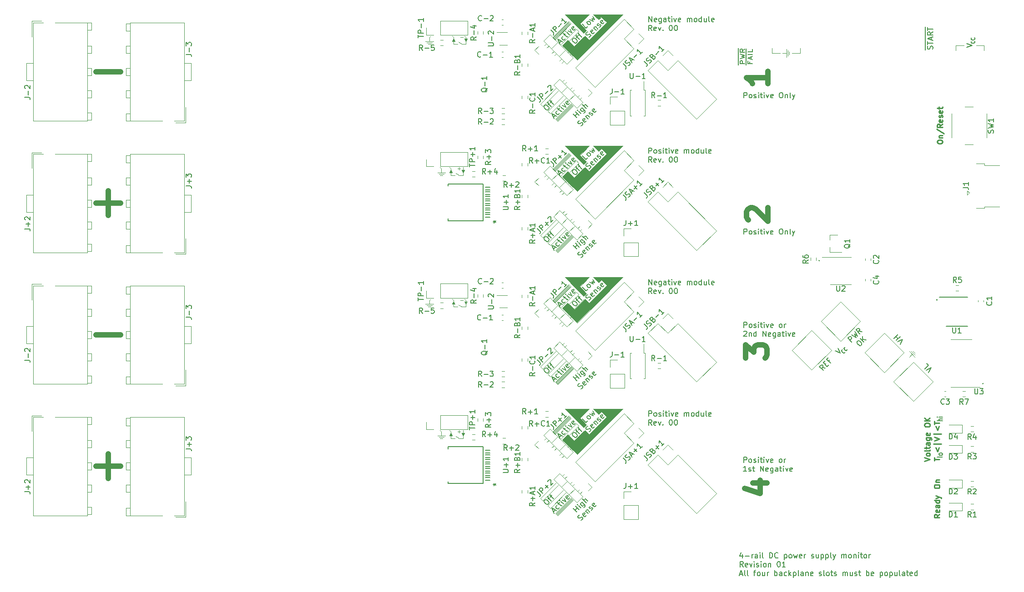
<source format=gbr>
%TF.GenerationSoftware,KiCad,Pcbnew,(5.1.10)-1*%
%TF.CreationDate,2021-11-13T17:44:38+00:00*%
%TF.ProjectId,voltmitten,766f6c74-6d69-4747-9465-6e2e6b696361,01*%
%TF.SameCoordinates,Original*%
%TF.FileFunction,Legend,Top*%
%TF.FilePolarity,Positive*%
%FSLAX46Y46*%
G04 Gerber Fmt 4.6, Leading zero omitted, Abs format (unit mm)*
G04 Created by KiCad (PCBNEW (5.1.10)-1) date 2021-11-13 17:44:38*
%MOMM*%
%LPD*%
G01*
G04 APERTURE LIST*
%ADD10C,0.150000*%
%ADD11C,0.187500*%
%ADD12C,0.120000*%
%ADD13C,0.100000*%
%ADD14C,1.000000*%
%ADD15C,0.250000*%
%ADD16C,0.152400*%
G04 APERTURE END LIST*
D10*
X191100500Y-49322500D02*
X191100500Y-48322500D01*
X192292023Y-49084404D02*
X191442023Y-49084404D01*
X191442023Y-48703452D01*
X191482500Y-48608214D01*
X191522976Y-48560595D01*
X191603928Y-48512976D01*
X191725357Y-48512976D01*
X191806309Y-48560595D01*
X191846785Y-48608214D01*
X191887261Y-48703452D01*
X191887261Y-49084404D01*
X191100500Y-48322500D02*
X191100500Y-47179642D01*
X191442023Y-48179642D02*
X192292023Y-47941547D01*
X191684880Y-47751071D01*
X192292023Y-47560595D01*
X191442023Y-47322500D01*
X191100500Y-47179642D02*
X191100500Y-46179642D01*
X192292023Y-46370119D02*
X191887261Y-46703452D01*
X192292023Y-46941547D02*
X191442023Y-46941547D01*
X191442023Y-46560595D01*
X191482500Y-46465357D01*
X191522976Y-46417738D01*
X191603928Y-46370119D01*
X191725357Y-46370119D01*
X191806309Y-46417738D01*
X191846785Y-46465357D01*
X191887261Y-46560595D01*
X191887261Y-46941547D01*
X192525500Y-49322500D02*
X192525500Y-48465357D01*
X193271785Y-48751071D02*
X193271785Y-49084404D01*
X193717023Y-49084404D02*
X192867023Y-49084404D01*
X192867023Y-48608214D01*
X192525500Y-48465357D02*
X192525500Y-47608214D01*
X193474166Y-48274880D02*
X193474166Y-47798690D01*
X193717023Y-48370119D02*
X192867023Y-48036785D01*
X193717023Y-47703452D01*
X192525500Y-47608214D02*
X192525500Y-47132023D01*
X193717023Y-47370119D02*
X192867023Y-47370119D01*
X192525500Y-47132023D02*
X192525500Y-46322500D01*
X193717023Y-46417738D02*
X193717023Y-46893928D01*
X192867023Y-46893928D01*
X225955000Y-46586666D02*
X225955000Y-45634285D01*
X227274761Y-46396190D02*
X227322380Y-46253333D01*
X227322380Y-46015238D01*
X227274761Y-45920000D01*
X227227142Y-45872380D01*
X227131904Y-45824761D01*
X227036666Y-45824761D01*
X226941428Y-45872380D01*
X226893809Y-45920000D01*
X226846190Y-46015238D01*
X226798571Y-46205714D01*
X226750952Y-46300952D01*
X226703333Y-46348571D01*
X226608095Y-46396190D01*
X226512857Y-46396190D01*
X226417619Y-46348571D01*
X226370000Y-46300952D01*
X226322380Y-46205714D01*
X226322380Y-45967619D01*
X226370000Y-45824761D01*
X225955000Y-45634285D02*
X225955000Y-44872380D01*
X226322380Y-45539047D02*
X226322380Y-44967619D01*
X227322380Y-45253333D02*
X226322380Y-45253333D01*
X225955000Y-44872380D02*
X225955000Y-44015238D01*
X227036666Y-44681904D02*
X227036666Y-44205714D01*
X227322380Y-44777142D02*
X226322380Y-44443809D01*
X227322380Y-44110476D01*
X225955000Y-44015238D02*
X225955000Y-43015238D01*
X227322380Y-43205714D02*
X226846190Y-43539047D01*
X227322380Y-43777142D02*
X226322380Y-43777142D01*
X226322380Y-43396190D01*
X226370000Y-43300952D01*
X226417619Y-43253333D01*
X226512857Y-43205714D01*
X226655714Y-43205714D01*
X226750952Y-43253333D01*
X226798571Y-43300952D01*
X226846190Y-43396190D01*
X226846190Y-43777142D01*
X225955000Y-43015238D02*
X225955000Y-42253333D01*
X226322380Y-42920000D02*
X226322380Y-42348571D01*
X227322380Y-42634285D02*
X226322380Y-42634285D01*
D11*
X235060095Y-44933972D02*
X235107714Y-45005400D01*
X235107714Y-45148257D01*
X235060095Y-45219686D01*
X235012476Y-45255400D01*
X234917238Y-45291115D01*
X234631524Y-45291115D01*
X234536286Y-45255400D01*
X234488667Y-45219686D01*
X234441048Y-45148257D01*
X234441048Y-45005400D01*
X234488667Y-44933972D01*
X235060095Y-44291115D02*
X235107714Y-44362543D01*
X235107714Y-44505400D01*
X235060095Y-44576829D01*
X235012476Y-44612543D01*
X234917238Y-44648257D01*
X234631524Y-44648257D01*
X234536286Y-44612543D01*
X234488667Y-44576829D01*
X234441048Y-44505400D01*
X234441048Y-44362543D01*
X234488667Y-44291115D01*
D10*
X233637029Y-46019834D02*
X234637029Y-45686501D01*
X233637029Y-45353167D01*
D12*
X236870000Y-45670000D02*
X236870000Y-46670000D01*
X235370000Y-45670000D02*
X236870000Y-45670000D01*
X231620000Y-45670000D02*
X231620000Y-46670000D01*
X233120000Y-45670000D02*
X231620000Y-45670000D01*
X197370000Y-47170000D02*
X197370000Y-46170000D01*
X198870000Y-47170000D02*
X197370000Y-47170000D01*
X202620000Y-47170000D02*
X202620000Y-46170000D01*
X201120000Y-47170000D02*
X202620000Y-47170000D01*
X200120000Y-47920000D02*
X200120000Y-46420000D01*
X200620000Y-47420000D02*
X200620000Y-46920000D01*
X200370000Y-47670000D02*
X200370000Y-46670000D01*
X199370000Y-47170000D02*
X200120000Y-47170000D01*
D11*
X210955194Y-102817225D02*
X210938358Y-102901404D01*
X210837343Y-103002419D01*
X210753164Y-103019255D01*
X210694238Y-103010837D01*
X210601641Y-102968748D01*
X210399610Y-102766717D01*
X210357521Y-102674120D01*
X210349103Y-102615194D01*
X210365938Y-102531015D01*
X210466954Y-102429999D01*
X210551133Y-102413164D01*
X211409763Y-102362656D02*
X211392927Y-102446835D01*
X211291912Y-102547851D01*
X211207732Y-102564687D01*
X211148807Y-102556269D01*
X211056209Y-102514179D01*
X210854179Y-102312148D01*
X210812089Y-102219551D01*
X210803671Y-102160625D01*
X210820507Y-102076446D01*
X210921522Y-101975431D01*
X211005702Y-101958595D01*
D10*
X209181114Y-102578786D02*
X210123923Y-103050190D01*
X209652519Y-102107381D01*
D12*
X222943058Y-103751942D02*
X223473388Y-103221612D01*
X224003718Y-103398388D02*
X223296612Y-102691282D01*
X224003718Y-103044835D02*
X223650165Y-102691282D01*
X224003718Y-103751942D02*
X222943058Y-102691282D01*
D10*
X212233709Y-100949327D02*
X211526602Y-100242220D01*
X211795976Y-99972846D01*
X211896992Y-99939175D01*
X211964335Y-99939175D01*
X212065350Y-99972846D01*
X212166366Y-100073862D01*
X212200037Y-100174877D01*
X212200037Y-100242220D01*
X212166366Y-100343236D01*
X211896992Y-100612610D01*
X212166366Y-99602457D02*
X213041831Y-100141205D01*
X212671442Y-99501442D01*
X213311205Y-99871831D01*
X212772457Y-98996366D01*
X214152999Y-99030037D02*
X213580579Y-98929022D01*
X213748938Y-99434098D02*
X213041831Y-98726992D01*
X213311205Y-98457618D01*
X213412220Y-98423946D01*
X213479564Y-98423946D01*
X213580579Y-98457618D01*
X213681594Y-98558633D01*
X213715266Y-98659648D01*
X213715266Y-98726992D01*
X213681594Y-98828007D01*
X213412220Y-99097381D01*
X213215240Y-100887034D02*
X213349927Y-100752347D01*
X213450943Y-100718675D01*
X213585630Y-100718675D01*
X213753988Y-100819691D01*
X213989691Y-101055393D01*
X214090706Y-101223752D01*
X214090706Y-101358439D01*
X214057034Y-101459454D01*
X213922347Y-101594141D01*
X213821332Y-101627813D01*
X213686645Y-101627813D01*
X213518286Y-101526798D01*
X213282584Y-101291095D01*
X213181569Y-101122737D01*
X213181569Y-100988050D01*
X213215240Y-100887034D01*
X214528439Y-100988050D02*
X213821332Y-100280943D01*
X214932500Y-100583988D02*
X214225393Y-100482973D01*
X214225393Y-99876882D02*
X214225393Y-100685004D01*
X207335820Y-105843942D02*
X206763400Y-105742927D01*
X206931759Y-106248003D02*
X206224652Y-105540896D01*
X206494026Y-105271522D01*
X206595042Y-105237851D01*
X206662385Y-105237851D01*
X206763400Y-105271522D01*
X206864416Y-105372538D01*
X206898087Y-105473553D01*
X206898087Y-105540896D01*
X206864416Y-105641912D01*
X206595042Y-105911286D01*
X207268477Y-105170507D02*
X207504179Y-104934805D01*
X207975583Y-105204179D02*
X207638866Y-105540896D01*
X206931759Y-104833790D01*
X207268477Y-104497072D01*
X208143942Y-104295042D02*
X207908240Y-104530744D01*
X208278629Y-104901133D02*
X207571522Y-104194026D01*
X207908240Y-103857309D01*
X221228866Y-101393316D02*
X221700270Y-100450507D01*
X220757461Y-100921912D01*
X221228866Y-99979103D02*
X220521759Y-100686209D01*
X220858477Y-100349492D02*
X220454416Y-99945431D01*
X220824805Y-99575042D02*
X220117698Y-100282148D01*
X226534687Y-106699137D02*
X227006091Y-105756328D01*
X226063282Y-106227732D01*
X226197969Y-104948206D02*
X226534687Y-105284923D01*
X225827580Y-105992030D01*
D12*
X220030000Y-108360000D02*
X223700000Y-112030000D01*
X223700000Y-104690000D02*
X220030000Y-108360000D01*
X227370000Y-108360000D02*
X223700000Y-104690000D01*
X223700000Y-112030000D02*
X227370000Y-108360000D01*
X214640000Y-102970000D02*
X218310000Y-106640000D01*
X218310000Y-99300000D02*
X214640000Y-102970000D01*
X221980000Y-102970000D02*
X218310000Y-99300000D01*
X218310000Y-106640000D02*
X221980000Y-102970000D01*
X213850000Y-97110000D02*
X210180000Y-93440000D01*
X206510000Y-97110000D02*
X210180000Y-100780000D01*
X210180000Y-100780000D02*
X213850000Y-97110000D01*
X210180000Y-93440000D02*
X206510000Y-97110000D01*
X204780000Y-98830000D02*
X201110000Y-102500000D01*
X208450000Y-102500000D02*
X204780000Y-98830000D01*
X204780000Y-106170000D02*
X208450000Y-102500000D01*
X201110000Y-102500000D02*
X204780000Y-106170000D01*
D10*
X155011370Y-106004179D02*
X155146057Y-105869492D01*
X155247072Y-105835820D01*
X155381759Y-105835820D01*
X155550118Y-105936835D01*
X155785820Y-106172538D01*
X155886835Y-106340896D01*
X155886835Y-106475583D01*
X155853164Y-106576599D01*
X155718477Y-106711286D01*
X155617461Y-106744957D01*
X155482774Y-106744957D01*
X155314416Y-106643942D01*
X155078713Y-106408240D01*
X154977698Y-106239881D01*
X154977698Y-106105194D01*
X155011370Y-106004179D01*
X155752148Y-105734805D02*
X156021522Y-105465431D01*
X156324568Y-106105194D02*
X155718477Y-105499103D01*
X155684805Y-105398087D01*
X155718477Y-105297072D01*
X155785820Y-105229729D01*
X156156209Y-105330744D02*
X156425583Y-105061370D01*
X156728629Y-105701133D02*
X156122538Y-105095042D01*
X156088866Y-104994026D01*
X156122538Y-104893011D01*
X156189881Y-104825668D01*
X156723637Y-108102064D02*
X157060355Y-107765347D01*
X156858324Y-108371438D02*
X156386920Y-107428629D01*
X157329729Y-107900034D01*
X157834805Y-107327614D02*
X157801133Y-107428629D01*
X157666446Y-107563316D01*
X157565431Y-107596988D01*
X157498087Y-107596988D01*
X157397072Y-107563316D01*
X157195042Y-107361286D01*
X157161370Y-107260270D01*
X157161370Y-107192927D01*
X157195042Y-107091912D01*
X157329729Y-106957225D01*
X157430744Y-106923553D01*
X157599103Y-106687851D02*
X157868477Y-106418477D01*
X157464416Y-106351133D02*
X158070507Y-106957225D01*
X158171522Y-106990896D01*
X158272538Y-106957225D01*
X158339881Y-106889881D01*
X158575583Y-106654179D02*
X158104179Y-106182774D01*
X157868477Y-105947072D02*
X157868477Y-106014416D01*
X157935820Y-106014416D01*
X157935820Y-105947072D01*
X157868477Y-105947072D01*
X157935820Y-106014416D01*
X158373553Y-105913400D02*
X159013316Y-106216446D01*
X158710270Y-105576683D01*
X159686751Y-105475668D02*
X159653079Y-105576683D01*
X159518392Y-105711370D01*
X159417377Y-105745042D01*
X159316362Y-105711370D01*
X159046988Y-105441996D01*
X159013316Y-105340981D01*
X159046988Y-105239965D01*
X159181675Y-105105278D01*
X159282690Y-105071607D01*
X159383705Y-105105278D01*
X159451049Y-105172622D01*
X159181675Y-105576683D01*
X155011370Y-130504179D02*
X155146057Y-130369492D01*
X155247072Y-130335820D01*
X155381759Y-130335820D01*
X155550118Y-130436835D01*
X155785820Y-130672538D01*
X155886835Y-130840896D01*
X155886835Y-130975583D01*
X155853164Y-131076599D01*
X155718477Y-131211286D01*
X155617461Y-131244957D01*
X155482774Y-131244957D01*
X155314416Y-131143942D01*
X155078713Y-130908240D01*
X154977698Y-130739881D01*
X154977698Y-130605194D01*
X155011370Y-130504179D01*
X155752148Y-130234805D02*
X156021522Y-129965431D01*
X156324568Y-130605194D02*
X155718477Y-129999103D01*
X155684805Y-129898087D01*
X155718477Y-129797072D01*
X155785820Y-129729729D01*
X156156209Y-129830744D02*
X156425583Y-129561370D01*
X156728629Y-130201133D02*
X156122538Y-129595042D01*
X156088866Y-129494026D01*
X156122538Y-129393011D01*
X156189881Y-129325668D01*
X156723637Y-132602064D02*
X157060355Y-132265347D01*
X156858324Y-132871438D02*
X156386920Y-131928629D01*
X157329729Y-132400034D01*
X157834805Y-131827614D02*
X157801133Y-131928629D01*
X157666446Y-132063316D01*
X157565431Y-132096988D01*
X157498087Y-132096988D01*
X157397072Y-132063316D01*
X157195042Y-131861286D01*
X157161370Y-131760270D01*
X157161370Y-131692927D01*
X157195042Y-131591912D01*
X157329729Y-131457225D01*
X157430744Y-131423553D01*
X157599103Y-131187851D02*
X157868477Y-130918477D01*
X157464416Y-130851133D02*
X158070507Y-131457225D01*
X158171522Y-131490896D01*
X158272538Y-131457225D01*
X158339881Y-131389881D01*
X158575583Y-131154179D02*
X158104179Y-130682774D01*
X157868477Y-130447072D02*
X157868477Y-130514416D01*
X157935820Y-130514416D01*
X157935820Y-130447072D01*
X157868477Y-130447072D01*
X157935820Y-130514416D01*
X158373553Y-130413400D02*
X159013316Y-130716446D01*
X158710270Y-130076683D01*
X159686751Y-129975668D02*
X159653079Y-130076683D01*
X159518392Y-130211370D01*
X159417377Y-130245042D01*
X159316362Y-130211370D01*
X159046988Y-129941996D01*
X159013316Y-129840981D01*
X159046988Y-129739965D01*
X159181675Y-129605278D01*
X159282690Y-129571607D01*
X159383705Y-129605278D01*
X159451049Y-129672622D01*
X159181675Y-130076683D01*
X155011370Y-57004179D02*
X155146057Y-56869492D01*
X155247072Y-56835820D01*
X155381759Y-56835820D01*
X155550118Y-56936835D01*
X155785820Y-57172538D01*
X155886835Y-57340896D01*
X155886835Y-57475583D01*
X155853164Y-57576599D01*
X155718477Y-57711286D01*
X155617461Y-57744957D01*
X155482774Y-57744957D01*
X155314416Y-57643942D01*
X155078713Y-57408240D01*
X154977698Y-57239881D01*
X154977698Y-57105194D01*
X155011370Y-57004179D01*
X155752148Y-56734805D02*
X156021522Y-56465431D01*
X156324568Y-57105194D02*
X155718477Y-56499103D01*
X155684805Y-56398087D01*
X155718477Y-56297072D01*
X155785820Y-56229729D01*
X156156209Y-56330744D02*
X156425583Y-56061370D01*
X156728629Y-56701133D02*
X156122538Y-56095042D01*
X156088866Y-55994026D01*
X156122538Y-55893011D01*
X156189881Y-55825668D01*
X156723637Y-59102064D02*
X157060355Y-58765347D01*
X156858324Y-59371438D02*
X156386920Y-58428629D01*
X157329729Y-58900034D01*
X157834805Y-58327614D02*
X157801133Y-58428629D01*
X157666446Y-58563316D01*
X157565431Y-58596988D01*
X157498087Y-58596988D01*
X157397072Y-58563316D01*
X157195042Y-58361286D01*
X157161370Y-58260270D01*
X157161370Y-58192927D01*
X157195042Y-58091912D01*
X157329729Y-57957225D01*
X157430744Y-57923553D01*
X157599103Y-57687851D02*
X157868477Y-57418477D01*
X157464416Y-57351133D02*
X158070507Y-57957225D01*
X158171522Y-57990896D01*
X158272538Y-57957225D01*
X158339881Y-57889881D01*
X158575583Y-57654179D02*
X158104179Y-57182774D01*
X157868477Y-56947072D02*
X157868477Y-57014416D01*
X157935820Y-57014416D01*
X157935820Y-56947072D01*
X157868477Y-56947072D01*
X157935820Y-57014416D01*
X158373553Y-56913400D02*
X159013316Y-57216446D01*
X158710270Y-56576683D01*
X159686751Y-56475668D02*
X159653079Y-56576683D01*
X159518392Y-56711370D01*
X159417377Y-56745042D01*
X159316362Y-56711370D01*
X159046988Y-56441996D01*
X159013316Y-56340981D01*
X159046988Y-56239965D01*
X159181675Y-56105278D01*
X159282690Y-56071607D01*
X159383705Y-56105278D01*
X159451049Y-56172622D01*
X159181675Y-56576683D01*
D13*
G36*
X138370000Y-93920000D02*
G01*
X137870000Y-93920000D01*
X138120000Y-93420000D01*
X138370000Y-93920000D01*
G37*
X138370000Y-93920000D02*
X137870000Y-93920000D01*
X138120000Y-93420000D01*
X138370000Y-93920000D01*
D12*
X138120000Y-93170000D02*
X138120000Y-94420000D01*
X133620000Y-93170000D02*
X133870000Y-92920000D01*
X138120000Y-93170000D02*
X137870000Y-92920000D01*
X140370000Y-93170000D02*
X140120000Y-92920000D01*
X137620000Y-117670000D02*
X137370000Y-117420000D01*
D13*
G36*
X161120000Y-97420000D02*
G01*
X158370000Y-94670000D01*
X159370000Y-93670000D01*
X160620000Y-94920000D01*
X162620000Y-92920000D01*
X163370000Y-93670000D01*
X166620000Y-90420000D01*
X165620000Y-89420000D01*
X165120000Y-89920000D01*
X164120000Y-88920000D01*
X169620000Y-88920000D01*
X161120000Y-97420000D01*
G37*
X161120000Y-97420000D02*
X158370000Y-94670000D01*
X159370000Y-93670000D01*
X160620000Y-94920000D01*
X162620000Y-92920000D01*
X163370000Y-93670000D01*
X166620000Y-90420000D01*
X165620000Y-89420000D01*
X165120000Y-89920000D01*
X164120000Y-88920000D01*
X169620000Y-88920000D01*
X161120000Y-97420000D01*
G36*
X161620000Y-90670000D02*
G01*
X162870000Y-91920000D01*
X162370000Y-92420000D01*
X158870000Y-88920000D01*
X163370000Y-88920000D01*
X161620000Y-90670000D01*
G37*
X161620000Y-90670000D02*
X162870000Y-91920000D01*
X162370000Y-92420000D01*
X158870000Y-88920000D01*
X163370000Y-88920000D01*
X161620000Y-90670000D01*
D12*
X140370000Y-94420000D02*
X139620000Y-94420000D01*
X138120000Y-94420000D02*
X138870000Y-94420000D01*
X140370000Y-93170000D02*
X140370000Y-94420000D01*
D13*
G36*
X140370000Y-93920000D02*
G01*
X140120000Y-93420000D01*
X140620000Y-93420000D01*
X140370000Y-93920000D01*
G37*
X140370000Y-93920000D02*
X140120000Y-93420000D01*
X140620000Y-93420000D01*
X140370000Y-93920000D01*
D12*
X135870000Y-117670000D02*
X135620000Y-117420000D01*
X139370000Y-93170000D02*
X139870000Y-93170000D01*
X139620000Y-94420000D02*
X139020000Y-94020000D01*
X133120000Y-94170000D02*
X134120000Y-94170000D01*
D13*
G36*
X161620000Y-115170000D02*
G01*
X162870000Y-116420000D01*
X162370000Y-116920000D01*
X158870000Y-113420000D01*
X163370000Y-113420000D01*
X161620000Y-115170000D01*
G37*
X161620000Y-115170000D02*
X162870000Y-116420000D01*
X162370000Y-116920000D01*
X158870000Y-113420000D01*
X163370000Y-113420000D01*
X161620000Y-115170000D01*
D12*
X133620000Y-93170000D02*
X133620000Y-93920000D01*
X133370000Y-94420000D02*
X133870000Y-94420000D01*
X139870000Y-117420000D02*
X139870000Y-118920000D01*
X135870000Y-117670000D02*
X135870000Y-118420000D01*
X139870000Y-118920000D02*
X139120000Y-118920000D01*
X132870000Y-93920000D02*
X134370000Y-93920000D01*
X135620000Y-118920000D02*
X136120000Y-118920000D01*
X137620000Y-118920000D02*
X138370000Y-118920000D01*
X139120000Y-118920000D02*
X138520000Y-118520000D01*
D13*
G36*
X137870000Y-118420000D02*
G01*
X137370000Y-118420000D01*
X137620000Y-117920000D01*
X137870000Y-118420000D01*
G37*
X137870000Y-118420000D02*
X137370000Y-118420000D01*
X137620000Y-117920000D01*
X137870000Y-118420000D01*
D12*
X139120000Y-117420000D02*
X139120000Y-117920000D01*
X138870000Y-117670000D02*
X139370000Y-117670000D01*
D13*
G36*
X139870000Y-118420000D02*
G01*
X139620000Y-117920000D01*
X140120000Y-117920000D01*
X139870000Y-118420000D01*
G37*
X139870000Y-118420000D02*
X139620000Y-117920000D01*
X140120000Y-117920000D01*
X139870000Y-118420000D01*
D12*
X135370000Y-118670000D02*
X136370000Y-118670000D01*
X135120000Y-118420000D02*
X136620000Y-118420000D01*
D13*
G36*
X161120000Y-121920000D02*
G01*
X158370000Y-119170000D01*
X159370000Y-118170000D01*
X160620000Y-119420000D01*
X162620000Y-117420000D01*
X163370000Y-118170000D01*
X166620000Y-114920000D01*
X165620000Y-113920000D01*
X165120000Y-114420000D01*
X164120000Y-113420000D01*
X169620000Y-113420000D01*
X161120000Y-121920000D01*
G37*
X161120000Y-121920000D02*
X158370000Y-119170000D01*
X159370000Y-118170000D01*
X160620000Y-119420000D01*
X162620000Y-117420000D01*
X163370000Y-118170000D01*
X166620000Y-114920000D01*
X165620000Y-113920000D01*
X165120000Y-114420000D01*
X164120000Y-113420000D01*
X169620000Y-113420000D01*
X161120000Y-121920000D01*
D12*
X137620000Y-117670000D02*
X137620000Y-118920000D01*
D10*
X160261370Y-93504179D02*
X160396057Y-93369492D01*
X160497072Y-93335820D01*
X160631759Y-93335820D01*
X160800118Y-93436835D01*
X161035820Y-93672538D01*
X161136835Y-93840896D01*
X161136835Y-93975583D01*
X161103164Y-94076599D01*
X160968477Y-94211286D01*
X160867461Y-94244957D01*
X160732774Y-94244957D01*
X160564416Y-94143942D01*
X160328713Y-93908240D01*
X160227698Y-93739881D01*
X160227698Y-93605194D01*
X160261370Y-93504179D01*
X161002148Y-93234805D02*
X161271522Y-92965431D01*
X161574568Y-93605194D02*
X160968477Y-92999103D01*
X160934805Y-92898087D01*
X160968477Y-92797072D01*
X161035820Y-92729729D01*
X161406209Y-92830744D02*
X161675583Y-92561370D01*
X161978629Y-93201133D02*
X161372538Y-92595042D01*
X161338866Y-92494026D01*
X161372538Y-92393011D01*
X161439881Y-92325668D01*
X160261370Y-118004179D02*
X160396057Y-117869492D01*
X160497072Y-117835820D01*
X160631759Y-117835820D01*
X160800118Y-117936835D01*
X161035820Y-118172538D01*
X161136835Y-118340896D01*
X161136835Y-118475583D01*
X161103164Y-118576599D01*
X160968477Y-118711286D01*
X160867461Y-118744957D01*
X160732774Y-118744957D01*
X160564416Y-118643942D01*
X160328713Y-118408240D01*
X160227698Y-118239881D01*
X160227698Y-118105194D01*
X160261370Y-118004179D01*
X161002148Y-117734805D02*
X161271522Y-117465431D01*
X161574568Y-118105194D02*
X160968477Y-117499103D01*
X160934805Y-117398087D01*
X160968477Y-117297072D01*
X161035820Y-117229729D01*
X161406209Y-117330744D02*
X161675583Y-117061370D01*
X161978629Y-117701133D02*
X161372538Y-117095042D01*
X161338866Y-116994026D01*
X161372538Y-116893011D01*
X161439881Y-116825668D01*
X163135114Y-91127923D02*
X162798396Y-91464640D01*
X162091289Y-90757533D01*
X163471831Y-90791205D02*
X163370816Y-90824877D01*
X163303472Y-90824877D01*
X163202457Y-90791205D01*
X163000427Y-90589175D01*
X162966755Y-90488159D01*
X162966755Y-90420816D01*
X163000427Y-90319801D01*
X163101442Y-90218785D01*
X163202457Y-90185114D01*
X163269801Y-90185114D01*
X163370816Y-90218785D01*
X163572846Y-90420816D01*
X163606518Y-90521831D01*
X163606518Y-90589175D01*
X163572846Y-90690190D01*
X163471831Y-90791205D01*
X163471831Y-89848396D02*
X164077923Y-90185114D01*
X163875892Y-89713709D01*
X164347297Y-89915740D01*
X164010579Y-89309648D01*
X163325359Y-93203786D02*
X163460046Y-93136442D01*
X163628405Y-92968084D01*
X163662076Y-92867068D01*
X163662076Y-92799725D01*
X163628405Y-92698710D01*
X163561061Y-92631366D01*
X163460046Y-92597694D01*
X163392702Y-92597694D01*
X163291687Y-92631366D01*
X163123328Y-92732381D01*
X163022313Y-92766053D01*
X162954970Y-92766053D01*
X162853954Y-92732381D01*
X162786611Y-92665038D01*
X162752939Y-92564023D01*
X162752939Y-92496679D01*
X162786611Y-92395664D01*
X162954970Y-92227305D01*
X163089657Y-92159962D01*
X164301840Y-92227305D02*
X164268168Y-92328320D01*
X164133481Y-92463007D01*
X164032466Y-92496679D01*
X163931450Y-92463007D01*
X163662076Y-92193633D01*
X163628405Y-92092618D01*
X163662076Y-91991603D01*
X163796763Y-91856916D01*
X163897779Y-91823244D01*
X163998794Y-91856916D01*
X164066137Y-91924259D01*
X163796763Y-92328320D01*
X164200824Y-91452855D02*
X164672229Y-91924259D01*
X164268168Y-91520198D02*
X164268168Y-91452855D01*
X164301840Y-91351840D01*
X164402855Y-91250824D01*
X164503870Y-91217153D01*
X164604885Y-91250824D01*
X164975275Y-91621214D01*
X165244649Y-91284496D02*
X165345664Y-91250824D01*
X165480351Y-91116137D01*
X165514023Y-91015122D01*
X165480351Y-90914107D01*
X165446679Y-90880435D01*
X165345664Y-90846763D01*
X165244649Y-90880435D01*
X165143633Y-90981450D01*
X165042618Y-91015122D01*
X164941603Y-90981450D01*
X164907931Y-90947779D01*
X164874259Y-90846763D01*
X164907931Y-90745748D01*
X165008946Y-90644733D01*
X165109962Y-90611061D01*
X166120114Y-90409031D02*
X166086442Y-90510046D01*
X165951755Y-90644733D01*
X165850740Y-90678405D01*
X165749725Y-90644733D01*
X165480351Y-90375359D01*
X165446679Y-90274344D01*
X165480351Y-90173328D01*
X165615038Y-90038641D01*
X165716053Y-90004970D01*
X165817068Y-90038641D01*
X165884412Y-90105985D01*
X165615038Y-90510046D01*
X174455595Y-90297380D02*
X174455595Y-89297380D01*
X175027023Y-90297380D01*
X175027023Y-89297380D01*
X175884166Y-90249761D02*
X175788928Y-90297380D01*
X175598452Y-90297380D01*
X175503214Y-90249761D01*
X175455595Y-90154523D01*
X175455595Y-89773571D01*
X175503214Y-89678333D01*
X175598452Y-89630714D01*
X175788928Y-89630714D01*
X175884166Y-89678333D01*
X175931785Y-89773571D01*
X175931785Y-89868809D01*
X175455595Y-89964047D01*
X176788928Y-89630714D02*
X176788928Y-90440238D01*
X176741309Y-90535476D01*
X176693690Y-90583095D01*
X176598452Y-90630714D01*
X176455595Y-90630714D01*
X176360357Y-90583095D01*
X176788928Y-90249761D02*
X176693690Y-90297380D01*
X176503214Y-90297380D01*
X176407976Y-90249761D01*
X176360357Y-90202142D01*
X176312738Y-90106904D01*
X176312738Y-89821190D01*
X176360357Y-89725952D01*
X176407976Y-89678333D01*
X176503214Y-89630714D01*
X176693690Y-89630714D01*
X176788928Y-89678333D01*
X177693690Y-90297380D02*
X177693690Y-89773571D01*
X177646071Y-89678333D01*
X177550833Y-89630714D01*
X177360357Y-89630714D01*
X177265119Y-89678333D01*
X177693690Y-90249761D02*
X177598452Y-90297380D01*
X177360357Y-90297380D01*
X177265119Y-90249761D01*
X177217500Y-90154523D01*
X177217500Y-90059285D01*
X177265119Y-89964047D01*
X177360357Y-89916428D01*
X177598452Y-89916428D01*
X177693690Y-89868809D01*
X178027023Y-89630714D02*
X178407976Y-89630714D01*
X178169880Y-89297380D02*
X178169880Y-90154523D01*
X178217500Y-90249761D01*
X178312738Y-90297380D01*
X178407976Y-90297380D01*
X178741309Y-90297380D02*
X178741309Y-89630714D01*
X178741309Y-89297380D02*
X178693690Y-89345000D01*
X178741309Y-89392619D01*
X178788928Y-89345000D01*
X178741309Y-89297380D01*
X178741309Y-89392619D01*
X179122261Y-89630714D02*
X179360357Y-90297380D01*
X179598452Y-89630714D01*
X180360357Y-90249761D02*
X180265119Y-90297380D01*
X180074642Y-90297380D01*
X179979404Y-90249761D01*
X179931785Y-90154523D01*
X179931785Y-89773571D01*
X179979404Y-89678333D01*
X180074642Y-89630714D01*
X180265119Y-89630714D01*
X180360357Y-89678333D01*
X180407976Y-89773571D01*
X180407976Y-89868809D01*
X179931785Y-89964047D01*
X181598452Y-90297380D02*
X181598452Y-89630714D01*
X181598452Y-89725952D02*
X181646071Y-89678333D01*
X181741309Y-89630714D01*
X181884166Y-89630714D01*
X181979404Y-89678333D01*
X182027023Y-89773571D01*
X182027023Y-90297380D01*
X182027023Y-89773571D02*
X182074642Y-89678333D01*
X182169880Y-89630714D01*
X182312738Y-89630714D01*
X182407976Y-89678333D01*
X182455595Y-89773571D01*
X182455595Y-90297380D01*
X183074642Y-90297380D02*
X182979404Y-90249761D01*
X182931785Y-90202142D01*
X182884166Y-90106904D01*
X182884166Y-89821190D01*
X182931785Y-89725952D01*
X182979404Y-89678333D01*
X183074642Y-89630714D01*
X183217500Y-89630714D01*
X183312738Y-89678333D01*
X183360357Y-89725952D01*
X183407976Y-89821190D01*
X183407976Y-90106904D01*
X183360357Y-90202142D01*
X183312738Y-90249761D01*
X183217500Y-90297380D01*
X183074642Y-90297380D01*
X184265119Y-90297380D02*
X184265119Y-89297380D01*
X184265119Y-90249761D02*
X184169880Y-90297380D01*
X183979404Y-90297380D01*
X183884166Y-90249761D01*
X183836547Y-90202142D01*
X183788928Y-90106904D01*
X183788928Y-89821190D01*
X183836547Y-89725952D01*
X183884166Y-89678333D01*
X183979404Y-89630714D01*
X184169880Y-89630714D01*
X184265119Y-89678333D01*
X185169880Y-89630714D02*
X185169880Y-90297380D01*
X184741309Y-89630714D02*
X184741309Y-90154523D01*
X184788928Y-90249761D01*
X184884166Y-90297380D01*
X185027023Y-90297380D01*
X185122261Y-90249761D01*
X185169880Y-90202142D01*
X185788928Y-90297380D02*
X185693690Y-90249761D01*
X185646071Y-90154523D01*
X185646071Y-89297380D01*
X186550833Y-90249761D02*
X186455595Y-90297380D01*
X186265119Y-90297380D01*
X186169880Y-90249761D01*
X186122261Y-90154523D01*
X186122261Y-89773571D01*
X186169880Y-89678333D01*
X186265119Y-89630714D01*
X186455595Y-89630714D01*
X186550833Y-89678333D01*
X186598452Y-89773571D01*
X186598452Y-89868809D01*
X186122261Y-89964047D01*
X175027023Y-91947380D02*
X174693690Y-91471190D01*
X174455595Y-91947380D02*
X174455595Y-90947380D01*
X174836547Y-90947380D01*
X174931785Y-90995000D01*
X174979404Y-91042619D01*
X175027023Y-91137857D01*
X175027023Y-91280714D01*
X174979404Y-91375952D01*
X174931785Y-91423571D01*
X174836547Y-91471190D01*
X174455595Y-91471190D01*
X175836547Y-91899761D02*
X175741309Y-91947380D01*
X175550833Y-91947380D01*
X175455595Y-91899761D01*
X175407976Y-91804523D01*
X175407976Y-91423571D01*
X175455595Y-91328333D01*
X175550833Y-91280714D01*
X175741309Y-91280714D01*
X175836547Y-91328333D01*
X175884166Y-91423571D01*
X175884166Y-91518809D01*
X175407976Y-91614047D01*
X176217500Y-91280714D02*
X176455595Y-91947380D01*
X176693690Y-91280714D01*
X177074642Y-91852142D02*
X177122261Y-91899761D01*
X177074642Y-91947380D01*
X177027023Y-91899761D01*
X177074642Y-91852142D01*
X177074642Y-91947380D01*
X178503214Y-90947380D02*
X178598452Y-90947380D01*
X178693690Y-90995000D01*
X178741309Y-91042619D01*
X178788928Y-91137857D01*
X178836547Y-91328333D01*
X178836547Y-91566428D01*
X178788928Y-91756904D01*
X178741309Y-91852142D01*
X178693690Y-91899761D01*
X178598452Y-91947380D01*
X178503214Y-91947380D01*
X178407976Y-91899761D01*
X178360357Y-91852142D01*
X178312738Y-91756904D01*
X178265119Y-91566428D01*
X178265119Y-91328333D01*
X178312738Y-91137857D01*
X178360357Y-91042619D01*
X178407976Y-90995000D01*
X178503214Y-90947380D01*
X179455595Y-90947380D02*
X179550833Y-90947380D01*
X179646071Y-90995000D01*
X179693690Y-91042619D01*
X179741309Y-91137857D01*
X179788928Y-91328333D01*
X179788928Y-91566428D01*
X179741309Y-91756904D01*
X179693690Y-91852142D01*
X179646071Y-91899761D01*
X179550833Y-91947380D01*
X179455595Y-91947380D01*
X179360357Y-91899761D01*
X179312738Y-91852142D01*
X179265119Y-91756904D01*
X179217500Y-91566428D01*
X179217500Y-91328333D01*
X179265119Y-91137857D01*
X179312738Y-91042619D01*
X179360357Y-90995000D01*
X179455595Y-90947380D01*
D14*
X71584285Y-99598571D02*
X76155714Y-99598571D01*
D10*
X157823637Y-94202064D02*
X158160355Y-93865347D01*
X157958324Y-94471438D02*
X157486920Y-93528629D01*
X158429729Y-94000034D01*
X158934805Y-93427614D02*
X158901133Y-93528629D01*
X158766446Y-93663316D01*
X158665431Y-93696988D01*
X158598087Y-93696988D01*
X158497072Y-93663316D01*
X158295042Y-93461286D01*
X158261370Y-93360270D01*
X158261370Y-93292927D01*
X158295042Y-93191912D01*
X158429729Y-93057225D01*
X158530744Y-93023553D01*
X158699103Y-92787851D02*
X158968477Y-92518477D01*
X158564416Y-92451133D02*
X159170507Y-93057225D01*
X159271522Y-93090896D01*
X159372538Y-93057225D01*
X159439881Y-92989881D01*
X159675583Y-92754179D02*
X159204179Y-92282774D01*
X158968477Y-92047072D02*
X158968477Y-92114416D01*
X159035820Y-92114416D01*
X159035820Y-92047072D01*
X158968477Y-92047072D01*
X159035820Y-92114416D01*
X159473553Y-92013400D02*
X160113316Y-92316446D01*
X159810270Y-91676683D01*
X160786751Y-91575668D02*
X160753079Y-91676683D01*
X160618392Y-91811370D01*
X160517377Y-91845042D01*
X160416362Y-91811370D01*
X160146988Y-91541996D01*
X160113316Y-91440981D01*
X160146988Y-91339965D01*
X160281675Y-91205278D01*
X160382690Y-91171607D01*
X160483705Y-91205278D01*
X160551049Y-91272622D01*
X160281675Y-91676683D01*
X161096366Y-108166671D02*
X160389259Y-107459564D01*
X160725976Y-107796281D02*
X161130037Y-107392220D01*
X161500427Y-107762610D02*
X160793320Y-107055503D01*
X161837144Y-107425892D02*
X161365740Y-106954488D01*
X161130037Y-106718785D02*
X161130037Y-106786129D01*
X161197381Y-106786129D01*
X161197381Y-106718785D01*
X161130037Y-106718785D01*
X161197381Y-106786129D01*
X162005503Y-106314724D02*
X162577923Y-106887144D01*
X162611594Y-106988159D01*
X162611594Y-107055503D01*
X162577923Y-107156518D01*
X162476907Y-107257533D01*
X162375892Y-107291205D01*
X162443236Y-106752457D02*
X162409564Y-106853472D01*
X162274877Y-106988159D01*
X162173862Y-107021831D01*
X162106518Y-107021831D01*
X162005503Y-106988159D01*
X161803472Y-106786129D01*
X161769801Y-106685114D01*
X161769801Y-106617770D01*
X161803472Y-106516755D01*
X161938159Y-106382068D01*
X162039175Y-106348396D01*
X162813625Y-106449411D02*
X162106518Y-105742305D01*
X163116671Y-106146366D02*
X162746281Y-105775976D01*
X162645266Y-105742305D01*
X162544251Y-105775976D01*
X162443236Y-105876992D01*
X162409564Y-105978007D01*
X162409564Y-106045350D01*
X161825359Y-109703786D02*
X161960046Y-109636442D01*
X162128405Y-109468084D01*
X162162076Y-109367068D01*
X162162076Y-109299725D01*
X162128405Y-109198710D01*
X162061061Y-109131366D01*
X161960046Y-109097694D01*
X161892702Y-109097694D01*
X161791687Y-109131366D01*
X161623328Y-109232381D01*
X161522313Y-109266053D01*
X161454970Y-109266053D01*
X161353954Y-109232381D01*
X161286611Y-109165038D01*
X161252939Y-109064023D01*
X161252939Y-108996679D01*
X161286611Y-108895664D01*
X161454970Y-108727305D01*
X161589657Y-108659962D01*
X162801840Y-108727305D02*
X162768168Y-108828320D01*
X162633481Y-108963007D01*
X162532466Y-108996679D01*
X162431450Y-108963007D01*
X162162076Y-108693633D01*
X162128405Y-108592618D01*
X162162076Y-108491603D01*
X162296763Y-108356916D01*
X162397779Y-108323244D01*
X162498794Y-108356916D01*
X162566137Y-108424259D01*
X162296763Y-108828320D01*
X162700824Y-107952855D02*
X163172229Y-108424259D01*
X162768168Y-108020198D02*
X162768168Y-107952855D01*
X162801840Y-107851840D01*
X162902855Y-107750824D01*
X163003870Y-107717153D01*
X163104885Y-107750824D01*
X163475275Y-108121214D01*
X163744649Y-107784496D02*
X163845664Y-107750824D01*
X163980351Y-107616137D01*
X164014023Y-107515122D01*
X163980351Y-107414107D01*
X163946679Y-107380435D01*
X163845664Y-107346763D01*
X163744649Y-107380435D01*
X163643633Y-107481450D01*
X163542618Y-107515122D01*
X163441603Y-107481450D01*
X163407931Y-107447779D01*
X163374259Y-107346763D01*
X163407931Y-107245748D01*
X163508946Y-107144733D01*
X163609962Y-107111061D01*
X164620114Y-106909031D02*
X164586442Y-107010046D01*
X164451755Y-107144733D01*
X164350740Y-107178405D01*
X164249725Y-107144733D01*
X163980351Y-106875359D01*
X163946679Y-106774344D01*
X163980351Y-106673328D01*
X164115038Y-106538641D01*
X164216053Y-106504970D01*
X164317068Y-106538641D01*
X164384412Y-106605985D01*
X164115038Y-107010046D01*
X161096366Y-132666671D02*
X160389259Y-131959564D01*
X160725976Y-132296281D02*
X161130037Y-131892220D01*
X161500427Y-132262610D02*
X160793320Y-131555503D01*
X161837144Y-131925892D02*
X161365740Y-131454488D01*
X161130037Y-131218785D02*
X161130037Y-131286129D01*
X161197381Y-131286129D01*
X161197381Y-131218785D01*
X161130037Y-131218785D01*
X161197381Y-131286129D01*
X162005503Y-130814724D02*
X162577923Y-131387144D01*
X162611594Y-131488159D01*
X162611594Y-131555503D01*
X162577923Y-131656518D01*
X162476907Y-131757533D01*
X162375892Y-131791205D01*
X162443236Y-131252457D02*
X162409564Y-131353472D01*
X162274877Y-131488159D01*
X162173862Y-131521831D01*
X162106518Y-131521831D01*
X162005503Y-131488159D01*
X161803472Y-131286129D01*
X161769801Y-131185114D01*
X161769801Y-131117770D01*
X161803472Y-131016755D01*
X161938159Y-130882068D01*
X162039175Y-130848396D01*
X162813625Y-130949411D02*
X162106518Y-130242305D01*
X163116671Y-130646366D02*
X162746281Y-130275976D01*
X162645266Y-130242305D01*
X162544251Y-130275976D01*
X162443236Y-130376992D01*
X162409564Y-130478007D01*
X162409564Y-130545350D01*
X161825359Y-134203786D02*
X161960046Y-134136442D01*
X162128405Y-133968084D01*
X162162076Y-133867068D01*
X162162076Y-133799725D01*
X162128405Y-133698710D01*
X162061061Y-133631366D01*
X161960046Y-133597694D01*
X161892702Y-133597694D01*
X161791687Y-133631366D01*
X161623328Y-133732381D01*
X161522313Y-133766053D01*
X161454970Y-133766053D01*
X161353954Y-133732381D01*
X161286611Y-133665038D01*
X161252939Y-133564023D01*
X161252939Y-133496679D01*
X161286611Y-133395664D01*
X161454970Y-133227305D01*
X161589657Y-133159962D01*
X162801840Y-133227305D02*
X162768168Y-133328320D01*
X162633481Y-133463007D01*
X162532466Y-133496679D01*
X162431450Y-133463007D01*
X162162076Y-133193633D01*
X162128405Y-133092618D01*
X162162076Y-132991603D01*
X162296763Y-132856916D01*
X162397779Y-132823244D01*
X162498794Y-132856916D01*
X162566137Y-132924259D01*
X162296763Y-133328320D01*
X162700824Y-132452855D02*
X163172229Y-132924259D01*
X162768168Y-132520198D02*
X162768168Y-132452855D01*
X162801840Y-132351840D01*
X162902855Y-132250824D01*
X163003870Y-132217153D01*
X163104885Y-132250824D01*
X163475275Y-132621214D01*
X163744649Y-132284496D02*
X163845664Y-132250824D01*
X163980351Y-132116137D01*
X164014023Y-132015122D01*
X163980351Y-131914107D01*
X163946679Y-131880435D01*
X163845664Y-131846763D01*
X163744649Y-131880435D01*
X163643633Y-131981450D01*
X163542618Y-132015122D01*
X163441603Y-131981450D01*
X163407931Y-131947779D01*
X163374259Y-131846763D01*
X163407931Y-131745748D01*
X163508946Y-131644733D01*
X163609962Y-131611061D01*
X164620114Y-131409031D02*
X164586442Y-131510046D01*
X164451755Y-131644733D01*
X164350740Y-131678405D01*
X164249725Y-131644733D01*
X163980351Y-131375359D01*
X163946679Y-131274344D01*
X163980351Y-131173328D01*
X164115038Y-131038641D01*
X164216053Y-131004970D01*
X164317068Y-131038641D01*
X164384412Y-131105985D01*
X164115038Y-131510046D01*
D14*
X71584285Y-124098571D02*
X76155714Y-124098571D01*
X73870000Y-126384285D02*
X73870000Y-121812857D01*
D10*
X174455595Y-114797380D02*
X174455595Y-113797380D01*
X174836547Y-113797380D01*
X174931785Y-113845000D01*
X174979404Y-113892619D01*
X175027023Y-113987857D01*
X175027023Y-114130714D01*
X174979404Y-114225952D01*
X174931785Y-114273571D01*
X174836547Y-114321190D01*
X174455595Y-114321190D01*
X175598452Y-114797380D02*
X175503214Y-114749761D01*
X175455595Y-114702142D01*
X175407976Y-114606904D01*
X175407976Y-114321190D01*
X175455595Y-114225952D01*
X175503214Y-114178333D01*
X175598452Y-114130714D01*
X175741309Y-114130714D01*
X175836547Y-114178333D01*
X175884166Y-114225952D01*
X175931785Y-114321190D01*
X175931785Y-114606904D01*
X175884166Y-114702142D01*
X175836547Y-114749761D01*
X175741309Y-114797380D01*
X175598452Y-114797380D01*
X176312738Y-114749761D02*
X176407976Y-114797380D01*
X176598452Y-114797380D01*
X176693690Y-114749761D01*
X176741309Y-114654523D01*
X176741309Y-114606904D01*
X176693690Y-114511666D01*
X176598452Y-114464047D01*
X176455595Y-114464047D01*
X176360357Y-114416428D01*
X176312738Y-114321190D01*
X176312738Y-114273571D01*
X176360357Y-114178333D01*
X176455595Y-114130714D01*
X176598452Y-114130714D01*
X176693690Y-114178333D01*
X177169880Y-114797380D02*
X177169880Y-114130714D01*
X177169880Y-113797380D02*
X177122261Y-113845000D01*
X177169880Y-113892619D01*
X177217500Y-113845000D01*
X177169880Y-113797380D01*
X177169880Y-113892619D01*
X177503214Y-114130714D02*
X177884166Y-114130714D01*
X177646071Y-113797380D02*
X177646071Y-114654523D01*
X177693690Y-114749761D01*
X177788928Y-114797380D01*
X177884166Y-114797380D01*
X178217500Y-114797380D02*
X178217500Y-114130714D01*
X178217500Y-113797380D02*
X178169880Y-113845000D01*
X178217500Y-113892619D01*
X178265119Y-113845000D01*
X178217500Y-113797380D01*
X178217500Y-113892619D01*
X178598452Y-114130714D02*
X178836547Y-114797380D01*
X179074642Y-114130714D01*
X179836547Y-114749761D02*
X179741309Y-114797380D01*
X179550833Y-114797380D01*
X179455595Y-114749761D01*
X179407976Y-114654523D01*
X179407976Y-114273571D01*
X179455595Y-114178333D01*
X179550833Y-114130714D01*
X179741309Y-114130714D01*
X179836547Y-114178333D01*
X179884166Y-114273571D01*
X179884166Y-114368809D01*
X179407976Y-114464047D01*
X181074642Y-114797380D02*
X181074642Y-114130714D01*
X181074642Y-114225952D02*
X181122261Y-114178333D01*
X181217500Y-114130714D01*
X181360357Y-114130714D01*
X181455595Y-114178333D01*
X181503214Y-114273571D01*
X181503214Y-114797380D01*
X181503214Y-114273571D02*
X181550833Y-114178333D01*
X181646071Y-114130714D01*
X181788928Y-114130714D01*
X181884166Y-114178333D01*
X181931785Y-114273571D01*
X181931785Y-114797380D01*
X182550833Y-114797380D02*
X182455595Y-114749761D01*
X182407976Y-114702142D01*
X182360357Y-114606904D01*
X182360357Y-114321190D01*
X182407976Y-114225952D01*
X182455595Y-114178333D01*
X182550833Y-114130714D01*
X182693690Y-114130714D01*
X182788928Y-114178333D01*
X182836547Y-114225952D01*
X182884166Y-114321190D01*
X182884166Y-114606904D01*
X182836547Y-114702142D01*
X182788928Y-114749761D01*
X182693690Y-114797380D01*
X182550833Y-114797380D01*
X183741309Y-114797380D02*
X183741309Y-113797380D01*
X183741309Y-114749761D02*
X183646071Y-114797380D01*
X183455595Y-114797380D01*
X183360357Y-114749761D01*
X183312738Y-114702142D01*
X183265119Y-114606904D01*
X183265119Y-114321190D01*
X183312738Y-114225952D01*
X183360357Y-114178333D01*
X183455595Y-114130714D01*
X183646071Y-114130714D01*
X183741309Y-114178333D01*
X184646071Y-114130714D02*
X184646071Y-114797380D01*
X184217500Y-114130714D02*
X184217500Y-114654523D01*
X184265119Y-114749761D01*
X184360357Y-114797380D01*
X184503214Y-114797380D01*
X184598452Y-114749761D01*
X184646071Y-114702142D01*
X185265119Y-114797380D02*
X185169880Y-114749761D01*
X185122261Y-114654523D01*
X185122261Y-113797380D01*
X186027023Y-114749761D02*
X185931785Y-114797380D01*
X185741309Y-114797380D01*
X185646071Y-114749761D01*
X185598452Y-114654523D01*
X185598452Y-114273571D01*
X185646071Y-114178333D01*
X185741309Y-114130714D01*
X185931785Y-114130714D01*
X186027023Y-114178333D01*
X186074642Y-114273571D01*
X186074642Y-114368809D01*
X185598452Y-114464047D01*
X175027023Y-116447380D02*
X174693690Y-115971190D01*
X174455595Y-116447380D02*
X174455595Y-115447380D01*
X174836547Y-115447380D01*
X174931785Y-115495000D01*
X174979404Y-115542619D01*
X175027023Y-115637857D01*
X175027023Y-115780714D01*
X174979404Y-115875952D01*
X174931785Y-115923571D01*
X174836547Y-115971190D01*
X174455595Y-115971190D01*
X175836547Y-116399761D02*
X175741309Y-116447380D01*
X175550833Y-116447380D01*
X175455595Y-116399761D01*
X175407976Y-116304523D01*
X175407976Y-115923571D01*
X175455595Y-115828333D01*
X175550833Y-115780714D01*
X175741309Y-115780714D01*
X175836547Y-115828333D01*
X175884166Y-115923571D01*
X175884166Y-116018809D01*
X175407976Y-116114047D01*
X176217500Y-115780714D02*
X176455595Y-116447380D01*
X176693690Y-115780714D01*
X177074642Y-116352142D02*
X177122261Y-116399761D01*
X177074642Y-116447380D01*
X177027023Y-116399761D01*
X177074642Y-116352142D01*
X177074642Y-116447380D01*
X178503214Y-115447380D02*
X178598452Y-115447380D01*
X178693690Y-115495000D01*
X178741309Y-115542619D01*
X178788928Y-115637857D01*
X178836547Y-115828333D01*
X178836547Y-116066428D01*
X178788928Y-116256904D01*
X178741309Y-116352142D01*
X178693690Y-116399761D01*
X178598452Y-116447380D01*
X178503214Y-116447380D01*
X178407976Y-116399761D01*
X178360357Y-116352142D01*
X178312738Y-116256904D01*
X178265119Y-116066428D01*
X178265119Y-115828333D01*
X178312738Y-115637857D01*
X178360357Y-115542619D01*
X178407976Y-115495000D01*
X178503214Y-115447380D01*
X179455595Y-115447380D02*
X179550833Y-115447380D01*
X179646071Y-115495000D01*
X179693690Y-115542619D01*
X179741309Y-115637857D01*
X179788928Y-115828333D01*
X179788928Y-116066428D01*
X179741309Y-116256904D01*
X179693690Y-116352142D01*
X179646071Y-116399761D01*
X179550833Y-116447380D01*
X179455595Y-116447380D01*
X179360357Y-116399761D01*
X179312738Y-116352142D01*
X179265119Y-116256904D01*
X179217500Y-116066428D01*
X179217500Y-115828333D01*
X179265119Y-115637857D01*
X179312738Y-115542619D01*
X179360357Y-115495000D01*
X179455595Y-115447380D01*
X163135114Y-115627923D02*
X162798396Y-115964640D01*
X162091289Y-115257533D01*
X163471831Y-115291205D02*
X163370816Y-115324877D01*
X163303472Y-115324877D01*
X163202457Y-115291205D01*
X163000427Y-115089175D01*
X162966755Y-114988159D01*
X162966755Y-114920816D01*
X163000427Y-114819801D01*
X163101442Y-114718785D01*
X163202457Y-114685114D01*
X163269801Y-114685114D01*
X163370816Y-114718785D01*
X163572846Y-114920816D01*
X163606518Y-115021831D01*
X163606518Y-115089175D01*
X163572846Y-115190190D01*
X163471831Y-115291205D01*
X163471831Y-114348396D02*
X164077923Y-114685114D01*
X163875892Y-114213709D01*
X164347297Y-114415740D01*
X164010579Y-113809648D01*
X163325359Y-117703786D02*
X163460046Y-117636442D01*
X163628405Y-117468084D01*
X163662076Y-117367068D01*
X163662076Y-117299725D01*
X163628405Y-117198710D01*
X163561061Y-117131366D01*
X163460046Y-117097694D01*
X163392702Y-117097694D01*
X163291687Y-117131366D01*
X163123328Y-117232381D01*
X163022313Y-117266053D01*
X162954970Y-117266053D01*
X162853954Y-117232381D01*
X162786611Y-117165038D01*
X162752939Y-117064023D01*
X162752939Y-116996679D01*
X162786611Y-116895664D01*
X162954970Y-116727305D01*
X163089657Y-116659962D01*
X164301840Y-116727305D02*
X164268168Y-116828320D01*
X164133481Y-116963007D01*
X164032466Y-116996679D01*
X163931450Y-116963007D01*
X163662076Y-116693633D01*
X163628405Y-116592618D01*
X163662076Y-116491603D01*
X163796763Y-116356916D01*
X163897779Y-116323244D01*
X163998794Y-116356916D01*
X164066137Y-116424259D01*
X163796763Y-116828320D01*
X164200824Y-115952855D02*
X164672229Y-116424259D01*
X164268168Y-116020198D02*
X164268168Y-115952855D01*
X164301840Y-115851840D01*
X164402855Y-115750824D01*
X164503870Y-115717153D01*
X164604885Y-115750824D01*
X164975275Y-116121214D01*
X165244649Y-115784496D02*
X165345664Y-115750824D01*
X165480351Y-115616137D01*
X165514023Y-115515122D01*
X165480351Y-115414107D01*
X165446679Y-115380435D01*
X165345664Y-115346763D01*
X165244649Y-115380435D01*
X165143633Y-115481450D01*
X165042618Y-115515122D01*
X164941603Y-115481450D01*
X164907931Y-115447779D01*
X164874259Y-115346763D01*
X164907931Y-115245748D01*
X165008946Y-115144733D01*
X165109962Y-115111061D01*
X166120114Y-114909031D02*
X166086442Y-115010046D01*
X165951755Y-115144733D01*
X165850740Y-115178405D01*
X165749725Y-115144733D01*
X165480351Y-114875359D01*
X165446679Y-114774344D01*
X165480351Y-114673328D01*
X165615038Y-114538641D01*
X165716053Y-114504970D01*
X165817068Y-114538641D01*
X165884412Y-114605985D01*
X165615038Y-115010046D01*
X157823637Y-118702064D02*
X158160355Y-118365347D01*
X157958324Y-118971438D02*
X157486920Y-118028629D01*
X158429729Y-118500034D01*
X158934805Y-117927614D02*
X158901133Y-118028629D01*
X158766446Y-118163316D01*
X158665431Y-118196988D01*
X158598087Y-118196988D01*
X158497072Y-118163316D01*
X158295042Y-117961286D01*
X158261370Y-117860270D01*
X158261370Y-117792927D01*
X158295042Y-117691912D01*
X158429729Y-117557225D01*
X158530744Y-117523553D01*
X158699103Y-117287851D02*
X158968477Y-117018477D01*
X158564416Y-116951133D02*
X159170507Y-117557225D01*
X159271522Y-117590896D01*
X159372538Y-117557225D01*
X159439881Y-117489881D01*
X159675583Y-117254179D02*
X159204179Y-116782774D01*
X158968477Y-116547072D02*
X158968477Y-116614416D01*
X159035820Y-116614416D01*
X159035820Y-116547072D01*
X158968477Y-116547072D01*
X159035820Y-116614416D01*
X159473553Y-116513400D02*
X160113316Y-116816446D01*
X159810270Y-116176683D01*
X160786751Y-116075668D02*
X160753079Y-116176683D01*
X160618392Y-116311370D01*
X160517377Y-116345042D01*
X160416362Y-116311370D01*
X160146988Y-116041996D01*
X160113316Y-115940981D01*
X160146988Y-115839965D01*
X160281675Y-115705278D01*
X160382690Y-115671607D01*
X160483705Y-115705278D01*
X160551049Y-115772622D01*
X160281675Y-116176683D01*
D15*
X228122380Y-63739047D02*
X228122380Y-63548571D01*
X228170000Y-63453333D01*
X228265238Y-63358095D01*
X228455714Y-63310476D01*
X228789047Y-63310476D01*
X228979523Y-63358095D01*
X229074761Y-63453333D01*
X229122380Y-63548571D01*
X229122380Y-63739047D01*
X229074761Y-63834285D01*
X228979523Y-63929523D01*
X228789047Y-63977142D01*
X228455714Y-63977142D01*
X228265238Y-63929523D01*
X228170000Y-63834285D01*
X228122380Y-63739047D01*
X228455714Y-62881904D02*
X229122380Y-62881904D01*
X228550952Y-62881904D02*
X228503333Y-62834285D01*
X228455714Y-62739047D01*
X228455714Y-62596190D01*
X228503333Y-62500952D01*
X228598571Y-62453333D01*
X229122380Y-62453333D01*
X228074761Y-61262857D02*
X229360476Y-62120000D01*
X229122380Y-60358095D02*
X228646190Y-60691428D01*
X229122380Y-60929523D02*
X228122380Y-60929523D01*
X228122380Y-60548571D01*
X228170000Y-60453333D01*
X228217619Y-60405714D01*
X228312857Y-60358095D01*
X228455714Y-60358095D01*
X228550952Y-60405714D01*
X228598571Y-60453333D01*
X228646190Y-60548571D01*
X228646190Y-60929523D01*
X229074761Y-59548571D02*
X229122380Y-59643809D01*
X229122380Y-59834285D01*
X229074761Y-59929523D01*
X228979523Y-59977142D01*
X228598571Y-59977142D01*
X228503333Y-59929523D01*
X228455714Y-59834285D01*
X228455714Y-59643809D01*
X228503333Y-59548571D01*
X228598571Y-59500952D01*
X228693809Y-59500952D01*
X228789047Y-59977142D01*
X229074761Y-59120000D02*
X229122380Y-59024761D01*
X229122380Y-58834285D01*
X229074761Y-58739047D01*
X228979523Y-58691428D01*
X228931904Y-58691428D01*
X228836666Y-58739047D01*
X228789047Y-58834285D01*
X228789047Y-58977142D01*
X228741428Y-59072380D01*
X228646190Y-59120000D01*
X228598571Y-59120000D01*
X228503333Y-59072380D01*
X228455714Y-58977142D01*
X228455714Y-58834285D01*
X228503333Y-58739047D01*
X229074761Y-57881904D02*
X229122380Y-57977142D01*
X229122380Y-58167619D01*
X229074761Y-58262857D01*
X228979523Y-58310476D01*
X228598571Y-58310476D01*
X228503333Y-58262857D01*
X228455714Y-58167619D01*
X228455714Y-57977142D01*
X228503333Y-57881904D01*
X228598571Y-57834285D01*
X228693809Y-57834285D01*
X228789047Y-58310476D01*
X228455714Y-57548571D02*
X228455714Y-57167619D01*
X228122380Y-57405714D02*
X228979523Y-57405714D01*
X229074761Y-57358095D01*
X229122380Y-57262857D01*
X229122380Y-57167619D01*
D12*
X206270000Y-85820000D02*
G75*
G03*
X206270000Y-85820000I-100000J0D01*
G01*
X228170000Y-93120000D02*
G75*
G03*
X228170000Y-93120000I-100000J0D01*
G01*
X236770000Y-108720000D02*
G75*
G03*
X236770000Y-108720000I-100000J0D01*
G01*
D11*
X229122380Y-115609285D02*
X228122380Y-115609285D01*
X229122380Y-115287857D02*
X228598571Y-115287857D01*
X228503333Y-115323571D01*
X228455714Y-115395000D01*
X228455714Y-115502142D01*
X228503333Y-115573571D01*
X228550952Y-115609285D01*
X229122380Y-114930714D02*
X228455714Y-114930714D01*
X228122380Y-114930714D02*
X228170000Y-114966428D01*
X228217619Y-114930714D01*
X228170000Y-114895000D01*
X228122380Y-114930714D01*
X228217619Y-114930714D01*
X229122380Y-122320000D02*
X229074761Y-122391428D01*
X228979523Y-122427142D01*
X228122380Y-122427142D01*
X229122380Y-121927142D02*
X229074761Y-121998571D01*
X229027142Y-122034285D01*
X228931904Y-122070000D01*
X228646190Y-122070000D01*
X228550952Y-122034285D01*
X228503333Y-121998571D01*
X228455714Y-121927142D01*
X228455714Y-121820000D01*
X228503333Y-121748571D01*
X228550952Y-121712857D01*
X228646190Y-121677142D01*
X228931904Y-121677142D01*
X229027142Y-121712857D01*
X229074761Y-121748571D01*
X229122380Y-121820000D01*
X229122380Y-121927142D01*
D15*
X225772380Y-123141428D02*
X226772380Y-122808095D01*
X225772380Y-122474761D01*
X226772380Y-121998571D02*
X226724761Y-122093809D01*
X226677142Y-122141428D01*
X226581904Y-122189047D01*
X226296190Y-122189047D01*
X226200952Y-122141428D01*
X226153333Y-122093809D01*
X226105714Y-121998571D01*
X226105714Y-121855714D01*
X226153333Y-121760476D01*
X226200952Y-121712857D01*
X226296190Y-121665238D01*
X226581904Y-121665238D01*
X226677142Y-121712857D01*
X226724761Y-121760476D01*
X226772380Y-121855714D01*
X226772380Y-121998571D01*
X226772380Y-121093809D02*
X226724761Y-121189047D01*
X226629523Y-121236666D01*
X225772380Y-121236666D01*
X226105714Y-120855714D02*
X226105714Y-120474761D01*
X225772380Y-120712857D02*
X226629523Y-120712857D01*
X226724761Y-120665238D01*
X226772380Y-120570000D01*
X226772380Y-120474761D01*
X226772380Y-119712857D02*
X226248571Y-119712857D01*
X226153333Y-119760476D01*
X226105714Y-119855714D01*
X226105714Y-120046190D01*
X226153333Y-120141428D01*
X226724761Y-119712857D02*
X226772380Y-119808095D01*
X226772380Y-120046190D01*
X226724761Y-120141428D01*
X226629523Y-120189047D01*
X226534285Y-120189047D01*
X226439047Y-120141428D01*
X226391428Y-120046190D01*
X226391428Y-119808095D01*
X226343809Y-119712857D01*
X226105714Y-118808095D02*
X226915238Y-118808095D01*
X227010476Y-118855714D01*
X227058095Y-118903333D01*
X227105714Y-118998571D01*
X227105714Y-119141428D01*
X227058095Y-119236666D01*
X226724761Y-118808095D02*
X226772380Y-118903333D01*
X226772380Y-119093809D01*
X226724761Y-119189047D01*
X226677142Y-119236666D01*
X226581904Y-119284285D01*
X226296190Y-119284285D01*
X226200952Y-119236666D01*
X226153333Y-119189047D01*
X226105714Y-119093809D01*
X226105714Y-118903333D01*
X226153333Y-118808095D01*
X226724761Y-117950952D02*
X226772380Y-118046190D01*
X226772380Y-118236666D01*
X226724761Y-118331904D01*
X226629523Y-118379523D01*
X226248571Y-118379523D01*
X226153333Y-118331904D01*
X226105714Y-118236666D01*
X226105714Y-118046190D01*
X226153333Y-117950952D01*
X226248571Y-117903333D01*
X226343809Y-117903333D01*
X226439047Y-118379523D01*
X225772380Y-116522380D02*
X225772380Y-116331904D01*
X225820000Y-116236666D01*
X225915238Y-116141428D01*
X226105714Y-116093809D01*
X226439047Y-116093809D01*
X226629523Y-116141428D01*
X226724761Y-116236666D01*
X226772380Y-116331904D01*
X226772380Y-116522380D01*
X226724761Y-116617619D01*
X226629523Y-116712857D01*
X226439047Y-116760476D01*
X226105714Y-116760476D01*
X225915238Y-116712857D01*
X225820000Y-116617619D01*
X225772380Y-116522380D01*
X226772380Y-115665238D02*
X225772380Y-115665238D01*
X226772380Y-115093809D02*
X226200952Y-115522380D01*
X225772380Y-115093809D02*
X226343809Y-115665238D01*
X227572380Y-123086666D02*
X227572380Y-122515238D01*
X228572380Y-122800952D02*
X227572380Y-122800952D01*
X227905714Y-120658095D02*
X228191428Y-121420000D01*
X228477142Y-120658095D01*
X228905714Y-119943809D02*
X227477142Y-119943809D01*
X227572380Y-119372380D02*
X228572380Y-119039047D01*
X227572380Y-118705714D01*
X228905714Y-118134285D02*
X227477142Y-118134285D01*
X227905714Y-116658095D02*
X228191428Y-117420000D01*
X228477142Y-116658095D01*
X227572380Y-116324761D02*
X227572380Y-115753333D01*
X228572380Y-116039047D02*
X227572380Y-116039047D01*
X227572380Y-127967619D02*
X227572380Y-127777142D01*
X227620000Y-127681904D01*
X227715238Y-127586666D01*
X227905714Y-127539047D01*
X228239047Y-127539047D01*
X228429523Y-127586666D01*
X228524761Y-127681904D01*
X228572380Y-127777142D01*
X228572380Y-127967619D01*
X228524761Y-128062857D01*
X228429523Y-128158095D01*
X228239047Y-128205714D01*
X227905714Y-128205714D01*
X227715238Y-128158095D01*
X227620000Y-128062857D01*
X227572380Y-127967619D01*
X227905714Y-127110476D02*
X228572380Y-127110476D01*
X228000952Y-127110476D02*
X227953333Y-127062857D01*
X227905714Y-126967619D01*
X227905714Y-126824761D01*
X227953333Y-126729523D01*
X228048571Y-126681904D01*
X228572380Y-126681904D01*
X228572380Y-133074761D02*
X228096190Y-133408095D01*
X228572380Y-133646190D02*
X227572380Y-133646190D01*
X227572380Y-133265238D01*
X227620000Y-133170000D01*
X227667619Y-133122380D01*
X227762857Y-133074761D01*
X227905714Y-133074761D01*
X228000952Y-133122380D01*
X228048571Y-133170000D01*
X228096190Y-133265238D01*
X228096190Y-133646190D01*
X228524761Y-132265238D02*
X228572380Y-132360476D01*
X228572380Y-132550952D01*
X228524761Y-132646190D01*
X228429523Y-132693809D01*
X228048571Y-132693809D01*
X227953333Y-132646190D01*
X227905714Y-132550952D01*
X227905714Y-132360476D01*
X227953333Y-132265238D01*
X228048571Y-132217619D01*
X228143809Y-132217619D01*
X228239047Y-132693809D01*
X228572380Y-131360476D02*
X228048571Y-131360476D01*
X227953333Y-131408095D01*
X227905714Y-131503333D01*
X227905714Y-131693809D01*
X227953333Y-131789047D01*
X228524761Y-131360476D02*
X228572380Y-131455714D01*
X228572380Y-131693809D01*
X228524761Y-131789047D01*
X228429523Y-131836666D01*
X228334285Y-131836666D01*
X228239047Y-131789047D01*
X228191428Y-131693809D01*
X228191428Y-131455714D01*
X228143809Y-131360476D01*
X228572380Y-130455714D02*
X227572380Y-130455714D01*
X228524761Y-130455714D02*
X228572380Y-130550952D01*
X228572380Y-130741428D01*
X228524761Y-130836666D01*
X228477142Y-130884285D01*
X228381904Y-130931904D01*
X228096190Y-130931904D01*
X228000952Y-130884285D01*
X227953333Y-130836666D01*
X227905714Y-130741428D01*
X227905714Y-130550952D01*
X227953333Y-130455714D01*
X227905714Y-130074761D02*
X228572380Y-129836666D01*
X227905714Y-129598571D02*
X228572380Y-129836666D01*
X228810476Y-129931904D01*
X228858095Y-129979523D01*
X228905714Y-130074761D01*
D12*
X137620000Y-68670000D02*
X137370000Y-68420000D01*
X135870000Y-68670000D02*
X135620000Y-68420000D01*
X140370000Y-44170000D02*
X140120000Y-43920000D01*
X138120000Y-44170000D02*
X137870000Y-43920000D01*
X133620000Y-44170000D02*
X133870000Y-43920000D01*
X139620000Y-45420000D02*
X139020000Y-45020000D01*
X138120000Y-44170000D02*
X138120000Y-45420000D01*
D13*
G36*
X140370000Y-44920000D02*
G01*
X140120000Y-44420000D01*
X140620000Y-44420000D01*
X140370000Y-44920000D01*
G37*
X140370000Y-44920000D02*
X140120000Y-44420000D01*
X140620000Y-44420000D01*
X140370000Y-44920000D01*
D12*
X140370000Y-44170000D02*
X140370000Y-45420000D01*
D13*
G36*
X138370000Y-44920000D02*
G01*
X137870000Y-44920000D01*
X138120000Y-44420000D01*
X138370000Y-44920000D01*
G37*
X138370000Y-44920000D02*
X137870000Y-44920000D01*
X138120000Y-44420000D01*
X138370000Y-44920000D01*
D12*
X139370000Y-44170000D02*
X139870000Y-44170000D01*
X138120000Y-45420000D02*
X138870000Y-45420000D01*
X140370000Y-45420000D02*
X139620000Y-45420000D01*
D13*
G36*
X161620000Y-41670000D02*
G01*
X162870000Y-42920000D01*
X162370000Y-43420000D01*
X158870000Y-39920000D01*
X163370000Y-39920000D01*
X161620000Y-41670000D01*
G37*
X161620000Y-41670000D02*
X162870000Y-42920000D01*
X162370000Y-43420000D01*
X158870000Y-39920000D01*
X163370000Y-39920000D01*
X161620000Y-41670000D01*
G36*
X161120000Y-48420000D02*
G01*
X158370000Y-45670000D01*
X159370000Y-44670000D01*
X160620000Y-45920000D01*
X162620000Y-43920000D01*
X163370000Y-44670000D01*
X166620000Y-41420000D01*
X165620000Y-40420000D01*
X165120000Y-40920000D01*
X164120000Y-39920000D01*
X169620000Y-39920000D01*
X161120000Y-48420000D01*
G37*
X161120000Y-48420000D02*
X158370000Y-45670000D01*
X159370000Y-44670000D01*
X160620000Y-45920000D01*
X162620000Y-43920000D01*
X163370000Y-44670000D01*
X166620000Y-41420000D01*
X165620000Y-40420000D01*
X165120000Y-40920000D01*
X164120000Y-39920000D01*
X169620000Y-39920000D01*
X161120000Y-48420000D01*
D12*
X139120000Y-68420000D02*
X139120000Y-68920000D01*
X138870000Y-68670000D02*
X139370000Y-68670000D01*
D13*
G36*
X137870000Y-69420000D02*
G01*
X137370000Y-69420000D01*
X137620000Y-68920000D01*
X137870000Y-69420000D01*
G37*
X137870000Y-69420000D02*
X137370000Y-69420000D01*
X137620000Y-68920000D01*
X137870000Y-69420000D01*
D12*
X139120000Y-69920000D02*
X138520000Y-69520000D01*
X137620000Y-69920000D02*
X138370000Y-69920000D01*
X137620000Y-68670000D02*
X137620000Y-69920000D01*
X139870000Y-69920000D02*
X139120000Y-69920000D01*
X139870000Y-68420000D02*
X139870000Y-69920000D01*
D13*
G36*
X139870000Y-69420000D02*
G01*
X139620000Y-68920000D01*
X140120000Y-68920000D01*
X139870000Y-69420000D01*
G37*
X139870000Y-69420000D02*
X139620000Y-68920000D01*
X140120000Y-68920000D01*
X139870000Y-69420000D01*
D12*
X135620000Y-69920000D02*
X136120000Y-69920000D01*
X135870000Y-68670000D02*
X135870000Y-69420000D01*
X135370000Y-69670000D02*
X136370000Y-69670000D01*
X135120000Y-69420000D02*
X136620000Y-69420000D01*
X132870000Y-44920000D02*
X134370000Y-44920000D01*
X133120000Y-45170000D02*
X134120000Y-45170000D01*
X133370000Y-45420000D02*
X133870000Y-45420000D01*
X133620000Y-44170000D02*
X133620000Y-44920000D01*
D14*
X71584285Y-50598571D02*
X76155714Y-50598571D01*
X71584285Y-75098571D02*
X76155714Y-75098571D01*
X73870000Y-77384285D02*
X73870000Y-72812857D01*
D13*
G36*
X161620000Y-66170000D02*
G01*
X162870000Y-67420000D01*
X162370000Y-67920000D01*
X158870000Y-64420000D01*
X163370000Y-64420000D01*
X161620000Y-66170000D01*
G37*
X161620000Y-66170000D02*
X162870000Y-67420000D01*
X162370000Y-67920000D01*
X158870000Y-64420000D01*
X163370000Y-64420000D01*
X161620000Y-66170000D01*
G36*
X161120000Y-72920000D02*
G01*
X158370000Y-70170000D01*
X159370000Y-69170000D01*
X160620000Y-70420000D01*
X162620000Y-68420000D01*
X163370000Y-69170000D01*
X166620000Y-65920000D01*
X165620000Y-64920000D01*
X165120000Y-65420000D01*
X164120000Y-64420000D01*
X169620000Y-64420000D01*
X161120000Y-72920000D01*
G37*
X161120000Y-72920000D02*
X158370000Y-70170000D01*
X159370000Y-69170000D01*
X160620000Y-70420000D01*
X162620000Y-68420000D01*
X163370000Y-69170000D01*
X166620000Y-65920000D01*
X165620000Y-64920000D01*
X165120000Y-65420000D01*
X164120000Y-64420000D01*
X169620000Y-64420000D01*
X161120000Y-72920000D01*
D10*
X163135114Y-66627923D02*
X162798396Y-66964640D01*
X162091289Y-66257533D01*
X163471831Y-66291205D02*
X163370816Y-66324877D01*
X163303472Y-66324877D01*
X163202457Y-66291205D01*
X163000427Y-66089175D01*
X162966755Y-65988159D01*
X162966755Y-65920816D01*
X163000427Y-65819801D01*
X163101442Y-65718785D01*
X163202457Y-65685114D01*
X163269801Y-65685114D01*
X163370816Y-65718785D01*
X163572846Y-65920816D01*
X163606518Y-66021831D01*
X163606518Y-66089175D01*
X163572846Y-66190190D01*
X163471831Y-66291205D01*
X163471831Y-65348396D02*
X164077923Y-65685114D01*
X163875892Y-65213709D01*
X164347297Y-65415740D01*
X164010579Y-64809648D01*
X163325359Y-68703786D02*
X163460046Y-68636442D01*
X163628405Y-68468084D01*
X163662076Y-68367068D01*
X163662076Y-68299725D01*
X163628405Y-68198710D01*
X163561061Y-68131366D01*
X163460046Y-68097694D01*
X163392702Y-68097694D01*
X163291687Y-68131366D01*
X163123328Y-68232381D01*
X163022313Y-68266053D01*
X162954970Y-68266053D01*
X162853954Y-68232381D01*
X162786611Y-68165038D01*
X162752939Y-68064023D01*
X162752939Y-67996679D01*
X162786611Y-67895664D01*
X162954970Y-67727305D01*
X163089657Y-67659962D01*
X164301840Y-67727305D02*
X164268168Y-67828320D01*
X164133481Y-67963007D01*
X164032466Y-67996679D01*
X163931450Y-67963007D01*
X163662076Y-67693633D01*
X163628405Y-67592618D01*
X163662076Y-67491603D01*
X163796763Y-67356916D01*
X163897779Y-67323244D01*
X163998794Y-67356916D01*
X164066137Y-67424259D01*
X163796763Y-67828320D01*
X164200824Y-66952855D02*
X164672229Y-67424259D01*
X164268168Y-67020198D02*
X164268168Y-66952855D01*
X164301840Y-66851840D01*
X164402855Y-66750824D01*
X164503870Y-66717153D01*
X164604885Y-66750824D01*
X164975275Y-67121214D01*
X165244649Y-66784496D02*
X165345664Y-66750824D01*
X165480351Y-66616137D01*
X165514023Y-66515122D01*
X165480351Y-66414107D01*
X165446679Y-66380435D01*
X165345664Y-66346763D01*
X165244649Y-66380435D01*
X165143633Y-66481450D01*
X165042618Y-66515122D01*
X164941603Y-66481450D01*
X164907931Y-66447779D01*
X164874259Y-66346763D01*
X164907931Y-66245748D01*
X165008946Y-66144733D01*
X165109962Y-66111061D01*
X166120114Y-65909031D02*
X166086442Y-66010046D01*
X165951755Y-66144733D01*
X165850740Y-66178405D01*
X165749725Y-66144733D01*
X165480351Y-65875359D01*
X165446679Y-65774344D01*
X165480351Y-65673328D01*
X165615038Y-65538641D01*
X165716053Y-65504970D01*
X165817068Y-65538641D01*
X165884412Y-65605985D01*
X165615038Y-66010046D01*
X161096366Y-83666671D02*
X160389259Y-82959564D01*
X160725976Y-83296281D02*
X161130037Y-82892220D01*
X161500427Y-83262610D02*
X160793320Y-82555503D01*
X161837144Y-82925892D02*
X161365740Y-82454488D01*
X161130037Y-82218785D02*
X161130037Y-82286129D01*
X161197381Y-82286129D01*
X161197381Y-82218785D01*
X161130037Y-82218785D01*
X161197381Y-82286129D01*
X162005503Y-81814724D02*
X162577923Y-82387144D01*
X162611594Y-82488159D01*
X162611594Y-82555503D01*
X162577923Y-82656518D01*
X162476907Y-82757533D01*
X162375892Y-82791205D01*
X162443236Y-82252457D02*
X162409564Y-82353472D01*
X162274877Y-82488159D01*
X162173862Y-82521831D01*
X162106518Y-82521831D01*
X162005503Y-82488159D01*
X161803472Y-82286129D01*
X161769801Y-82185114D01*
X161769801Y-82117770D01*
X161803472Y-82016755D01*
X161938159Y-81882068D01*
X162039175Y-81848396D01*
X162813625Y-81949411D02*
X162106518Y-81242305D01*
X163116671Y-81646366D02*
X162746281Y-81275976D01*
X162645266Y-81242305D01*
X162544251Y-81275976D01*
X162443236Y-81376992D01*
X162409564Y-81478007D01*
X162409564Y-81545350D01*
X161825359Y-85203786D02*
X161960046Y-85136442D01*
X162128405Y-84968084D01*
X162162076Y-84867068D01*
X162162076Y-84799725D01*
X162128405Y-84698710D01*
X162061061Y-84631366D01*
X161960046Y-84597694D01*
X161892702Y-84597694D01*
X161791687Y-84631366D01*
X161623328Y-84732381D01*
X161522313Y-84766053D01*
X161454970Y-84766053D01*
X161353954Y-84732381D01*
X161286611Y-84665038D01*
X161252939Y-84564023D01*
X161252939Y-84496679D01*
X161286611Y-84395664D01*
X161454970Y-84227305D01*
X161589657Y-84159962D01*
X162801840Y-84227305D02*
X162768168Y-84328320D01*
X162633481Y-84463007D01*
X162532466Y-84496679D01*
X162431450Y-84463007D01*
X162162076Y-84193633D01*
X162128405Y-84092618D01*
X162162076Y-83991603D01*
X162296763Y-83856916D01*
X162397779Y-83823244D01*
X162498794Y-83856916D01*
X162566137Y-83924259D01*
X162296763Y-84328320D01*
X162700824Y-83452855D02*
X163172229Y-83924259D01*
X162768168Y-83520198D02*
X162768168Y-83452855D01*
X162801840Y-83351840D01*
X162902855Y-83250824D01*
X163003870Y-83217153D01*
X163104885Y-83250824D01*
X163475275Y-83621214D01*
X163744649Y-83284496D02*
X163845664Y-83250824D01*
X163980351Y-83116137D01*
X164014023Y-83015122D01*
X163980351Y-82914107D01*
X163946679Y-82880435D01*
X163845664Y-82846763D01*
X163744649Y-82880435D01*
X163643633Y-82981450D01*
X163542618Y-83015122D01*
X163441603Y-82981450D01*
X163407931Y-82947779D01*
X163374259Y-82846763D01*
X163407931Y-82745748D01*
X163508946Y-82644733D01*
X163609962Y-82611061D01*
X164620114Y-82409031D02*
X164586442Y-82510046D01*
X164451755Y-82644733D01*
X164350740Y-82678405D01*
X164249725Y-82644733D01*
X163980351Y-82375359D01*
X163946679Y-82274344D01*
X163980351Y-82173328D01*
X164115038Y-82038641D01*
X164216053Y-82004970D01*
X164317068Y-82038641D01*
X164384412Y-82105985D01*
X164115038Y-82510046D01*
X155011370Y-81504179D02*
X155146057Y-81369492D01*
X155247072Y-81335820D01*
X155381759Y-81335820D01*
X155550118Y-81436835D01*
X155785820Y-81672538D01*
X155886835Y-81840896D01*
X155886835Y-81975583D01*
X155853164Y-82076599D01*
X155718477Y-82211286D01*
X155617461Y-82244957D01*
X155482774Y-82244957D01*
X155314416Y-82143942D01*
X155078713Y-81908240D01*
X154977698Y-81739881D01*
X154977698Y-81605194D01*
X155011370Y-81504179D01*
X155752148Y-81234805D02*
X156021522Y-80965431D01*
X156324568Y-81605194D02*
X155718477Y-80999103D01*
X155684805Y-80898087D01*
X155718477Y-80797072D01*
X155785820Y-80729729D01*
X156156209Y-80830744D02*
X156425583Y-80561370D01*
X156728629Y-81201133D02*
X156122538Y-80595042D01*
X156088866Y-80494026D01*
X156122538Y-80393011D01*
X156189881Y-80325668D01*
X156723637Y-83602064D02*
X157060355Y-83265347D01*
X156858324Y-83871438D02*
X156386920Y-82928629D01*
X157329729Y-83400034D01*
X157834805Y-82827614D02*
X157801133Y-82928629D01*
X157666446Y-83063316D01*
X157565431Y-83096988D01*
X157498087Y-83096988D01*
X157397072Y-83063316D01*
X157195042Y-82861286D01*
X157161370Y-82760270D01*
X157161370Y-82692927D01*
X157195042Y-82591912D01*
X157329729Y-82457225D01*
X157430744Y-82423553D01*
X157599103Y-82187851D02*
X157868477Y-81918477D01*
X157464416Y-81851133D02*
X158070507Y-82457225D01*
X158171522Y-82490896D01*
X158272538Y-82457225D01*
X158339881Y-82389881D01*
X158575583Y-82154179D02*
X158104179Y-81682774D01*
X157868477Y-81447072D02*
X157868477Y-81514416D01*
X157935820Y-81514416D01*
X157935820Y-81447072D01*
X157868477Y-81447072D01*
X157935820Y-81514416D01*
X158373553Y-81413400D02*
X159013316Y-81716446D01*
X158710270Y-81076683D01*
X159686751Y-80975668D02*
X159653079Y-81076683D01*
X159518392Y-81211370D01*
X159417377Y-81245042D01*
X159316362Y-81211370D01*
X159046988Y-80941996D01*
X159013316Y-80840981D01*
X159046988Y-80739965D01*
X159181675Y-80605278D01*
X159282690Y-80571607D01*
X159383705Y-80605278D01*
X159451049Y-80672622D01*
X159181675Y-81076683D01*
X160261370Y-69004179D02*
X160396057Y-68869492D01*
X160497072Y-68835820D01*
X160631759Y-68835820D01*
X160800118Y-68936835D01*
X161035820Y-69172538D01*
X161136835Y-69340896D01*
X161136835Y-69475583D01*
X161103164Y-69576599D01*
X160968477Y-69711286D01*
X160867461Y-69744957D01*
X160732774Y-69744957D01*
X160564416Y-69643942D01*
X160328713Y-69408240D01*
X160227698Y-69239881D01*
X160227698Y-69105194D01*
X160261370Y-69004179D01*
X161002148Y-68734805D02*
X161271522Y-68465431D01*
X161574568Y-69105194D02*
X160968477Y-68499103D01*
X160934805Y-68398087D01*
X160968477Y-68297072D01*
X161035820Y-68229729D01*
X161406209Y-68330744D02*
X161675583Y-68061370D01*
X161978629Y-68701133D02*
X161372538Y-68095042D01*
X161338866Y-67994026D01*
X161372538Y-67893011D01*
X161439881Y-67825668D01*
X157823637Y-69702064D02*
X158160355Y-69365347D01*
X157958324Y-69971438D02*
X157486920Y-69028629D01*
X158429729Y-69500034D01*
X158934805Y-68927614D02*
X158901133Y-69028629D01*
X158766446Y-69163316D01*
X158665431Y-69196988D01*
X158598087Y-69196988D01*
X158497072Y-69163316D01*
X158295042Y-68961286D01*
X158261370Y-68860270D01*
X158261370Y-68792927D01*
X158295042Y-68691912D01*
X158429729Y-68557225D01*
X158530744Y-68523553D01*
X158699103Y-68287851D02*
X158968477Y-68018477D01*
X158564416Y-67951133D02*
X159170507Y-68557225D01*
X159271522Y-68590896D01*
X159372538Y-68557225D01*
X159439881Y-68489881D01*
X159675583Y-68254179D02*
X159204179Y-67782774D01*
X158968477Y-67547072D02*
X158968477Y-67614416D01*
X159035820Y-67614416D01*
X159035820Y-67547072D01*
X158968477Y-67547072D01*
X159035820Y-67614416D01*
X159473553Y-67513400D02*
X160113316Y-67816446D01*
X159810270Y-67176683D01*
X160786751Y-67075668D02*
X160753079Y-67176683D01*
X160618392Y-67311370D01*
X160517377Y-67345042D01*
X160416362Y-67311370D01*
X160146988Y-67041996D01*
X160113316Y-66940981D01*
X160146988Y-66839965D01*
X160281675Y-66705278D01*
X160382690Y-66671607D01*
X160483705Y-66705278D01*
X160551049Y-66772622D01*
X160281675Y-67176683D01*
X174455595Y-65797380D02*
X174455595Y-64797380D01*
X174836547Y-64797380D01*
X174931785Y-64845000D01*
X174979404Y-64892619D01*
X175027023Y-64987857D01*
X175027023Y-65130714D01*
X174979404Y-65225952D01*
X174931785Y-65273571D01*
X174836547Y-65321190D01*
X174455595Y-65321190D01*
X175598452Y-65797380D02*
X175503214Y-65749761D01*
X175455595Y-65702142D01*
X175407976Y-65606904D01*
X175407976Y-65321190D01*
X175455595Y-65225952D01*
X175503214Y-65178333D01*
X175598452Y-65130714D01*
X175741309Y-65130714D01*
X175836547Y-65178333D01*
X175884166Y-65225952D01*
X175931785Y-65321190D01*
X175931785Y-65606904D01*
X175884166Y-65702142D01*
X175836547Y-65749761D01*
X175741309Y-65797380D01*
X175598452Y-65797380D01*
X176312738Y-65749761D02*
X176407976Y-65797380D01*
X176598452Y-65797380D01*
X176693690Y-65749761D01*
X176741309Y-65654523D01*
X176741309Y-65606904D01*
X176693690Y-65511666D01*
X176598452Y-65464047D01*
X176455595Y-65464047D01*
X176360357Y-65416428D01*
X176312738Y-65321190D01*
X176312738Y-65273571D01*
X176360357Y-65178333D01*
X176455595Y-65130714D01*
X176598452Y-65130714D01*
X176693690Y-65178333D01*
X177169880Y-65797380D02*
X177169880Y-65130714D01*
X177169880Y-64797380D02*
X177122261Y-64845000D01*
X177169880Y-64892619D01*
X177217500Y-64845000D01*
X177169880Y-64797380D01*
X177169880Y-64892619D01*
X177503214Y-65130714D02*
X177884166Y-65130714D01*
X177646071Y-64797380D02*
X177646071Y-65654523D01*
X177693690Y-65749761D01*
X177788928Y-65797380D01*
X177884166Y-65797380D01*
X178217500Y-65797380D02*
X178217500Y-65130714D01*
X178217500Y-64797380D02*
X178169880Y-64845000D01*
X178217500Y-64892619D01*
X178265119Y-64845000D01*
X178217500Y-64797380D01*
X178217500Y-64892619D01*
X178598452Y-65130714D02*
X178836547Y-65797380D01*
X179074642Y-65130714D01*
X179836547Y-65749761D02*
X179741309Y-65797380D01*
X179550833Y-65797380D01*
X179455595Y-65749761D01*
X179407976Y-65654523D01*
X179407976Y-65273571D01*
X179455595Y-65178333D01*
X179550833Y-65130714D01*
X179741309Y-65130714D01*
X179836547Y-65178333D01*
X179884166Y-65273571D01*
X179884166Y-65368809D01*
X179407976Y-65464047D01*
X181074642Y-65797380D02*
X181074642Y-65130714D01*
X181074642Y-65225952D02*
X181122261Y-65178333D01*
X181217500Y-65130714D01*
X181360357Y-65130714D01*
X181455595Y-65178333D01*
X181503214Y-65273571D01*
X181503214Y-65797380D01*
X181503214Y-65273571D02*
X181550833Y-65178333D01*
X181646071Y-65130714D01*
X181788928Y-65130714D01*
X181884166Y-65178333D01*
X181931785Y-65273571D01*
X181931785Y-65797380D01*
X182550833Y-65797380D02*
X182455595Y-65749761D01*
X182407976Y-65702142D01*
X182360357Y-65606904D01*
X182360357Y-65321190D01*
X182407976Y-65225952D01*
X182455595Y-65178333D01*
X182550833Y-65130714D01*
X182693690Y-65130714D01*
X182788928Y-65178333D01*
X182836547Y-65225952D01*
X182884166Y-65321190D01*
X182884166Y-65606904D01*
X182836547Y-65702142D01*
X182788928Y-65749761D01*
X182693690Y-65797380D01*
X182550833Y-65797380D01*
X183741309Y-65797380D02*
X183741309Y-64797380D01*
X183741309Y-65749761D02*
X183646071Y-65797380D01*
X183455595Y-65797380D01*
X183360357Y-65749761D01*
X183312738Y-65702142D01*
X183265119Y-65606904D01*
X183265119Y-65321190D01*
X183312738Y-65225952D01*
X183360357Y-65178333D01*
X183455595Y-65130714D01*
X183646071Y-65130714D01*
X183741309Y-65178333D01*
X184646071Y-65130714D02*
X184646071Y-65797380D01*
X184217500Y-65130714D02*
X184217500Y-65654523D01*
X184265119Y-65749761D01*
X184360357Y-65797380D01*
X184503214Y-65797380D01*
X184598452Y-65749761D01*
X184646071Y-65702142D01*
X185265119Y-65797380D02*
X185169880Y-65749761D01*
X185122261Y-65654523D01*
X185122261Y-64797380D01*
X186027023Y-65749761D02*
X185931785Y-65797380D01*
X185741309Y-65797380D01*
X185646071Y-65749761D01*
X185598452Y-65654523D01*
X185598452Y-65273571D01*
X185646071Y-65178333D01*
X185741309Y-65130714D01*
X185931785Y-65130714D01*
X186027023Y-65178333D01*
X186074642Y-65273571D01*
X186074642Y-65368809D01*
X185598452Y-65464047D01*
X175027023Y-67447380D02*
X174693690Y-66971190D01*
X174455595Y-67447380D02*
X174455595Y-66447380D01*
X174836547Y-66447380D01*
X174931785Y-66495000D01*
X174979404Y-66542619D01*
X175027023Y-66637857D01*
X175027023Y-66780714D01*
X174979404Y-66875952D01*
X174931785Y-66923571D01*
X174836547Y-66971190D01*
X174455595Y-66971190D01*
X175836547Y-67399761D02*
X175741309Y-67447380D01*
X175550833Y-67447380D01*
X175455595Y-67399761D01*
X175407976Y-67304523D01*
X175407976Y-66923571D01*
X175455595Y-66828333D01*
X175550833Y-66780714D01*
X175741309Y-66780714D01*
X175836547Y-66828333D01*
X175884166Y-66923571D01*
X175884166Y-67018809D01*
X175407976Y-67114047D01*
X176217500Y-66780714D02*
X176455595Y-67447380D01*
X176693690Y-66780714D01*
X177074642Y-67352142D02*
X177122261Y-67399761D01*
X177074642Y-67447380D01*
X177027023Y-67399761D01*
X177074642Y-67352142D01*
X177074642Y-67447380D01*
X178503214Y-66447380D02*
X178598452Y-66447380D01*
X178693690Y-66495000D01*
X178741309Y-66542619D01*
X178788928Y-66637857D01*
X178836547Y-66828333D01*
X178836547Y-67066428D01*
X178788928Y-67256904D01*
X178741309Y-67352142D01*
X178693690Y-67399761D01*
X178598452Y-67447380D01*
X178503214Y-67447380D01*
X178407976Y-67399761D01*
X178360357Y-67352142D01*
X178312738Y-67256904D01*
X178265119Y-67066428D01*
X178265119Y-66828333D01*
X178312738Y-66637857D01*
X178360357Y-66542619D01*
X178407976Y-66495000D01*
X178503214Y-66447380D01*
X179455595Y-66447380D02*
X179550833Y-66447380D01*
X179646071Y-66495000D01*
X179693690Y-66542619D01*
X179741309Y-66637857D01*
X179788928Y-66828333D01*
X179788928Y-67066428D01*
X179741309Y-67256904D01*
X179693690Y-67352142D01*
X179646071Y-67399761D01*
X179550833Y-67447380D01*
X179455595Y-67447380D01*
X179360357Y-67399761D01*
X179312738Y-67352142D01*
X179265119Y-67256904D01*
X179217500Y-67066428D01*
X179217500Y-66828333D01*
X179265119Y-66637857D01*
X179312738Y-66542619D01*
X179360357Y-66495000D01*
X179455595Y-66447380D01*
X174455595Y-41297380D02*
X174455595Y-40297380D01*
X175027023Y-41297380D01*
X175027023Y-40297380D01*
X175884166Y-41249761D02*
X175788928Y-41297380D01*
X175598452Y-41297380D01*
X175503214Y-41249761D01*
X175455595Y-41154523D01*
X175455595Y-40773571D01*
X175503214Y-40678333D01*
X175598452Y-40630714D01*
X175788928Y-40630714D01*
X175884166Y-40678333D01*
X175931785Y-40773571D01*
X175931785Y-40868809D01*
X175455595Y-40964047D01*
X176788928Y-40630714D02*
X176788928Y-41440238D01*
X176741309Y-41535476D01*
X176693690Y-41583095D01*
X176598452Y-41630714D01*
X176455595Y-41630714D01*
X176360357Y-41583095D01*
X176788928Y-41249761D02*
X176693690Y-41297380D01*
X176503214Y-41297380D01*
X176407976Y-41249761D01*
X176360357Y-41202142D01*
X176312738Y-41106904D01*
X176312738Y-40821190D01*
X176360357Y-40725952D01*
X176407976Y-40678333D01*
X176503214Y-40630714D01*
X176693690Y-40630714D01*
X176788928Y-40678333D01*
X177693690Y-41297380D02*
X177693690Y-40773571D01*
X177646071Y-40678333D01*
X177550833Y-40630714D01*
X177360357Y-40630714D01*
X177265119Y-40678333D01*
X177693690Y-41249761D02*
X177598452Y-41297380D01*
X177360357Y-41297380D01*
X177265119Y-41249761D01*
X177217500Y-41154523D01*
X177217500Y-41059285D01*
X177265119Y-40964047D01*
X177360357Y-40916428D01*
X177598452Y-40916428D01*
X177693690Y-40868809D01*
X178027023Y-40630714D02*
X178407976Y-40630714D01*
X178169880Y-40297380D02*
X178169880Y-41154523D01*
X178217500Y-41249761D01*
X178312738Y-41297380D01*
X178407976Y-41297380D01*
X178741309Y-41297380D02*
X178741309Y-40630714D01*
X178741309Y-40297380D02*
X178693690Y-40345000D01*
X178741309Y-40392619D01*
X178788928Y-40345000D01*
X178741309Y-40297380D01*
X178741309Y-40392619D01*
X179122261Y-40630714D02*
X179360357Y-41297380D01*
X179598452Y-40630714D01*
X180360357Y-41249761D02*
X180265119Y-41297380D01*
X180074642Y-41297380D01*
X179979404Y-41249761D01*
X179931785Y-41154523D01*
X179931785Y-40773571D01*
X179979404Y-40678333D01*
X180074642Y-40630714D01*
X180265119Y-40630714D01*
X180360357Y-40678333D01*
X180407976Y-40773571D01*
X180407976Y-40868809D01*
X179931785Y-40964047D01*
X181598452Y-41297380D02*
X181598452Y-40630714D01*
X181598452Y-40725952D02*
X181646071Y-40678333D01*
X181741309Y-40630714D01*
X181884166Y-40630714D01*
X181979404Y-40678333D01*
X182027023Y-40773571D01*
X182027023Y-41297380D01*
X182027023Y-40773571D02*
X182074642Y-40678333D01*
X182169880Y-40630714D01*
X182312738Y-40630714D01*
X182407976Y-40678333D01*
X182455595Y-40773571D01*
X182455595Y-41297380D01*
X183074642Y-41297380D02*
X182979404Y-41249761D01*
X182931785Y-41202142D01*
X182884166Y-41106904D01*
X182884166Y-40821190D01*
X182931785Y-40725952D01*
X182979404Y-40678333D01*
X183074642Y-40630714D01*
X183217500Y-40630714D01*
X183312738Y-40678333D01*
X183360357Y-40725952D01*
X183407976Y-40821190D01*
X183407976Y-41106904D01*
X183360357Y-41202142D01*
X183312738Y-41249761D01*
X183217500Y-41297380D01*
X183074642Y-41297380D01*
X184265119Y-41297380D02*
X184265119Y-40297380D01*
X184265119Y-41249761D02*
X184169880Y-41297380D01*
X183979404Y-41297380D01*
X183884166Y-41249761D01*
X183836547Y-41202142D01*
X183788928Y-41106904D01*
X183788928Y-40821190D01*
X183836547Y-40725952D01*
X183884166Y-40678333D01*
X183979404Y-40630714D01*
X184169880Y-40630714D01*
X184265119Y-40678333D01*
X185169880Y-40630714D02*
X185169880Y-41297380D01*
X184741309Y-40630714D02*
X184741309Y-41154523D01*
X184788928Y-41249761D01*
X184884166Y-41297380D01*
X185027023Y-41297380D01*
X185122261Y-41249761D01*
X185169880Y-41202142D01*
X185788928Y-41297380D02*
X185693690Y-41249761D01*
X185646071Y-41154523D01*
X185646071Y-40297380D01*
X186550833Y-41249761D02*
X186455595Y-41297380D01*
X186265119Y-41297380D01*
X186169880Y-41249761D01*
X186122261Y-41154523D01*
X186122261Y-40773571D01*
X186169880Y-40678333D01*
X186265119Y-40630714D01*
X186455595Y-40630714D01*
X186550833Y-40678333D01*
X186598452Y-40773571D01*
X186598452Y-40868809D01*
X186122261Y-40964047D01*
X175027023Y-42947380D02*
X174693690Y-42471190D01*
X174455595Y-42947380D02*
X174455595Y-41947380D01*
X174836547Y-41947380D01*
X174931785Y-41995000D01*
X174979404Y-42042619D01*
X175027023Y-42137857D01*
X175027023Y-42280714D01*
X174979404Y-42375952D01*
X174931785Y-42423571D01*
X174836547Y-42471190D01*
X174455595Y-42471190D01*
X175836547Y-42899761D02*
X175741309Y-42947380D01*
X175550833Y-42947380D01*
X175455595Y-42899761D01*
X175407976Y-42804523D01*
X175407976Y-42423571D01*
X175455595Y-42328333D01*
X175550833Y-42280714D01*
X175741309Y-42280714D01*
X175836547Y-42328333D01*
X175884166Y-42423571D01*
X175884166Y-42518809D01*
X175407976Y-42614047D01*
X176217500Y-42280714D02*
X176455595Y-42947380D01*
X176693690Y-42280714D01*
X177074642Y-42852142D02*
X177122261Y-42899761D01*
X177074642Y-42947380D01*
X177027023Y-42899761D01*
X177074642Y-42852142D01*
X177074642Y-42947380D01*
X178503214Y-41947380D02*
X178598452Y-41947380D01*
X178693690Y-41995000D01*
X178741309Y-42042619D01*
X178788928Y-42137857D01*
X178836547Y-42328333D01*
X178836547Y-42566428D01*
X178788928Y-42756904D01*
X178741309Y-42852142D01*
X178693690Y-42899761D01*
X178598452Y-42947380D01*
X178503214Y-42947380D01*
X178407976Y-42899761D01*
X178360357Y-42852142D01*
X178312738Y-42756904D01*
X178265119Y-42566428D01*
X178265119Y-42328333D01*
X178312738Y-42137857D01*
X178360357Y-42042619D01*
X178407976Y-41995000D01*
X178503214Y-41947380D01*
X179455595Y-41947380D02*
X179550833Y-41947380D01*
X179646071Y-41995000D01*
X179693690Y-42042619D01*
X179741309Y-42137857D01*
X179788928Y-42328333D01*
X179788928Y-42566428D01*
X179741309Y-42756904D01*
X179693690Y-42852142D01*
X179646071Y-42899761D01*
X179550833Y-42947380D01*
X179455595Y-42947380D01*
X179360357Y-42899761D01*
X179312738Y-42852142D01*
X179265119Y-42756904D01*
X179217500Y-42566428D01*
X179217500Y-42328333D01*
X179265119Y-42137857D01*
X179312738Y-42042619D01*
X179360357Y-41995000D01*
X179455595Y-41947380D01*
X163135114Y-42127923D02*
X162798396Y-42464640D01*
X162091289Y-41757533D01*
X163471831Y-41791205D02*
X163370816Y-41824877D01*
X163303472Y-41824877D01*
X163202457Y-41791205D01*
X163000427Y-41589175D01*
X162966755Y-41488159D01*
X162966755Y-41420816D01*
X163000427Y-41319801D01*
X163101442Y-41218785D01*
X163202457Y-41185114D01*
X163269801Y-41185114D01*
X163370816Y-41218785D01*
X163572846Y-41420816D01*
X163606518Y-41521831D01*
X163606518Y-41589175D01*
X163572846Y-41690190D01*
X163471831Y-41791205D01*
X163471831Y-40848396D02*
X164077923Y-41185114D01*
X163875892Y-40713709D01*
X164347297Y-40915740D01*
X164010579Y-40309648D01*
X163325359Y-44203786D02*
X163460046Y-44136442D01*
X163628405Y-43968084D01*
X163662076Y-43867068D01*
X163662076Y-43799725D01*
X163628405Y-43698710D01*
X163561061Y-43631366D01*
X163460046Y-43597694D01*
X163392702Y-43597694D01*
X163291687Y-43631366D01*
X163123328Y-43732381D01*
X163022313Y-43766053D01*
X162954970Y-43766053D01*
X162853954Y-43732381D01*
X162786611Y-43665038D01*
X162752939Y-43564023D01*
X162752939Y-43496679D01*
X162786611Y-43395664D01*
X162954970Y-43227305D01*
X163089657Y-43159962D01*
X164301840Y-43227305D02*
X164268168Y-43328320D01*
X164133481Y-43463007D01*
X164032466Y-43496679D01*
X163931450Y-43463007D01*
X163662076Y-43193633D01*
X163628405Y-43092618D01*
X163662076Y-42991603D01*
X163796763Y-42856916D01*
X163897779Y-42823244D01*
X163998794Y-42856916D01*
X164066137Y-42924259D01*
X163796763Y-43328320D01*
X164200824Y-42452855D02*
X164672229Y-42924259D01*
X164268168Y-42520198D02*
X164268168Y-42452855D01*
X164301840Y-42351840D01*
X164402855Y-42250824D01*
X164503870Y-42217153D01*
X164604885Y-42250824D01*
X164975275Y-42621214D01*
X165244649Y-42284496D02*
X165345664Y-42250824D01*
X165480351Y-42116137D01*
X165514023Y-42015122D01*
X165480351Y-41914107D01*
X165446679Y-41880435D01*
X165345664Y-41846763D01*
X165244649Y-41880435D01*
X165143633Y-41981450D01*
X165042618Y-42015122D01*
X164941603Y-41981450D01*
X164907931Y-41947779D01*
X164874259Y-41846763D01*
X164907931Y-41745748D01*
X165008946Y-41644733D01*
X165109962Y-41611061D01*
X166120114Y-41409031D02*
X166086442Y-41510046D01*
X165951755Y-41644733D01*
X165850740Y-41678405D01*
X165749725Y-41644733D01*
X165480351Y-41375359D01*
X165446679Y-41274344D01*
X165480351Y-41173328D01*
X165615038Y-41038641D01*
X165716053Y-41004970D01*
X165817068Y-41038641D01*
X165884412Y-41105985D01*
X165615038Y-41510046D01*
X161096366Y-59166671D02*
X160389259Y-58459564D01*
X160725976Y-58796281D02*
X161130037Y-58392220D01*
X161500427Y-58762610D02*
X160793320Y-58055503D01*
X161837144Y-58425892D02*
X161365740Y-57954488D01*
X161130037Y-57718785D02*
X161130037Y-57786129D01*
X161197381Y-57786129D01*
X161197381Y-57718785D01*
X161130037Y-57718785D01*
X161197381Y-57786129D01*
X162005503Y-57314724D02*
X162577923Y-57887144D01*
X162611594Y-57988159D01*
X162611594Y-58055503D01*
X162577923Y-58156518D01*
X162476907Y-58257533D01*
X162375892Y-58291205D01*
X162443236Y-57752457D02*
X162409564Y-57853472D01*
X162274877Y-57988159D01*
X162173862Y-58021831D01*
X162106518Y-58021831D01*
X162005503Y-57988159D01*
X161803472Y-57786129D01*
X161769801Y-57685114D01*
X161769801Y-57617770D01*
X161803472Y-57516755D01*
X161938159Y-57382068D01*
X162039175Y-57348396D01*
X162813625Y-57449411D02*
X162106518Y-56742305D01*
X163116671Y-57146366D02*
X162746281Y-56775976D01*
X162645266Y-56742305D01*
X162544251Y-56775976D01*
X162443236Y-56876992D01*
X162409564Y-56978007D01*
X162409564Y-57045350D01*
X161825359Y-60703786D02*
X161960046Y-60636442D01*
X162128405Y-60468084D01*
X162162076Y-60367068D01*
X162162076Y-60299725D01*
X162128405Y-60198710D01*
X162061061Y-60131366D01*
X161960046Y-60097694D01*
X161892702Y-60097694D01*
X161791687Y-60131366D01*
X161623328Y-60232381D01*
X161522313Y-60266053D01*
X161454970Y-60266053D01*
X161353954Y-60232381D01*
X161286611Y-60165038D01*
X161252939Y-60064023D01*
X161252939Y-59996679D01*
X161286611Y-59895664D01*
X161454970Y-59727305D01*
X161589657Y-59659962D01*
X162801840Y-59727305D02*
X162768168Y-59828320D01*
X162633481Y-59963007D01*
X162532466Y-59996679D01*
X162431450Y-59963007D01*
X162162076Y-59693633D01*
X162128405Y-59592618D01*
X162162076Y-59491603D01*
X162296763Y-59356916D01*
X162397779Y-59323244D01*
X162498794Y-59356916D01*
X162566137Y-59424259D01*
X162296763Y-59828320D01*
X162700824Y-58952855D02*
X163172229Y-59424259D01*
X162768168Y-59020198D02*
X162768168Y-58952855D01*
X162801840Y-58851840D01*
X162902855Y-58750824D01*
X163003870Y-58717153D01*
X163104885Y-58750824D01*
X163475275Y-59121214D01*
X163744649Y-58784496D02*
X163845664Y-58750824D01*
X163980351Y-58616137D01*
X164014023Y-58515122D01*
X163980351Y-58414107D01*
X163946679Y-58380435D01*
X163845664Y-58346763D01*
X163744649Y-58380435D01*
X163643633Y-58481450D01*
X163542618Y-58515122D01*
X163441603Y-58481450D01*
X163407931Y-58447779D01*
X163374259Y-58346763D01*
X163407931Y-58245748D01*
X163508946Y-58144733D01*
X163609962Y-58111061D01*
X164620114Y-57909031D02*
X164586442Y-58010046D01*
X164451755Y-58144733D01*
X164350740Y-58178405D01*
X164249725Y-58144733D01*
X163980351Y-57875359D01*
X163946679Y-57774344D01*
X163980351Y-57673328D01*
X164115038Y-57538641D01*
X164216053Y-57504970D01*
X164317068Y-57538641D01*
X164384412Y-57605985D01*
X164115038Y-58010046D01*
X160261370Y-44504179D02*
X160396057Y-44369492D01*
X160497072Y-44335820D01*
X160631759Y-44335820D01*
X160800118Y-44436835D01*
X161035820Y-44672538D01*
X161136835Y-44840896D01*
X161136835Y-44975583D01*
X161103164Y-45076599D01*
X160968477Y-45211286D01*
X160867461Y-45244957D01*
X160732774Y-45244957D01*
X160564416Y-45143942D01*
X160328713Y-44908240D01*
X160227698Y-44739881D01*
X160227698Y-44605194D01*
X160261370Y-44504179D01*
X161002148Y-44234805D02*
X161271522Y-43965431D01*
X161574568Y-44605194D02*
X160968477Y-43999103D01*
X160934805Y-43898087D01*
X160968477Y-43797072D01*
X161035820Y-43729729D01*
X161406209Y-43830744D02*
X161675583Y-43561370D01*
X161978629Y-44201133D02*
X161372538Y-43595042D01*
X161338866Y-43494026D01*
X161372538Y-43393011D01*
X161439881Y-43325668D01*
X157823637Y-45202064D02*
X158160355Y-44865347D01*
X157958324Y-45471438D02*
X157486920Y-44528629D01*
X158429729Y-45000034D01*
X158934805Y-44427614D02*
X158901133Y-44528629D01*
X158766446Y-44663316D01*
X158665431Y-44696988D01*
X158598087Y-44696988D01*
X158497072Y-44663316D01*
X158295042Y-44461286D01*
X158261370Y-44360270D01*
X158261370Y-44292927D01*
X158295042Y-44191912D01*
X158429729Y-44057225D01*
X158530744Y-44023553D01*
X158699103Y-43787851D02*
X158968477Y-43518477D01*
X158564416Y-43451133D02*
X159170507Y-44057225D01*
X159271522Y-44090896D01*
X159372538Y-44057225D01*
X159439881Y-43989881D01*
X159675583Y-43754179D02*
X159204179Y-43282774D01*
X158968477Y-43047072D02*
X158968477Y-43114416D01*
X159035820Y-43114416D01*
X159035820Y-43047072D01*
X158968477Y-43047072D01*
X159035820Y-43114416D01*
X159473553Y-43013400D02*
X160113316Y-43316446D01*
X159810270Y-42676683D01*
X160786751Y-42575668D02*
X160753079Y-42676683D01*
X160618392Y-42811370D01*
X160517377Y-42845042D01*
X160416362Y-42811370D01*
X160146988Y-42541996D01*
X160113316Y-42440981D01*
X160146988Y-42339965D01*
X160281675Y-42205278D01*
X160382690Y-42171607D01*
X160483705Y-42205278D01*
X160551049Y-42272622D01*
X160281675Y-42676683D01*
X191884166Y-140555714D02*
X191884166Y-141222380D01*
X191646071Y-140174761D02*
X191407976Y-140889047D01*
X192027023Y-140889047D01*
X192407976Y-140841428D02*
X193169880Y-140841428D01*
X193646071Y-141222380D02*
X193646071Y-140555714D01*
X193646071Y-140746190D02*
X193693690Y-140650952D01*
X193741309Y-140603333D01*
X193836547Y-140555714D01*
X193931785Y-140555714D01*
X194693690Y-141222380D02*
X194693690Y-140698571D01*
X194646071Y-140603333D01*
X194550833Y-140555714D01*
X194360357Y-140555714D01*
X194265119Y-140603333D01*
X194693690Y-141174761D02*
X194598452Y-141222380D01*
X194360357Y-141222380D01*
X194265119Y-141174761D01*
X194217500Y-141079523D01*
X194217500Y-140984285D01*
X194265119Y-140889047D01*
X194360357Y-140841428D01*
X194598452Y-140841428D01*
X194693690Y-140793809D01*
X195169880Y-141222380D02*
X195169880Y-140555714D01*
X195169880Y-140222380D02*
X195122261Y-140270000D01*
X195169880Y-140317619D01*
X195217500Y-140270000D01*
X195169880Y-140222380D01*
X195169880Y-140317619D01*
X195788928Y-141222380D02*
X195693690Y-141174761D01*
X195646071Y-141079523D01*
X195646071Y-140222380D01*
X196931785Y-141222380D02*
X196931785Y-140222380D01*
X197169880Y-140222380D01*
X197312738Y-140270000D01*
X197407976Y-140365238D01*
X197455595Y-140460476D01*
X197503214Y-140650952D01*
X197503214Y-140793809D01*
X197455595Y-140984285D01*
X197407976Y-141079523D01*
X197312738Y-141174761D01*
X197169880Y-141222380D01*
X196931785Y-141222380D01*
X198503214Y-141127142D02*
X198455595Y-141174761D01*
X198312738Y-141222380D01*
X198217500Y-141222380D01*
X198074642Y-141174761D01*
X197979404Y-141079523D01*
X197931785Y-140984285D01*
X197884166Y-140793809D01*
X197884166Y-140650952D01*
X197931785Y-140460476D01*
X197979404Y-140365238D01*
X198074642Y-140270000D01*
X198217500Y-140222380D01*
X198312738Y-140222380D01*
X198455595Y-140270000D01*
X198503214Y-140317619D01*
X199693690Y-140555714D02*
X199693690Y-141555714D01*
X199693690Y-140603333D02*
X199788928Y-140555714D01*
X199979404Y-140555714D01*
X200074642Y-140603333D01*
X200122261Y-140650952D01*
X200169880Y-140746190D01*
X200169880Y-141031904D01*
X200122261Y-141127142D01*
X200074642Y-141174761D01*
X199979404Y-141222380D01*
X199788928Y-141222380D01*
X199693690Y-141174761D01*
X200741309Y-141222380D02*
X200646071Y-141174761D01*
X200598452Y-141127142D01*
X200550833Y-141031904D01*
X200550833Y-140746190D01*
X200598452Y-140650952D01*
X200646071Y-140603333D01*
X200741309Y-140555714D01*
X200884166Y-140555714D01*
X200979404Y-140603333D01*
X201027023Y-140650952D01*
X201074642Y-140746190D01*
X201074642Y-141031904D01*
X201027023Y-141127142D01*
X200979404Y-141174761D01*
X200884166Y-141222380D01*
X200741309Y-141222380D01*
X201407976Y-140555714D02*
X201598452Y-141222380D01*
X201788928Y-140746190D01*
X201979404Y-141222380D01*
X202169880Y-140555714D01*
X202931785Y-141174761D02*
X202836547Y-141222380D01*
X202646071Y-141222380D01*
X202550833Y-141174761D01*
X202503214Y-141079523D01*
X202503214Y-140698571D01*
X202550833Y-140603333D01*
X202646071Y-140555714D01*
X202836547Y-140555714D01*
X202931785Y-140603333D01*
X202979404Y-140698571D01*
X202979404Y-140793809D01*
X202503214Y-140889047D01*
X203407976Y-141222380D02*
X203407976Y-140555714D01*
X203407976Y-140746190D02*
X203455595Y-140650952D01*
X203503214Y-140603333D01*
X203598452Y-140555714D01*
X203693690Y-140555714D01*
X204741309Y-141174761D02*
X204836547Y-141222380D01*
X205027023Y-141222380D01*
X205122261Y-141174761D01*
X205169880Y-141079523D01*
X205169880Y-141031904D01*
X205122261Y-140936666D01*
X205027023Y-140889047D01*
X204884166Y-140889047D01*
X204788928Y-140841428D01*
X204741309Y-140746190D01*
X204741309Y-140698571D01*
X204788928Y-140603333D01*
X204884166Y-140555714D01*
X205027023Y-140555714D01*
X205122261Y-140603333D01*
X206027023Y-140555714D02*
X206027023Y-141222380D01*
X205598452Y-140555714D02*
X205598452Y-141079523D01*
X205646071Y-141174761D01*
X205741309Y-141222380D01*
X205884166Y-141222380D01*
X205979404Y-141174761D01*
X206027023Y-141127142D01*
X206503214Y-140555714D02*
X206503214Y-141555714D01*
X206503214Y-140603333D02*
X206598452Y-140555714D01*
X206788928Y-140555714D01*
X206884166Y-140603333D01*
X206931785Y-140650952D01*
X206979404Y-140746190D01*
X206979404Y-141031904D01*
X206931785Y-141127142D01*
X206884166Y-141174761D01*
X206788928Y-141222380D01*
X206598452Y-141222380D01*
X206503214Y-141174761D01*
X207407976Y-140555714D02*
X207407976Y-141555714D01*
X207407976Y-140603333D02*
X207503214Y-140555714D01*
X207693690Y-140555714D01*
X207788928Y-140603333D01*
X207836547Y-140650952D01*
X207884166Y-140746190D01*
X207884166Y-141031904D01*
X207836547Y-141127142D01*
X207788928Y-141174761D01*
X207693690Y-141222380D01*
X207503214Y-141222380D01*
X207407976Y-141174761D01*
X208455595Y-141222380D02*
X208360357Y-141174761D01*
X208312738Y-141079523D01*
X208312738Y-140222380D01*
X208741309Y-140555714D02*
X208979404Y-141222380D01*
X209217500Y-140555714D02*
X208979404Y-141222380D01*
X208884166Y-141460476D01*
X208836547Y-141508095D01*
X208741309Y-141555714D01*
X210360357Y-141222380D02*
X210360357Y-140555714D01*
X210360357Y-140650952D02*
X210407976Y-140603333D01*
X210503214Y-140555714D01*
X210646071Y-140555714D01*
X210741309Y-140603333D01*
X210788928Y-140698571D01*
X210788928Y-141222380D01*
X210788928Y-140698571D02*
X210836547Y-140603333D01*
X210931785Y-140555714D01*
X211074642Y-140555714D01*
X211169880Y-140603333D01*
X211217500Y-140698571D01*
X211217500Y-141222380D01*
X211836547Y-141222380D02*
X211741309Y-141174761D01*
X211693690Y-141127142D01*
X211646071Y-141031904D01*
X211646071Y-140746190D01*
X211693690Y-140650952D01*
X211741309Y-140603333D01*
X211836547Y-140555714D01*
X211979404Y-140555714D01*
X212074642Y-140603333D01*
X212122261Y-140650952D01*
X212169880Y-140746190D01*
X212169880Y-141031904D01*
X212122261Y-141127142D01*
X212074642Y-141174761D01*
X211979404Y-141222380D01*
X211836547Y-141222380D01*
X212598452Y-140555714D02*
X212598452Y-141222380D01*
X212598452Y-140650952D02*
X212646071Y-140603333D01*
X212741309Y-140555714D01*
X212884166Y-140555714D01*
X212979404Y-140603333D01*
X213027023Y-140698571D01*
X213027023Y-141222380D01*
X213503214Y-141222380D02*
X213503214Y-140555714D01*
X213503214Y-140222380D02*
X213455595Y-140270000D01*
X213503214Y-140317619D01*
X213550833Y-140270000D01*
X213503214Y-140222380D01*
X213503214Y-140317619D01*
X213836547Y-140555714D02*
X214217500Y-140555714D01*
X213979404Y-140222380D02*
X213979404Y-141079523D01*
X214027023Y-141174761D01*
X214122261Y-141222380D01*
X214217500Y-141222380D01*
X214693690Y-141222380D02*
X214598452Y-141174761D01*
X214550833Y-141127142D01*
X214503214Y-141031904D01*
X214503214Y-140746190D01*
X214550833Y-140650952D01*
X214598452Y-140603333D01*
X214693690Y-140555714D01*
X214836547Y-140555714D01*
X214931785Y-140603333D01*
X214979404Y-140650952D01*
X215027023Y-140746190D01*
X215027023Y-141031904D01*
X214979404Y-141127142D01*
X214931785Y-141174761D01*
X214836547Y-141222380D01*
X214693690Y-141222380D01*
X215455595Y-141222380D02*
X215455595Y-140555714D01*
X215455595Y-140746190D02*
X215503214Y-140650952D01*
X215550833Y-140603333D01*
X215646071Y-140555714D01*
X215741309Y-140555714D01*
X192027023Y-142872380D02*
X191693690Y-142396190D01*
X191455595Y-142872380D02*
X191455595Y-141872380D01*
X191836547Y-141872380D01*
X191931785Y-141920000D01*
X191979404Y-141967619D01*
X192027023Y-142062857D01*
X192027023Y-142205714D01*
X191979404Y-142300952D01*
X191931785Y-142348571D01*
X191836547Y-142396190D01*
X191455595Y-142396190D01*
X192836547Y-142824761D02*
X192741309Y-142872380D01*
X192550833Y-142872380D01*
X192455595Y-142824761D01*
X192407976Y-142729523D01*
X192407976Y-142348571D01*
X192455595Y-142253333D01*
X192550833Y-142205714D01*
X192741309Y-142205714D01*
X192836547Y-142253333D01*
X192884166Y-142348571D01*
X192884166Y-142443809D01*
X192407976Y-142539047D01*
X193217500Y-142205714D02*
X193455595Y-142872380D01*
X193693690Y-142205714D01*
X194074642Y-142872380D02*
X194074642Y-142205714D01*
X194074642Y-141872380D02*
X194027023Y-141920000D01*
X194074642Y-141967619D01*
X194122261Y-141920000D01*
X194074642Y-141872380D01*
X194074642Y-141967619D01*
X194503214Y-142824761D02*
X194598452Y-142872380D01*
X194788928Y-142872380D01*
X194884166Y-142824761D01*
X194931785Y-142729523D01*
X194931785Y-142681904D01*
X194884166Y-142586666D01*
X194788928Y-142539047D01*
X194646071Y-142539047D01*
X194550833Y-142491428D01*
X194503214Y-142396190D01*
X194503214Y-142348571D01*
X194550833Y-142253333D01*
X194646071Y-142205714D01*
X194788928Y-142205714D01*
X194884166Y-142253333D01*
X195360357Y-142872380D02*
X195360357Y-142205714D01*
X195360357Y-141872380D02*
X195312738Y-141920000D01*
X195360357Y-141967619D01*
X195407976Y-141920000D01*
X195360357Y-141872380D01*
X195360357Y-141967619D01*
X195979404Y-142872380D02*
X195884166Y-142824761D01*
X195836547Y-142777142D01*
X195788928Y-142681904D01*
X195788928Y-142396190D01*
X195836547Y-142300952D01*
X195884166Y-142253333D01*
X195979404Y-142205714D01*
X196122261Y-142205714D01*
X196217500Y-142253333D01*
X196265119Y-142300952D01*
X196312738Y-142396190D01*
X196312738Y-142681904D01*
X196265119Y-142777142D01*
X196217500Y-142824761D01*
X196122261Y-142872380D01*
X195979404Y-142872380D01*
X196741309Y-142205714D02*
X196741309Y-142872380D01*
X196741309Y-142300952D02*
X196788928Y-142253333D01*
X196884166Y-142205714D01*
X197027023Y-142205714D01*
X197122261Y-142253333D01*
X197169880Y-142348571D01*
X197169880Y-142872380D01*
X198598452Y-141872380D02*
X198693690Y-141872380D01*
X198788928Y-141920000D01*
X198836547Y-141967619D01*
X198884166Y-142062857D01*
X198931785Y-142253333D01*
X198931785Y-142491428D01*
X198884166Y-142681904D01*
X198836547Y-142777142D01*
X198788928Y-142824761D01*
X198693690Y-142872380D01*
X198598452Y-142872380D01*
X198503214Y-142824761D01*
X198455595Y-142777142D01*
X198407976Y-142681904D01*
X198360357Y-142491428D01*
X198360357Y-142253333D01*
X198407976Y-142062857D01*
X198455595Y-141967619D01*
X198503214Y-141920000D01*
X198598452Y-141872380D01*
X199884166Y-142872380D02*
X199312738Y-142872380D01*
X199598452Y-142872380D02*
X199598452Y-141872380D01*
X199503214Y-142015238D01*
X199407976Y-142110476D01*
X199312738Y-142158095D01*
X191407976Y-144236666D02*
X191884166Y-144236666D01*
X191312738Y-144522380D02*
X191646071Y-143522380D01*
X191979404Y-144522380D01*
X192455595Y-144522380D02*
X192360357Y-144474761D01*
X192312738Y-144379523D01*
X192312738Y-143522380D01*
X192979404Y-144522380D02*
X192884166Y-144474761D01*
X192836547Y-144379523D01*
X192836547Y-143522380D01*
X193979404Y-143855714D02*
X194360357Y-143855714D01*
X194122261Y-144522380D02*
X194122261Y-143665238D01*
X194169880Y-143570000D01*
X194265119Y-143522380D01*
X194360357Y-143522380D01*
X194836547Y-144522380D02*
X194741309Y-144474761D01*
X194693690Y-144427142D01*
X194646071Y-144331904D01*
X194646071Y-144046190D01*
X194693690Y-143950952D01*
X194741309Y-143903333D01*
X194836547Y-143855714D01*
X194979404Y-143855714D01*
X195074642Y-143903333D01*
X195122261Y-143950952D01*
X195169880Y-144046190D01*
X195169880Y-144331904D01*
X195122261Y-144427142D01*
X195074642Y-144474761D01*
X194979404Y-144522380D01*
X194836547Y-144522380D01*
X196027023Y-143855714D02*
X196027023Y-144522380D01*
X195598452Y-143855714D02*
X195598452Y-144379523D01*
X195646071Y-144474761D01*
X195741309Y-144522380D01*
X195884166Y-144522380D01*
X195979404Y-144474761D01*
X196027023Y-144427142D01*
X196503214Y-144522380D02*
X196503214Y-143855714D01*
X196503214Y-144046190D02*
X196550833Y-143950952D01*
X196598452Y-143903333D01*
X196693690Y-143855714D01*
X196788928Y-143855714D01*
X197884166Y-144522380D02*
X197884166Y-143522380D01*
X197884166Y-143903333D02*
X197979404Y-143855714D01*
X198169880Y-143855714D01*
X198265119Y-143903333D01*
X198312738Y-143950952D01*
X198360357Y-144046190D01*
X198360357Y-144331904D01*
X198312738Y-144427142D01*
X198265119Y-144474761D01*
X198169880Y-144522380D01*
X197979404Y-144522380D01*
X197884166Y-144474761D01*
X199217500Y-144522380D02*
X199217500Y-143998571D01*
X199169880Y-143903333D01*
X199074642Y-143855714D01*
X198884166Y-143855714D01*
X198788928Y-143903333D01*
X199217500Y-144474761D02*
X199122261Y-144522380D01*
X198884166Y-144522380D01*
X198788928Y-144474761D01*
X198741309Y-144379523D01*
X198741309Y-144284285D01*
X198788928Y-144189047D01*
X198884166Y-144141428D01*
X199122261Y-144141428D01*
X199217500Y-144093809D01*
X200122261Y-144474761D02*
X200027023Y-144522380D01*
X199836547Y-144522380D01*
X199741309Y-144474761D01*
X199693690Y-144427142D01*
X199646071Y-144331904D01*
X199646071Y-144046190D01*
X199693690Y-143950952D01*
X199741309Y-143903333D01*
X199836547Y-143855714D01*
X200027023Y-143855714D01*
X200122261Y-143903333D01*
X200550833Y-144522380D02*
X200550833Y-143522380D01*
X200646071Y-144141428D02*
X200931785Y-144522380D01*
X200931785Y-143855714D02*
X200550833Y-144236666D01*
X201360357Y-143855714D02*
X201360357Y-144855714D01*
X201360357Y-143903333D02*
X201455595Y-143855714D01*
X201646071Y-143855714D01*
X201741309Y-143903333D01*
X201788928Y-143950952D01*
X201836547Y-144046190D01*
X201836547Y-144331904D01*
X201788928Y-144427142D01*
X201741309Y-144474761D01*
X201646071Y-144522380D01*
X201455595Y-144522380D01*
X201360357Y-144474761D01*
X202407976Y-144522380D02*
X202312738Y-144474761D01*
X202265119Y-144379523D01*
X202265119Y-143522380D01*
X203217500Y-144522380D02*
X203217500Y-143998571D01*
X203169880Y-143903333D01*
X203074642Y-143855714D01*
X202884166Y-143855714D01*
X202788928Y-143903333D01*
X203217500Y-144474761D02*
X203122261Y-144522380D01*
X202884166Y-144522380D01*
X202788928Y-144474761D01*
X202741309Y-144379523D01*
X202741309Y-144284285D01*
X202788928Y-144189047D01*
X202884166Y-144141428D01*
X203122261Y-144141428D01*
X203217500Y-144093809D01*
X203693690Y-143855714D02*
X203693690Y-144522380D01*
X203693690Y-143950952D02*
X203741309Y-143903333D01*
X203836547Y-143855714D01*
X203979404Y-143855714D01*
X204074642Y-143903333D01*
X204122261Y-143998571D01*
X204122261Y-144522380D01*
X204979404Y-144474761D02*
X204884166Y-144522380D01*
X204693690Y-144522380D01*
X204598452Y-144474761D01*
X204550833Y-144379523D01*
X204550833Y-143998571D01*
X204598452Y-143903333D01*
X204693690Y-143855714D01*
X204884166Y-143855714D01*
X204979404Y-143903333D01*
X205027023Y-143998571D01*
X205027023Y-144093809D01*
X204550833Y-144189047D01*
X206169880Y-144474761D02*
X206265119Y-144522380D01*
X206455595Y-144522380D01*
X206550833Y-144474761D01*
X206598452Y-144379523D01*
X206598452Y-144331904D01*
X206550833Y-144236666D01*
X206455595Y-144189047D01*
X206312738Y-144189047D01*
X206217500Y-144141428D01*
X206169880Y-144046190D01*
X206169880Y-143998571D01*
X206217500Y-143903333D01*
X206312738Y-143855714D01*
X206455595Y-143855714D01*
X206550833Y-143903333D01*
X207169880Y-144522380D02*
X207074642Y-144474761D01*
X207027023Y-144379523D01*
X207027023Y-143522380D01*
X207693690Y-144522380D02*
X207598452Y-144474761D01*
X207550833Y-144427142D01*
X207503214Y-144331904D01*
X207503214Y-144046190D01*
X207550833Y-143950952D01*
X207598452Y-143903333D01*
X207693690Y-143855714D01*
X207836547Y-143855714D01*
X207931785Y-143903333D01*
X207979404Y-143950952D01*
X208027023Y-144046190D01*
X208027023Y-144331904D01*
X207979404Y-144427142D01*
X207931785Y-144474761D01*
X207836547Y-144522380D01*
X207693690Y-144522380D01*
X208312738Y-143855714D02*
X208693690Y-143855714D01*
X208455595Y-143522380D02*
X208455595Y-144379523D01*
X208503214Y-144474761D01*
X208598452Y-144522380D01*
X208693690Y-144522380D01*
X208979404Y-144474761D02*
X209074642Y-144522380D01*
X209265119Y-144522380D01*
X209360357Y-144474761D01*
X209407976Y-144379523D01*
X209407976Y-144331904D01*
X209360357Y-144236666D01*
X209265119Y-144189047D01*
X209122261Y-144189047D01*
X209027023Y-144141428D01*
X208979404Y-144046190D01*
X208979404Y-143998571D01*
X209027023Y-143903333D01*
X209122261Y-143855714D01*
X209265119Y-143855714D01*
X209360357Y-143903333D01*
X210598452Y-144522380D02*
X210598452Y-143855714D01*
X210598452Y-143950952D02*
X210646071Y-143903333D01*
X210741309Y-143855714D01*
X210884166Y-143855714D01*
X210979404Y-143903333D01*
X211027023Y-143998571D01*
X211027023Y-144522380D01*
X211027023Y-143998571D02*
X211074642Y-143903333D01*
X211169880Y-143855714D01*
X211312738Y-143855714D01*
X211407976Y-143903333D01*
X211455595Y-143998571D01*
X211455595Y-144522380D01*
X212360357Y-143855714D02*
X212360357Y-144522380D01*
X211931785Y-143855714D02*
X211931785Y-144379523D01*
X211979404Y-144474761D01*
X212074642Y-144522380D01*
X212217500Y-144522380D01*
X212312738Y-144474761D01*
X212360357Y-144427142D01*
X212788928Y-144474761D02*
X212884166Y-144522380D01*
X213074642Y-144522380D01*
X213169880Y-144474761D01*
X213217500Y-144379523D01*
X213217500Y-144331904D01*
X213169880Y-144236666D01*
X213074642Y-144189047D01*
X212931785Y-144189047D01*
X212836547Y-144141428D01*
X212788928Y-144046190D01*
X212788928Y-143998571D01*
X212836547Y-143903333D01*
X212931785Y-143855714D01*
X213074642Y-143855714D01*
X213169880Y-143903333D01*
X213503214Y-143855714D02*
X213884166Y-143855714D01*
X213646071Y-143522380D02*
X213646071Y-144379523D01*
X213693690Y-144474761D01*
X213788928Y-144522380D01*
X213884166Y-144522380D01*
X214979404Y-144522380D02*
X214979404Y-143522380D01*
X214979404Y-143903333D02*
X215074642Y-143855714D01*
X215265119Y-143855714D01*
X215360357Y-143903333D01*
X215407976Y-143950952D01*
X215455595Y-144046190D01*
X215455595Y-144331904D01*
X215407976Y-144427142D01*
X215360357Y-144474761D01*
X215265119Y-144522380D01*
X215074642Y-144522380D01*
X214979404Y-144474761D01*
X216265119Y-144474761D02*
X216169880Y-144522380D01*
X215979404Y-144522380D01*
X215884166Y-144474761D01*
X215836547Y-144379523D01*
X215836547Y-143998571D01*
X215884166Y-143903333D01*
X215979404Y-143855714D01*
X216169880Y-143855714D01*
X216265119Y-143903333D01*
X216312738Y-143998571D01*
X216312738Y-144093809D01*
X215836547Y-144189047D01*
X217503214Y-143855714D02*
X217503214Y-144855714D01*
X217503214Y-143903333D02*
X217598452Y-143855714D01*
X217788928Y-143855714D01*
X217884166Y-143903333D01*
X217931785Y-143950952D01*
X217979404Y-144046190D01*
X217979404Y-144331904D01*
X217931785Y-144427142D01*
X217884166Y-144474761D01*
X217788928Y-144522380D01*
X217598452Y-144522380D01*
X217503214Y-144474761D01*
X218550833Y-144522380D02*
X218455595Y-144474761D01*
X218407976Y-144427142D01*
X218360357Y-144331904D01*
X218360357Y-144046190D01*
X218407976Y-143950952D01*
X218455595Y-143903333D01*
X218550833Y-143855714D01*
X218693690Y-143855714D01*
X218788928Y-143903333D01*
X218836547Y-143950952D01*
X218884166Y-144046190D01*
X218884166Y-144331904D01*
X218836547Y-144427142D01*
X218788928Y-144474761D01*
X218693690Y-144522380D01*
X218550833Y-144522380D01*
X219312738Y-143855714D02*
X219312738Y-144855714D01*
X219312738Y-143903333D02*
X219407976Y-143855714D01*
X219598452Y-143855714D01*
X219693690Y-143903333D01*
X219741309Y-143950952D01*
X219788928Y-144046190D01*
X219788928Y-144331904D01*
X219741309Y-144427142D01*
X219693690Y-144474761D01*
X219598452Y-144522380D01*
X219407976Y-144522380D01*
X219312738Y-144474761D01*
X220646071Y-143855714D02*
X220646071Y-144522380D01*
X220217500Y-143855714D02*
X220217500Y-144379523D01*
X220265119Y-144474761D01*
X220360357Y-144522380D01*
X220503214Y-144522380D01*
X220598452Y-144474761D01*
X220646071Y-144427142D01*
X221265119Y-144522380D02*
X221169880Y-144474761D01*
X221122261Y-144379523D01*
X221122261Y-143522380D01*
X222074642Y-144522380D02*
X222074642Y-143998571D01*
X222027023Y-143903333D01*
X221931785Y-143855714D01*
X221741309Y-143855714D01*
X221646071Y-143903333D01*
X222074642Y-144474761D02*
X221979404Y-144522380D01*
X221741309Y-144522380D01*
X221646071Y-144474761D01*
X221598452Y-144379523D01*
X221598452Y-144284285D01*
X221646071Y-144189047D01*
X221741309Y-144141428D01*
X221979404Y-144141428D01*
X222074642Y-144093809D01*
X222407976Y-143855714D02*
X222788928Y-143855714D01*
X222550833Y-143522380D02*
X222550833Y-144379523D01*
X222598452Y-144474761D01*
X222693690Y-144522380D01*
X222788928Y-144522380D01*
X223503214Y-144474761D02*
X223407976Y-144522380D01*
X223217499Y-144522380D01*
X223122261Y-144474761D01*
X223074642Y-144379523D01*
X223074642Y-143998571D01*
X223122261Y-143903333D01*
X223217499Y-143855714D01*
X223407976Y-143855714D01*
X223503214Y-143903333D01*
X223550833Y-143998571D01*
X223550833Y-144093809D01*
X223074642Y-144189047D01*
X224407976Y-144522380D02*
X224407976Y-143522380D01*
X224407976Y-144474761D02*
X224312738Y-144522380D01*
X224122261Y-144522380D01*
X224027023Y-144474761D01*
X223979404Y-144427142D01*
X223931785Y-144331904D01*
X223931785Y-144046190D01*
X223979404Y-143950952D01*
X224027023Y-143903333D01*
X224122261Y-143855714D01*
X224312738Y-143855714D01*
X224407976Y-143903333D01*
X192143095Y-123426880D02*
X192143095Y-122426880D01*
X192524047Y-122426880D01*
X192619285Y-122474500D01*
X192666904Y-122522119D01*
X192714523Y-122617357D01*
X192714523Y-122760214D01*
X192666904Y-122855452D01*
X192619285Y-122903071D01*
X192524047Y-122950690D01*
X192143095Y-122950690D01*
X193285952Y-123426880D02*
X193190714Y-123379261D01*
X193143095Y-123331642D01*
X193095476Y-123236404D01*
X193095476Y-122950690D01*
X193143095Y-122855452D01*
X193190714Y-122807833D01*
X193285952Y-122760214D01*
X193428809Y-122760214D01*
X193524047Y-122807833D01*
X193571666Y-122855452D01*
X193619285Y-122950690D01*
X193619285Y-123236404D01*
X193571666Y-123331642D01*
X193524047Y-123379261D01*
X193428809Y-123426880D01*
X193285952Y-123426880D01*
X194000238Y-123379261D02*
X194095476Y-123426880D01*
X194285952Y-123426880D01*
X194381190Y-123379261D01*
X194428809Y-123284023D01*
X194428809Y-123236404D01*
X194381190Y-123141166D01*
X194285952Y-123093547D01*
X194143095Y-123093547D01*
X194047857Y-123045928D01*
X194000238Y-122950690D01*
X194000238Y-122903071D01*
X194047857Y-122807833D01*
X194143095Y-122760214D01*
X194285952Y-122760214D01*
X194381190Y-122807833D01*
X194857380Y-123426880D02*
X194857380Y-122760214D01*
X194857380Y-122426880D02*
X194809761Y-122474500D01*
X194857380Y-122522119D01*
X194905000Y-122474500D01*
X194857380Y-122426880D01*
X194857380Y-122522119D01*
X195190714Y-122760214D02*
X195571666Y-122760214D01*
X195333571Y-122426880D02*
X195333571Y-123284023D01*
X195381190Y-123379261D01*
X195476428Y-123426880D01*
X195571666Y-123426880D01*
X195905000Y-123426880D02*
X195905000Y-122760214D01*
X195905000Y-122426880D02*
X195857380Y-122474500D01*
X195905000Y-122522119D01*
X195952619Y-122474500D01*
X195905000Y-122426880D01*
X195905000Y-122522119D01*
X196285952Y-122760214D02*
X196524047Y-123426880D01*
X196762142Y-122760214D01*
X197524047Y-123379261D02*
X197428809Y-123426880D01*
X197238333Y-123426880D01*
X197143095Y-123379261D01*
X197095476Y-123284023D01*
X197095476Y-122903071D01*
X197143095Y-122807833D01*
X197238333Y-122760214D01*
X197428809Y-122760214D01*
X197524047Y-122807833D01*
X197571666Y-122903071D01*
X197571666Y-122998309D01*
X197095476Y-123093547D01*
X198905000Y-123426880D02*
X198809761Y-123379261D01*
X198762142Y-123331642D01*
X198714523Y-123236404D01*
X198714523Y-122950690D01*
X198762142Y-122855452D01*
X198809761Y-122807833D01*
X198905000Y-122760214D01*
X199047857Y-122760214D01*
X199143095Y-122807833D01*
X199190714Y-122855452D01*
X199238333Y-122950690D01*
X199238333Y-123236404D01*
X199190714Y-123331642D01*
X199143095Y-123379261D01*
X199047857Y-123426880D01*
X198905000Y-123426880D01*
X199666904Y-123426880D02*
X199666904Y-122760214D01*
X199666904Y-122950690D02*
X199714523Y-122855452D01*
X199762142Y-122807833D01*
X199857380Y-122760214D01*
X199952619Y-122760214D01*
X192666904Y-125076880D02*
X192095476Y-125076880D01*
X192381190Y-125076880D02*
X192381190Y-124076880D01*
X192285952Y-124219738D01*
X192190714Y-124314976D01*
X192095476Y-124362595D01*
X193047857Y-125029261D02*
X193143095Y-125076880D01*
X193333571Y-125076880D01*
X193428809Y-125029261D01*
X193476428Y-124934023D01*
X193476428Y-124886404D01*
X193428809Y-124791166D01*
X193333571Y-124743547D01*
X193190714Y-124743547D01*
X193095476Y-124695928D01*
X193047857Y-124600690D01*
X193047857Y-124553071D01*
X193095476Y-124457833D01*
X193190714Y-124410214D01*
X193333571Y-124410214D01*
X193428809Y-124457833D01*
X193762142Y-124410214D02*
X194143095Y-124410214D01*
X193905000Y-124076880D02*
X193905000Y-124934023D01*
X193952619Y-125029261D01*
X194047857Y-125076880D01*
X194143095Y-125076880D01*
X195238333Y-125076880D02*
X195238333Y-124076880D01*
X195809761Y-125076880D01*
X195809761Y-124076880D01*
X196666904Y-125029261D02*
X196571666Y-125076880D01*
X196381190Y-125076880D01*
X196285952Y-125029261D01*
X196238333Y-124934023D01*
X196238333Y-124553071D01*
X196285952Y-124457833D01*
X196381190Y-124410214D01*
X196571666Y-124410214D01*
X196666904Y-124457833D01*
X196714523Y-124553071D01*
X196714523Y-124648309D01*
X196238333Y-124743547D01*
X197571666Y-124410214D02*
X197571666Y-125219738D01*
X197524047Y-125314976D01*
X197476428Y-125362595D01*
X197381190Y-125410214D01*
X197238333Y-125410214D01*
X197143095Y-125362595D01*
X197571666Y-125029261D02*
X197476428Y-125076880D01*
X197285952Y-125076880D01*
X197190714Y-125029261D01*
X197143095Y-124981642D01*
X197095476Y-124886404D01*
X197095476Y-124600690D01*
X197143095Y-124505452D01*
X197190714Y-124457833D01*
X197285952Y-124410214D01*
X197476428Y-124410214D01*
X197571666Y-124457833D01*
X198476428Y-125076880D02*
X198476428Y-124553071D01*
X198428809Y-124457833D01*
X198333571Y-124410214D01*
X198143095Y-124410214D01*
X198047857Y-124457833D01*
X198476428Y-125029261D02*
X198381190Y-125076880D01*
X198143095Y-125076880D01*
X198047857Y-125029261D01*
X198000238Y-124934023D01*
X198000238Y-124838785D01*
X198047857Y-124743547D01*
X198143095Y-124695928D01*
X198381190Y-124695928D01*
X198476428Y-124648309D01*
X198809761Y-124410214D02*
X199190714Y-124410214D01*
X198952619Y-124076880D02*
X198952619Y-124934023D01*
X199000238Y-125029261D01*
X199095476Y-125076880D01*
X199190714Y-125076880D01*
X199524047Y-125076880D02*
X199524047Y-124410214D01*
X199524047Y-124076880D02*
X199476428Y-124124500D01*
X199524047Y-124172119D01*
X199571666Y-124124500D01*
X199524047Y-124076880D01*
X199524047Y-124172119D01*
X199905000Y-124410214D02*
X200143095Y-125076880D01*
X200381190Y-124410214D01*
X201143095Y-125029261D02*
X201047857Y-125076880D01*
X200857380Y-125076880D01*
X200762142Y-125029261D01*
X200714523Y-124934023D01*
X200714523Y-124553071D01*
X200762142Y-124457833D01*
X200857380Y-124410214D01*
X201047857Y-124410214D01*
X201143095Y-124457833D01*
X201190714Y-124553071D01*
X201190714Y-124648309D01*
X200714523Y-124743547D01*
X192173095Y-98266880D02*
X192173095Y-97266880D01*
X192554047Y-97266880D01*
X192649285Y-97314500D01*
X192696904Y-97362119D01*
X192744523Y-97457357D01*
X192744523Y-97600214D01*
X192696904Y-97695452D01*
X192649285Y-97743071D01*
X192554047Y-97790690D01*
X192173095Y-97790690D01*
X193315952Y-98266880D02*
X193220714Y-98219261D01*
X193173095Y-98171642D01*
X193125476Y-98076404D01*
X193125476Y-97790690D01*
X193173095Y-97695452D01*
X193220714Y-97647833D01*
X193315952Y-97600214D01*
X193458809Y-97600214D01*
X193554047Y-97647833D01*
X193601666Y-97695452D01*
X193649285Y-97790690D01*
X193649285Y-98076404D01*
X193601666Y-98171642D01*
X193554047Y-98219261D01*
X193458809Y-98266880D01*
X193315952Y-98266880D01*
X194030238Y-98219261D02*
X194125476Y-98266880D01*
X194315952Y-98266880D01*
X194411190Y-98219261D01*
X194458809Y-98124023D01*
X194458809Y-98076404D01*
X194411190Y-97981166D01*
X194315952Y-97933547D01*
X194173095Y-97933547D01*
X194077857Y-97885928D01*
X194030238Y-97790690D01*
X194030238Y-97743071D01*
X194077857Y-97647833D01*
X194173095Y-97600214D01*
X194315952Y-97600214D01*
X194411190Y-97647833D01*
X194887380Y-98266880D02*
X194887380Y-97600214D01*
X194887380Y-97266880D02*
X194839761Y-97314500D01*
X194887380Y-97362119D01*
X194935000Y-97314500D01*
X194887380Y-97266880D01*
X194887380Y-97362119D01*
X195220714Y-97600214D02*
X195601666Y-97600214D01*
X195363571Y-97266880D02*
X195363571Y-98124023D01*
X195411190Y-98219261D01*
X195506428Y-98266880D01*
X195601666Y-98266880D01*
X195935000Y-98266880D02*
X195935000Y-97600214D01*
X195935000Y-97266880D02*
X195887380Y-97314500D01*
X195935000Y-97362119D01*
X195982619Y-97314500D01*
X195935000Y-97266880D01*
X195935000Y-97362119D01*
X196315952Y-97600214D02*
X196554047Y-98266880D01*
X196792142Y-97600214D01*
X197554047Y-98219261D02*
X197458809Y-98266880D01*
X197268333Y-98266880D01*
X197173095Y-98219261D01*
X197125476Y-98124023D01*
X197125476Y-97743071D01*
X197173095Y-97647833D01*
X197268333Y-97600214D01*
X197458809Y-97600214D01*
X197554047Y-97647833D01*
X197601666Y-97743071D01*
X197601666Y-97838309D01*
X197125476Y-97933547D01*
X198935000Y-98266880D02*
X198839761Y-98219261D01*
X198792142Y-98171642D01*
X198744523Y-98076404D01*
X198744523Y-97790690D01*
X198792142Y-97695452D01*
X198839761Y-97647833D01*
X198935000Y-97600214D01*
X199077857Y-97600214D01*
X199173095Y-97647833D01*
X199220714Y-97695452D01*
X199268333Y-97790690D01*
X199268333Y-98076404D01*
X199220714Y-98171642D01*
X199173095Y-98219261D01*
X199077857Y-98266880D01*
X198935000Y-98266880D01*
X199696904Y-98266880D02*
X199696904Y-97600214D01*
X199696904Y-97790690D02*
X199744523Y-97695452D01*
X199792142Y-97647833D01*
X199887380Y-97600214D01*
X199982619Y-97600214D01*
X192125476Y-99012119D02*
X192173095Y-98964500D01*
X192268333Y-98916880D01*
X192506428Y-98916880D01*
X192601666Y-98964500D01*
X192649285Y-99012119D01*
X192696904Y-99107357D01*
X192696904Y-99202595D01*
X192649285Y-99345452D01*
X192077857Y-99916880D01*
X192696904Y-99916880D01*
X193125476Y-99250214D02*
X193125476Y-99916880D01*
X193125476Y-99345452D02*
X193173095Y-99297833D01*
X193268333Y-99250214D01*
X193411190Y-99250214D01*
X193506428Y-99297833D01*
X193554047Y-99393071D01*
X193554047Y-99916880D01*
X194458809Y-99916880D02*
X194458809Y-98916880D01*
X194458809Y-99869261D02*
X194363571Y-99916880D01*
X194173095Y-99916880D01*
X194077857Y-99869261D01*
X194030238Y-99821642D01*
X193982619Y-99726404D01*
X193982619Y-99440690D01*
X194030238Y-99345452D01*
X194077857Y-99297833D01*
X194173095Y-99250214D01*
X194363571Y-99250214D01*
X194458809Y-99297833D01*
X195696904Y-99916880D02*
X195696904Y-98916880D01*
X196268333Y-99916880D01*
X196268333Y-98916880D01*
X197125476Y-99869261D02*
X197030238Y-99916880D01*
X196839761Y-99916880D01*
X196744523Y-99869261D01*
X196696904Y-99774023D01*
X196696904Y-99393071D01*
X196744523Y-99297833D01*
X196839761Y-99250214D01*
X197030238Y-99250214D01*
X197125476Y-99297833D01*
X197173095Y-99393071D01*
X197173095Y-99488309D01*
X196696904Y-99583547D01*
X198030238Y-99250214D02*
X198030238Y-100059738D01*
X197982619Y-100154976D01*
X197935000Y-100202595D01*
X197839761Y-100250214D01*
X197696904Y-100250214D01*
X197601666Y-100202595D01*
X198030238Y-99869261D02*
X197935000Y-99916880D01*
X197744523Y-99916880D01*
X197649285Y-99869261D01*
X197601666Y-99821642D01*
X197554047Y-99726404D01*
X197554047Y-99440690D01*
X197601666Y-99345452D01*
X197649285Y-99297833D01*
X197744523Y-99250214D01*
X197935000Y-99250214D01*
X198030238Y-99297833D01*
X198935000Y-99916880D02*
X198935000Y-99393071D01*
X198887380Y-99297833D01*
X198792142Y-99250214D01*
X198601666Y-99250214D01*
X198506428Y-99297833D01*
X198935000Y-99869261D02*
X198839761Y-99916880D01*
X198601666Y-99916880D01*
X198506428Y-99869261D01*
X198458809Y-99774023D01*
X198458809Y-99678785D01*
X198506428Y-99583547D01*
X198601666Y-99535928D01*
X198839761Y-99535928D01*
X198935000Y-99488309D01*
X199268333Y-99250214D02*
X199649285Y-99250214D01*
X199411190Y-98916880D02*
X199411190Y-99774023D01*
X199458809Y-99869261D01*
X199554047Y-99916880D01*
X199649285Y-99916880D01*
X199982619Y-99916880D02*
X199982619Y-99250214D01*
X199982619Y-98916880D02*
X199935000Y-98964500D01*
X199982619Y-99012119D01*
X200030238Y-98964500D01*
X199982619Y-98916880D01*
X199982619Y-99012119D01*
X200363571Y-99250214D02*
X200601666Y-99916880D01*
X200839761Y-99250214D01*
X201601666Y-99869261D02*
X201506428Y-99916880D01*
X201315952Y-99916880D01*
X201220714Y-99869261D01*
X201173095Y-99774023D01*
X201173095Y-99393071D01*
X201220714Y-99297833D01*
X201315952Y-99250214D01*
X201506428Y-99250214D01*
X201601666Y-99297833D01*
X201649285Y-99393071D01*
X201649285Y-99488309D01*
X201173095Y-99583547D01*
X192167023Y-80881880D02*
X192167023Y-79881880D01*
X192547976Y-79881880D01*
X192643214Y-79929500D01*
X192690833Y-79977119D01*
X192738452Y-80072357D01*
X192738452Y-80215214D01*
X192690833Y-80310452D01*
X192643214Y-80358071D01*
X192547976Y-80405690D01*
X192167023Y-80405690D01*
X193309880Y-80881880D02*
X193214642Y-80834261D01*
X193167023Y-80786642D01*
X193119404Y-80691404D01*
X193119404Y-80405690D01*
X193167023Y-80310452D01*
X193214642Y-80262833D01*
X193309880Y-80215214D01*
X193452738Y-80215214D01*
X193547976Y-80262833D01*
X193595595Y-80310452D01*
X193643214Y-80405690D01*
X193643214Y-80691404D01*
X193595595Y-80786642D01*
X193547976Y-80834261D01*
X193452738Y-80881880D01*
X193309880Y-80881880D01*
X194024166Y-80834261D02*
X194119404Y-80881880D01*
X194309880Y-80881880D01*
X194405119Y-80834261D01*
X194452738Y-80739023D01*
X194452738Y-80691404D01*
X194405119Y-80596166D01*
X194309880Y-80548547D01*
X194167023Y-80548547D01*
X194071785Y-80500928D01*
X194024166Y-80405690D01*
X194024166Y-80358071D01*
X194071785Y-80262833D01*
X194167023Y-80215214D01*
X194309880Y-80215214D01*
X194405119Y-80262833D01*
X194881309Y-80881880D02*
X194881309Y-80215214D01*
X194881309Y-79881880D02*
X194833690Y-79929500D01*
X194881309Y-79977119D01*
X194928928Y-79929500D01*
X194881309Y-79881880D01*
X194881309Y-79977119D01*
X195214642Y-80215214D02*
X195595595Y-80215214D01*
X195357500Y-79881880D02*
X195357500Y-80739023D01*
X195405119Y-80834261D01*
X195500357Y-80881880D01*
X195595595Y-80881880D01*
X195928928Y-80881880D02*
X195928928Y-80215214D01*
X195928928Y-79881880D02*
X195881309Y-79929500D01*
X195928928Y-79977119D01*
X195976547Y-79929500D01*
X195928928Y-79881880D01*
X195928928Y-79977119D01*
X196309880Y-80215214D02*
X196547976Y-80881880D01*
X196786071Y-80215214D01*
X197547976Y-80834261D02*
X197452738Y-80881880D01*
X197262261Y-80881880D01*
X197167023Y-80834261D01*
X197119404Y-80739023D01*
X197119404Y-80358071D01*
X197167023Y-80262833D01*
X197262261Y-80215214D01*
X197452738Y-80215214D01*
X197547976Y-80262833D01*
X197595595Y-80358071D01*
X197595595Y-80453309D01*
X197119404Y-80548547D01*
X198976547Y-79881880D02*
X199167023Y-79881880D01*
X199262261Y-79929500D01*
X199357500Y-80024738D01*
X199405119Y-80215214D01*
X199405119Y-80548547D01*
X199357500Y-80739023D01*
X199262261Y-80834261D01*
X199167023Y-80881880D01*
X198976547Y-80881880D01*
X198881309Y-80834261D01*
X198786071Y-80739023D01*
X198738452Y-80548547D01*
X198738452Y-80215214D01*
X198786071Y-80024738D01*
X198881309Y-79929500D01*
X198976547Y-79881880D01*
X199833690Y-80215214D02*
X199833690Y-80881880D01*
X199833690Y-80310452D02*
X199881309Y-80262833D01*
X199976547Y-80215214D01*
X200119404Y-80215214D01*
X200214642Y-80262833D01*
X200262261Y-80358071D01*
X200262261Y-80881880D01*
X200881309Y-80881880D02*
X200786071Y-80834261D01*
X200738452Y-80739023D01*
X200738452Y-79881880D01*
X201167023Y-80215214D02*
X201405119Y-80881880D01*
X201643214Y-80215214D02*
X201405119Y-80881880D01*
X201309880Y-81119976D01*
X201262261Y-81167595D01*
X201167023Y-81215214D01*
X192177023Y-55481880D02*
X192177023Y-54481880D01*
X192557976Y-54481880D01*
X192653214Y-54529500D01*
X192700833Y-54577119D01*
X192748452Y-54672357D01*
X192748452Y-54815214D01*
X192700833Y-54910452D01*
X192653214Y-54958071D01*
X192557976Y-55005690D01*
X192177023Y-55005690D01*
X193319880Y-55481880D02*
X193224642Y-55434261D01*
X193177023Y-55386642D01*
X193129404Y-55291404D01*
X193129404Y-55005690D01*
X193177023Y-54910452D01*
X193224642Y-54862833D01*
X193319880Y-54815214D01*
X193462738Y-54815214D01*
X193557976Y-54862833D01*
X193605595Y-54910452D01*
X193653214Y-55005690D01*
X193653214Y-55291404D01*
X193605595Y-55386642D01*
X193557976Y-55434261D01*
X193462738Y-55481880D01*
X193319880Y-55481880D01*
X194034166Y-55434261D02*
X194129404Y-55481880D01*
X194319880Y-55481880D01*
X194415119Y-55434261D01*
X194462738Y-55339023D01*
X194462738Y-55291404D01*
X194415119Y-55196166D01*
X194319880Y-55148547D01*
X194177023Y-55148547D01*
X194081785Y-55100928D01*
X194034166Y-55005690D01*
X194034166Y-54958071D01*
X194081785Y-54862833D01*
X194177023Y-54815214D01*
X194319880Y-54815214D01*
X194415119Y-54862833D01*
X194891309Y-55481880D02*
X194891309Y-54815214D01*
X194891309Y-54481880D02*
X194843690Y-54529500D01*
X194891309Y-54577119D01*
X194938928Y-54529500D01*
X194891309Y-54481880D01*
X194891309Y-54577119D01*
X195224642Y-54815214D02*
X195605595Y-54815214D01*
X195367500Y-54481880D02*
X195367500Y-55339023D01*
X195415119Y-55434261D01*
X195510357Y-55481880D01*
X195605595Y-55481880D01*
X195938928Y-55481880D02*
X195938928Y-54815214D01*
X195938928Y-54481880D02*
X195891309Y-54529500D01*
X195938928Y-54577119D01*
X195986547Y-54529500D01*
X195938928Y-54481880D01*
X195938928Y-54577119D01*
X196319880Y-54815214D02*
X196557976Y-55481880D01*
X196796071Y-54815214D01*
X197557976Y-55434261D02*
X197462738Y-55481880D01*
X197272261Y-55481880D01*
X197177023Y-55434261D01*
X197129404Y-55339023D01*
X197129404Y-54958071D01*
X197177023Y-54862833D01*
X197272261Y-54815214D01*
X197462738Y-54815214D01*
X197557976Y-54862833D01*
X197605595Y-54958071D01*
X197605595Y-55053309D01*
X197129404Y-55148547D01*
X198986547Y-54481880D02*
X199177023Y-54481880D01*
X199272261Y-54529500D01*
X199367500Y-54624738D01*
X199415119Y-54815214D01*
X199415119Y-55148547D01*
X199367500Y-55339023D01*
X199272261Y-55434261D01*
X199177023Y-55481880D01*
X198986547Y-55481880D01*
X198891309Y-55434261D01*
X198796071Y-55339023D01*
X198748452Y-55148547D01*
X198748452Y-54815214D01*
X198796071Y-54624738D01*
X198891309Y-54529500D01*
X198986547Y-54481880D01*
X199843690Y-54815214D02*
X199843690Y-55481880D01*
X199843690Y-54910452D02*
X199891309Y-54862833D01*
X199986547Y-54815214D01*
X200129404Y-54815214D01*
X200224642Y-54862833D01*
X200272261Y-54958071D01*
X200272261Y-55481880D01*
X200891309Y-55481880D02*
X200796071Y-55434261D01*
X200748452Y-55339023D01*
X200748452Y-54481880D01*
X201177023Y-54815214D02*
X201415119Y-55481880D01*
X201653214Y-54815214D02*
X201415119Y-55481880D01*
X201319880Y-55719976D01*
X201272261Y-55767595D01*
X201177023Y-55815214D01*
D14*
X192477023Y-103962833D02*
X192477023Y-101486642D01*
X194000833Y-102819976D01*
X194000833Y-102248547D01*
X194191309Y-101867595D01*
X194381785Y-101677119D01*
X194762738Y-101486642D01*
X195715119Y-101486642D01*
X196096071Y-101677119D01*
X196286547Y-101867595D01*
X196477023Y-102248547D01*
X196477023Y-103391404D01*
X196286547Y-103772357D01*
X196096071Y-103962833D01*
X193820357Y-127277595D02*
X196487023Y-127277595D01*
X192296547Y-128229976D02*
X195153690Y-129182357D01*
X195153690Y-126706166D01*
X192997976Y-78252357D02*
X192807500Y-78061880D01*
X192617023Y-77680928D01*
X192617023Y-76728547D01*
X192807500Y-76347595D01*
X192997976Y-76157119D01*
X193378928Y-75966642D01*
X193759880Y-75966642D01*
X194331309Y-76157119D01*
X196617023Y-78442833D01*
X196617023Y-75966642D01*
X196607023Y-50556642D02*
X196607023Y-52842357D01*
X196607023Y-51699500D02*
X192607023Y-51699500D01*
X193178452Y-52080452D01*
X193559404Y-52461404D01*
X193749880Y-52842357D01*
D12*
%TO.C,R7*%
X232877776Y-111192500D02*
X233387224Y-111192500D01*
X232877776Y-110147500D02*
X233387224Y-110147500D01*
%TO.C,J-1*%
X167270000Y-104310000D02*
X168600000Y-104310000D01*
X167270000Y-105640000D02*
X167270000Y-104310000D01*
X167270000Y-106910000D02*
X169930000Y-106910000D01*
X169930000Y-106910000D02*
X169930000Y-109510000D01*
X167270000Y-106910000D02*
X167270000Y-109510000D01*
X167270000Y-109510000D02*
X169930000Y-109510000D01*
%TO.C,JP-2*%
X163862641Y-103498427D02*
X163155534Y-104205534D01*
X163155534Y-102791320D02*
X163862641Y-103498427D01*
X158777048Y-101074546D02*
X158382563Y-101469031D01*
X159215454Y-101512952D02*
X158820969Y-101907437D01*
X154267202Y-105584392D02*
X157237050Y-102614544D01*
X154705608Y-106022798D02*
X154267202Y-105584392D01*
X157675456Y-103052950D02*
X154705608Y-106022798D01*
X159308873Y-102395340D02*
X158163360Y-103540853D01*
X160191262Y-102488759D02*
X159796777Y-102883244D01*
X160629668Y-102927165D02*
X160235183Y-103321650D01*
X155681415Y-106998606D02*
X158651264Y-104028757D01*
X156119821Y-107437012D02*
X155681415Y-106998606D01*
X159089670Y-104467163D02*
X156119821Y-107437012D01*
X160723086Y-103809554D02*
X159577573Y-104955067D01*
X161568079Y-103940369D02*
X161210990Y-104297458D01*
X162006485Y-104378775D02*
X161649396Y-104735864D01*
X160122046Y-105499539D02*
X157152197Y-108469388D01*
X160206899Y-105584392D02*
X157237050Y-108554240D01*
X160291751Y-105669245D02*
X157321903Y-108639093D01*
X160376604Y-105754098D02*
X157406756Y-108723946D01*
X160461457Y-105838950D02*
X157491608Y-108808799D01*
X157095629Y-108412819D02*
X160065477Y-105442971D01*
X157534035Y-108851225D02*
X157095629Y-108412819D01*
X160503883Y-105881377D02*
X157534035Y-108851225D01*
X161034213Y-106411707D02*
X162179726Y-105266194D01*
X156706720Y-102084213D02*
X161034213Y-106411707D01*
X157852233Y-100938700D02*
X156706720Y-102084213D01*
X162179726Y-105266194D02*
X157852233Y-100938700D01*
%TO.C,JP-1*%
X153207359Y-95591573D02*
X153914466Y-94884466D01*
X153914466Y-96298680D02*
X153207359Y-95591573D01*
X158292952Y-98015454D02*
X158687437Y-97620969D01*
X157854546Y-97577048D02*
X158249031Y-97182563D01*
X162802798Y-93505608D02*
X159832950Y-96475456D01*
X162364392Y-93067202D02*
X162802798Y-93505608D01*
X159394544Y-96037050D02*
X162364392Y-93067202D01*
X157761127Y-96694660D02*
X158906640Y-95549147D01*
X156878738Y-96601241D02*
X157273223Y-96206756D01*
X156440332Y-96162835D02*
X156834817Y-95768350D01*
X161388585Y-92091394D02*
X158418736Y-95061243D01*
X160950179Y-91652988D02*
X161388585Y-92091394D01*
X157980330Y-94622837D02*
X160950179Y-91652988D01*
X156346914Y-95280446D02*
X157492427Y-94134933D01*
X155501921Y-95149631D02*
X155859010Y-94792542D01*
X155063515Y-94711225D02*
X155420604Y-94354136D01*
X156947954Y-93590461D02*
X159917803Y-90620612D01*
X156863101Y-93505608D02*
X159832950Y-90535760D01*
X156778249Y-93420755D02*
X159748097Y-90450907D01*
X156693396Y-93335902D02*
X159663244Y-90366054D01*
X156608543Y-93251050D02*
X159578392Y-90281201D01*
X159974371Y-90677181D02*
X157004523Y-93647029D01*
X159535965Y-90238775D02*
X159974371Y-90677181D01*
X156566117Y-93208623D02*
X159535965Y-90238775D01*
X156035787Y-92678293D02*
X154890274Y-93823806D01*
X160363280Y-97005787D02*
X156035787Y-92678293D01*
X159217767Y-98151300D02*
X160363280Y-97005787D01*
X154890274Y-93823806D02*
X159217767Y-98151300D01*
%TO.C,JP+2*%
X163862641Y-127998427D02*
X163155534Y-128705534D01*
X163155534Y-127291320D02*
X163862641Y-127998427D01*
X158777048Y-125574546D02*
X158382563Y-125969031D01*
X159215454Y-126012952D02*
X158820969Y-126407437D01*
X154267202Y-130084392D02*
X157237050Y-127114544D01*
X154705608Y-130522798D02*
X154267202Y-130084392D01*
X157675456Y-127552950D02*
X154705608Y-130522798D01*
X159308873Y-126895340D02*
X158163360Y-128040853D01*
X160191262Y-126988759D02*
X159796777Y-127383244D01*
X160629668Y-127427165D02*
X160235183Y-127821650D01*
X155681415Y-131498606D02*
X158651264Y-128528757D01*
X156119821Y-131937012D02*
X155681415Y-131498606D01*
X159089670Y-128967163D02*
X156119821Y-131937012D01*
X160723086Y-128309554D02*
X159577573Y-129455067D01*
X161568079Y-128440369D02*
X161210990Y-128797458D01*
X162006485Y-128878775D02*
X161649396Y-129235864D01*
X160122046Y-129999539D02*
X157152197Y-132969388D01*
X160206899Y-130084392D02*
X157237050Y-133054240D01*
X160291751Y-130169245D02*
X157321903Y-133139093D01*
X160376604Y-130254098D02*
X157406756Y-133223946D01*
X160461457Y-130338950D02*
X157491608Y-133308799D01*
X157095629Y-132912819D02*
X160065477Y-129942971D01*
X157534035Y-133351225D02*
X157095629Y-132912819D01*
X160503883Y-130381377D02*
X157534035Y-133351225D01*
X161034213Y-130911707D02*
X162179726Y-129766194D01*
X156706720Y-126584213D02*
X161034213Y-130911707D01*
X157852233Y-125438700D02*
X156706720Y-126584213D01*
X162179726Y-129766194D02*
X157852233Y-125438700D01*
%TO.C,J+1*%
X169810000Y-128810000D02*
X171140000Y-128810000D01*
X169810000Y-130140000D02*
X169810000Y-128810000D01*
X169810000Y-131410000D02*
X172470000Y-131410000D01*
X172470000Y-131410000D02*
X172470000Y-134010000D01*
X169810000Y-131410000D02*
X169810000Y-134010000D01*
X169810000Y-134010000D02*
X172470000Y-134010000D01*
%TO.C,JP+1*%
X153207359Y-120091573D02*
X153914466Y-119384466D01*
X153914466Y-120798680D02*
X153207359Y-120091573D01*
X158292952Y-122515454D02*
X158687437Y-122120969D01*
X157854546Y-122077048D02*
X158249031Y-121682563D01*
X162802798Y-118005608D02*
X159832950Y-120975456D01*
X162364392Y-117567202D02*
X162802798Y-118005608D01*
X159394544Y-120537050D02*
X162364392Y-117567202D01*
X157761127Y-121194660D02*
X158906640Y-120049147D01*
X156878738Y-121101241D02*
X157273223Y-120706756D01*
X156440332Y-120662835D02*
X156834817Y-120268350D01*
X161388585Y-116591394D02*
X158418736Y-119561243D01*
X160950179Y-116152988D02*
X161388585Y-116591394D01*
X157980330Y-119122837D02*
X160950179Y-116152988D01*
X156346914Y-119780446D02*
X157492427Y-118634933D01*
X155501921Y-119649631D02*
X155859010Y-119292542D01*
X155063515Y-119211225D02*
X155420604Y-118854136D01*
X156947954Y-118090461D02*
X159917803Y-115120612D01*
X156863101Y-118005608D02*
X159832950Y-115035760D01*
X156778249Y-117920755D02*
X159748097Y-114950907D01*
X156693396Y-117835902D02*
X159663244Y-114866054D01*
X156608543Y-117751050D02*
X159578392Y-114781201D01*
X159974371Y-115177181D02*
X157004523Y-118147029D01*
X159535965Y-114738775D02*
X159974371Y-115177181D01*
X156566117Y-117708623D02*
X159535965Y-114738775D01*
X156035787Y-117178293D02*
X154890274Y-118323806D01*
X160363280Y-121505787D02*
X156035787Y-117178293D01*
X159217767Y-122651300D02*
X160363280Y-121505787D01*
X154890274Y-118323806D02*
X159217767Y-122651300D01*
%TO.C,JSA+1*%
X172576503Y-117015599D02*
X173516955Y-117956051D01*
X173516955Y-117956051D02*
X172576503Y-118896503D01*
X171678477Y-116117573D02*
X169840000Y-117956051D01*
X169840000Y-117956051D02*
X171678477Y-119794529D01*
X171678477Y-119794529D02*
X164451846Y-127021160D01*
X160774891Y-123344205D02*
X164451846Y-127021160D01*
X169840000Y-114279096D02*
X160774891Y-123344205D01*
X169840000Y-114279096D02*
X171678477Y-116117573D01*
%TO.C,C-1*%
X147086233Y-96930000D02*
X147378767Y-96930000D01*
X147086233Y-95910000D02*
X147378767Y-95910000D01*
%TO.C,JSA-1*%
X172576503Y-92515599D02*
X173516955Y-93456051D01*
X173516955Y-93456051D02*
X172576503Y-94396503D01*
X171678477Y-91617573D02*
X169840000Y-93456051D01*
X169840000Y-93456051D02*
X171678477Y-95294529D01*
X171678477Y-95294529D02*
X164451846Y-102521160D01*
X160774891Y-98844205D02*
X164451846Y-102521160D01*
X169840000Y-89779096D02*
X160774891Y-98844205D01*
X169840000Y-89779096D02*
X171678477Y-91617573D01*
%TO.C,C-2*%
X147086233Y-90930000D02*
X147378767Y-90930000D01*
X147086233Y-89910000D02*
X147378767Y-89910000D01*
%TO.C,J+2*%
X59615000Y-114665000D02*
X59615000Y-117575000D01*
X61449340Y-114665000D02*
X59615000Y-114665000D01*
X70725000Y-133090000D02*
X69965000Y-133090000D01*
X70725000Y-131730000D02*
X70725000Y-133090000D01*
X69965000Y-131730000D02*
X70725000Y-131730000D01*
X70725000Y-128950000D02*
X69965000Y-128950000D01*
X70725000Y-127590000D02*
X70725000Y-128950000D01*
X69965000Y-127590000D02*
X70725000Y-127590000D01*
X70725000Y-124810000D02*
X69965000Y-124810000D01*
X70725000Y-123450000D02*
X70725000Y-124810000D01*
X69965000Y-123450000D02*
X70725000Y-123450000D01*
X70725000Y-120670000D02*
X69965000Y-120670000D01*
X70725000Y-119310000D02*
X70725000Y-120670000D01*
X69965000Y-119310000D02*
X70725000Y-119310000D01*
X70725000Y-116325000D02*
X69965000Y-116325000D01*
X70725000Y-114965000D02*
X70725000Y-116325000D01*
X69965000Y-114965000D02*
X70725000Y-114965000D01*
X58615000Y-125740000D02*
X59915000Y-125740000D01*
X58615000Y-122520000D02*
X58615000Y-125740000D01*
X59915000Y-122520000D02*
X58615000Y-122520000D01*
X69965000Y-133295000D02*
X62870000Y-133295000D01*
X69965000Y-114965000D02*
X69965000Y-133295000D01*
X63973302Y-114965000D02*
X69965000Y-114965000D01*
X59915000Y-133295000D02*
X62870000Y-133295000D01*
X59915000Y-114965000D02*
X59915000Y-133295000D01*
X61766698Y-114965000D02*
X59915000Y-114965000D01*
%TO.C,R+1*%
X155202776Y-114942500D02*
X155712224Y-114942500D01*
X155202776Y-113897500D02*
X155712224Y-113897500D01*
%TO.C,R+2*%
X147787224Y-118897500D02*
X147277776Y-118897500D01*
X147787224Y-119942500D02*
X147277776Y-119942500D01*
%TO.C,J-2*%
X59615000Y-90165000D02*
X59615000Y-93075000D01*
X61449340Y-90165000D02*
X59615000Y-90165000D01*
X70725000Y-108590000D02*
X69965000Y-108590000D01*
X70725000Y-107230000D02*
X70725000Y-108590000D01*
X69965000Y-107230000D02*
X70725000Y-107230000D01*
X70725000Y-104450000D02*
X69965000Y-104450000D01*
X70725000Y-103090000D02*
X70725000Y-104450000D01*
X69965000Y-103090000D02*
X70725000Y-103090000D01*
X70725000Y-100310000D02*
X69965000Y-100310000D01*
X70725000Y-98950000D02*
X70725000Y-100310000D01*
X69965000Y-98950000D02*
X70725000Y-98950000D01*
X70725000Y-96170000D02*
X69965000Y-96170000D01*
X70725000Y-94810000D02*
X70725000Y-96170000D01*
X69965000Y-94810000D02*
X70725000Y-94810000D01*
X70725000Y-91825000D02*
X69965000Y-91825000D01*
X70725000Y-90465000D02*
X70725000Y-91825000D01*
X69965000Y-90465000D02*
X70725000Y-90465000D01*
X58615000Y-101240000D02*
X59915000Y-101240000D01*
X58615000Y-98020000D02*
X58615000Y-101240000D01*
X59915000Y-98020000D02*
X58615000Y-98020000D01*
X69965000Y-108795000D02*
X62870000Y-108795000D01*
X69965000Y-90465000D02*
X69965000Y-108795000D01*
X63973302Y-90465000D02*
X69965000Y-90465000D01*
X59915000Y-108795000D02*
X62870000Y-108795000D01*
X59915000Y-90465000D02*
X59915000Y-108795000D01*
X61766698Y-90465000D02*
X59915000Y-90465000D01*
%TO.C,R+A1*%
X150847500Y-128577776D02*
X150847500Y-129087224D01*
X151892500Y-128577776D02*
X151892500Y-129087224D01*
%TO.C,R-2*%
X147624724Y-108397500D02*
X147115276Y-108397500D01*
X147624724Y-109442500D02*
X147115276Y-109442500D01*
%TO.C,U-2*%
X146670000Y-94580000D02*
X148070000Y-94580000D01*
X148070000Y-92260000D02*
X146170000Y-92260000D01*
%TO.C,R-C1*%
X151892500Y-104587224D02*
X151892500Y-104077776D01*
X150847500Y-104587224D02*
X150847500Y-104077776D01*
%TO.C,U-1*%
X173540000Y-103035000D02*
X173540000Y-101370000D01*
X173780000Y-103035000D02*
X173540000Y-103035000D01*
X173780000Y-105420000D02*
X173780000Y-103035000D01*
X173780000Y-107805000D02*
X173540000Y-107805000D01*
X173780000Y-105420000D02*
X173780000Y-107805000D01*
X170960000Y-103035000D02*
X171200000Y-103035000D01*
X170960000Y-105420000D02*
X170960000Y-103035000D01*
X170960000Y-107805000D02*
X171200000Y-107805000D01*
X170960000Y-105420000D02*
X170960000Y-107805000D01*
%TO.C,JSB+1*%
X177045599Y-121083497D02*
X177986051Y-120143045D01*
X177986051Y-120143045D02*
X178926503Y-121083497D01*
X176147573Y-121981523D02*
X177986051Y-123820000D01*
X177986051Y-123820000D02*
X179824529Y-121981523D01*
X179824529Y-121981523D02*
X187051160Y-129208154D01*
X183374205Y-132885109D02*
X187051160Y-129208154D01*
X174309096Y-123820000D02*
X183374205Y-132885109D01*
X174309096Y-123820000D02*
X176147573Y-121981523D01*
%TO.C,JSB-1*%
X177045599Y-96583497D02*
X177986051Y-95643045D01*
X177986051Y-95643045D02*
X178926503Y-96583497D01*
X176147573Y-97481523D02*
X177986051Y-99320000D01*
X177986051Y-99320000D02*
X179824529Y-97481523D01*
X179824529Y-97481523D02*
X187051160Y-104708154D01*
X183374205Y-108385109D02*
X187051160Y-104708154D01*
X174309096Y-99320000D02*
X183374205Y-108385109D01*
X174309096Y-99320000D02*
X176147573Y-97481523D01*
D16*
%TO.C,U+1*%
X137144200Y-126983240D02*
X137144200Y-127349000D01*
X137144200Y-127349000D02*
X143595800Y-127349000D01*
X137144200Y-120491000D02*
X137144200Y-120856760D01*
X143595800Y-120491000D02*
X137144200Y-120491000D01*
X143595800Y-127349000D02*
X143595800Y-120491000D01*
X144078400Y-121116000D02*
X144865800Y-121116000D01*
X144078400Y-121966001D02*
X144865800Y-121966001D01*
X144078400Y-122815999D02*
X144865800Y-122815999D01*
X144078400Y-123666000D02*
X144865800Y-123666000D01*
X144078400Y-124516001D02*
X144865800Y-124516001D01*
X144078400Y-125365999D02*
X144865800Y-125365999D01*
X144078400Y-126216000D02*
X144865800Y-126216000D01*
X144078400Y-121624000D02*
X144865800Y-121624000D01*
X144078400Y-122474001D02*
X144865800Y-122474001D01*
X144078400Y-123323999D02*
X144865800Y-123323999D01*
X144078400Y-124174000D02*
X144865800Y-124174000D01*
X144078400Y-125024001D02*
X144865800Y-125024001D01*
X144078400Y-125873999D02*
X144865800Y-125873999D01*
X144078400Y-126724000D02*
X144865800Y-126724000D01*
D12*
%TO.C,R+C1*%
X150847500Y-116665276D02*
X150847500Y-117174724D01*
X151892500Y-116665276D02*
X151892500Y-117174724D01*
%TO.C,R-3*%
X147115276Y-107442500D02*
X147624724Y-107442500D01*
X147115276Y-106397500D02*
X147624724Y-106397500D01*
%TO.C,R+B1*%
X150847500Y-122577776D02*
X150847500Y-123087224D01*
X151892500Y-122577776D02*
X151892500Y-123087224D01*
%TO.C,J-3*%
X88265000Y-109095000D02*
X88265000Y-106185000D01*
X86430660Y-109095000D02*
X88265000Y-109095000D01*
X77155000Y-90670000D02*
X77915000Y-90670000D01*
X77155000Y-92030000D02*
X77155000Y-90670000D01*
X77915000Y-92030000D02*
X77155000Y-92030000D01*
X77155000Y-94810000D02*
X77915000Y-94810000D01*
X77155000Y-96170000D02*
X77155000Y-94810000D01*
X77915000Y-96170000D02*
X77155000Y-96170000D01*
X77155000Y-98950000D02*
X77915000Y-98950000D01*
X77155000Y-100310000D02*
X77155000Y-98950000D01*
X77915000Y-100310000D02*
X77155000Y-100310000D01*
X77155000Y-103090000D02*
X77915000Y-103090000D01*
X77155000Y-104450000D02*
X77155000Y-103090000D01*
X77915000Y-104450000D02*
X77155000Y-104450000D01*
X77155000Y-107435000D02*
X77915000Y-107435000D01*
X77155000Y-108795000D02*
X77155000Y-107435000D01*
X77915000Y-108795000D02*
X77155000Y-108795000D01*
X89265000Y-98020000D02*
X87965000Y-98020000D01*
X89265000Y-101240000D02*
X89265000Y-98020000D01*
X87965000Y-101240000D02*
X89265000Y-101240000D01*
X77915000Y-90465000D02*
X85010000Y-90465000D01*
X77915000Y-108795000D02*
X77915000Y-90465000D01*
X83906698Y-108795000D02*
X77915000Y-108795000D01*
X87965000Y-90465000D02*
X85010000Y-90465000D01*
X87965000Y-108795000D02*
X87965000Y-90465000D01*
X86113302Y-108795000D02*
X87965000Y-108795000D01*
%TO.C,J+3*%
X88265000Y-133595000D02*
X88265000Y-130685000D01*
X86430660Y-133595000D02*
X88265000Y-133595000D01*
X77155000Y-115170000D02*
X77915000Y-115170000D01*
X77155000Y-116530000D02*
X77155000Y-115170000D01*
X77915000Y-116530000D02*
X77155000Y-116530000D01*
X77155000Y-119310000D02*
X77915000Y-119310000D01*
X77155000Y-120670000D02*
X77155000Y-119310000D01*
X77915000Y-120670000D02*
X77155000Y-120670000D01*
X77155000Y-123450000D02*
X77915000Y-123450000D01*
X77155000Y-124810000D02*
X77155000Y-123450000D01*
X77915000Y-124810000D02*
X77155000Y-124810000D01*
X77155000Y-127590000D02*
X77915000Y-127590000D01*
X77155000Y-128950000D02*
X77155000Y-127590000D01*
X77915000Y-128950000D02*
X77155000Y-128950000D01*
X77155000Y-131935000D02*
X77915000Y-131935000D01*
X77155000Y-133295000D02*
X77155000Y-131935000D01*
X77915000Y-133295000D02*
X77155000Y-133295000D01*
X89265000Y-122520000D02*
X87965000Y-122520000D01*
X89265000Y-125740000D02*
X89265000Y-122520000D01*
X87965000Y-125740000D02*
X89265000Y-125740000D01*
X77915000Y-114965000D02*
X85010000Y-114965000D01*
X77915000Y-133295000D02*
X77915000Y-114965000D01*
X83906698Y-133295000D02*
X77915000Y-133295000D01*
X87965000Y-114965000D02*
X85010000Y-114965000D01*
X87965000Y-133295000D02*
X87965000Y-114965000D01*
X86113302Y-133295000D02*
X87965000Y-133295000D01*
%TO.C,R-1*%
X176115276Y-105942500D02*
X176624724Y-105942500D01*
X176115276Y-104897500D02*
X176624724Y-104897500D01*
%TO.C,R-A1*%
X151892500Y-92674724D02*
X151892500Y-92165276D01*
X150847500Y-92674724D02*
X150847500Y-92165276D01*
%TO.C,R-B1*%
X151892500Y-98587224D02*
X151892500Y-98077776D01*
X150847500Y-98587224D02*
X150847500Y-98077776D01*
%TO.C,TP+1*%
X140780000Y-117250000D02*
X140780000Y-114590000D01*
X135640000Y-117250000D02*
X140780000Y-117250000D01*
X135640000Y-114590000D02*
X140780000Y-114590000D01*
X135640000Y-117250000D02*
X135640000Y-114590000D01*
X134370000Y-117250000D02*
X133040000Y-117250000D01*
X133040000Y-117250000D02*
X133040000Y-115920000D01*
%TO.C,TP-1*%
X140780000Y-92750000D02*
X140780000Y-90090000D01*
X135640000Y-92750000D02*
X140780000Y-92750000D01*
X135640000Y-90090000D02*
X140780000Y-90090000D01*
X135640000Y-92750000D02*
X135640000Y-90090000D01*
X134370000Y-92750000D02*
X133040000Y-92750000D01*
X133040000Y-92750000D02*
X133040000Y-91420000D01*
%TO.C,R-4*%
X142597500Y-92077776D02*
X142597500Y-92587224D01*
X143642500Y-92077776D02*
X143642500Y-92587224D01*
%TO.C,R-5*%
X136212224Y-93647500D02*
X135702776Y-93647500D01*
X136212224Y-94692500D02*
X135702776Y-94692500D01*
%TO.C,R+3*%
X143642500Y-115762224D02*
X143642500Y-115252776D01*
X142597500Y-115762224D02*
X142597500Y-115252776D01*
%TO.C,R+4*%
X141615276Y-118147500D02*
X142124724Y-118147500D01*
X141615276Y-119192500D02*
X142124724Y-119192500D01*
%TO.C,J1*%
X236930000Y-76020000D02*
X235380000Y-76020000D01*
X236930000Y-76020000D02*
X236930000Y-75720000D01*
X239730000Y-75720000D02*
X236930000Y-75720000D01*
X236930000Y-67720000D02*
X235380000Y-67720000D01*
X236930000Y-68020000D02*
X236930000Y-67720000D01*
X239730000Y-68020000D02*
X236930000Y-68020000D01*
X233680000Y-72770000D02*
X234130000Y-73170000D01*
X233680000Y-73570000D02*
X233680000Y-72770000D01*
X234130000Y-73170000D02*
X233680000Y-73570000D01*
%TO.C,C3*%
X229766267Y-110160000D02*
X229473733Y-110160000D01*
X229766267Y-111180000D02*
X229473733Y-111180000D01*
%TO.C,U3*%
X232620000Y-109355000D02*
X236070000Y-109355000D01*
X232620000Y-109355000D02*
X230670000Y-109355000D01*
X232620000Y-100485000D02*
X234570000Y-100485000D01*
X232620000Y-100485000D02*
X230670000Y-100485000D01*
%TO.C,R+4*%
X141615276Y-70192500D02*
X142124724Y-70192500D01*
X141615276Y-69147500D02*
X142124724Y-69147500D01*
%TO.C,R+3*%
X142597500Y-66762224D02*
X142597500Y-66252776D01*
X143642500Y-66762224D02*
X143642500Y-66252776D01*
%TO.C,R5*%
X232124724Y-90397500D02*
X231615276Y-90397500D01*
X232124724Y-91442500D02*
X231615276Y-91442500D01*
%TO.C,R4*%
X234365276Y-117692500D02*
X234874724Y-117692500D01*
X234365276Y-116647500D02*
X234874724Y-116647500D01*
%TO.C,R3*%
X234365276Y-121442500D02*
X234874724Y-121442500D01*
X234365276Y-120397500D02*
X234874724Y-120397500D01*
%TO.C,R2*%
X234874724Y-126897500D02*
X234365276Y-126897500D01*
X234874724Y-127942500D02*
X234365276Y-127942500D01*
%TO.C,R1*%
X234874724Y-131147500D02*
X234365276Y-131147500D01*
X234874724Y-132192500D02*
X234365276Y-132192500D01*
%TO.C,D4*%
X232780000Y-116435000D02*
X230320000Y-116435000D01*
X232780000Y-117905000D02*
X232780000Y-116435000D01*
X230320000Y-117905000D02*
X232780000Y-117905000D01*
%TO.C,D3*%
X232780000Y-120185000D02*
X230320000Y-120185000D01*
X232780000Y-121655000D02*
X232780000Y-120185000D01*
X230320000Y-121655000D02*
X232780000Y-121655000D01*
%TO.C,D2*%
X232780000Y-126685000D02*
X230320000Y-126685000D01*
X232780000Y-128155000D02*
X232780000Y-126685000D01*
X230320000Y-128155000D02*
X232780000Y-128155000D01*
%TO.C,D1*%
X232780000Y-130935000D02*
X230320000Y-130935000D01*
X232780000Y-132405000D02*
X232780000Y-130935000D01*
X230320000Y-132405000D02*
X232780000Y-132405000D01*
%TO.C,R-5*%
X136212224Y-45692500D02*
X135702776Y-45692500D01*
X136212224Y-44647500D02*
X135702776Y-44647500D01*
%TO.C,R-4*%
X143642500Y-43077776D02*
X143642500Y-43587224D01*
X142597500Y-43077776D02*
X142597500Y-43587224D01*
%TO.C,TP-1*%
X133040000Y-43750000D02*
X133040000Y-42420000D01*
X134370000Y-43750000D02*
X133040000Y-43750000D01*
X135640000Y-43750000D02*
X135640000Y-41090000D01*
X135640000Y-41090000D02*
X140780000Y-41090000D01*
X135640000Y-43750000D02*
X140780000Y-43750000D01*
X140780000Y-43750000D02*
X140780000Y-41090000D01*
%TO.C,TP+1*%
X133040000Y-68250000D02*
X133040000Y-66920000D01*
X134370000Y-68250000D02*
X133040000Y-68250000D01*
X135640000Y-68250000D02*
X135640000Y-65590000D01*
X135640000Y-65590000D02*
X140780000Y-65590000D01*
X135640000Y-68250000D02*
X140780000Y-68250000D01*
X140780000Y-68250000D02*
X140780000Y-65590000D01*
%TO.C,J-3*%
X86113302Y-59795000D02*
X87965000Y-59795000D01*
X87965000Y-59795000D02*
X87965000Y-41465000D01*
X87965000Y-41465000D02*
X85010000Y-41465000D01*
X83906698Y-59795000D02*
X77915000Y-59795000D01*
X77915000Y-59795000D02*
X77915000Y-41465000D01*
X77915000Y-41465000D02*
X85010000Y-41465000D01*
X87965000Y-52240000D02*
X89265000Y-52240000D01*
X89265000Y-52240000D02*
X89265000Y-49020000D01*
X89265000Y-49020000D02*
X87965000Y-49020000D01*
X77915000Y-59795000D02*
X77155000Y-59795000D01*
X77155000Y-59795000D02*
X77155000Y-58435000D01*
X77155000Y-58435000D02*
X77915000Y-58435000D01*
X77915000Y-55450000D02*
X77155000Y-55450000D01*
X77155000Y-55450000D02*
X77155000Y-54090000D01*
X77155000Y-54090000D02*
X77915000Y-54090000D01*
X77915000Y-51310000D02*
X77155000Y-51310000D01*
X77155000Y-51310000D02*
X77155000Y-49950000D01*
X77155000Y-49950000D02*
X77915000Y-49950000D01*
X77915000Y-47170000D02*
X77155000Y-47170000D01*
X77155000Y-47170000D02*
X77155000Y-45810000D01*
X77155000Y-45810000D02*
X77915000Y-45810000D01*
X77915000Y-43030000D02*
X77155000Y-43030000D01*
X77155000Y-43030000D02*
X77155000Y-41670000D01*
X77155000Y-41670000D02*
X77915000Y-41670000D01*
X86430660Y-60095000D02*
X88265000Y-60095000D01*
X88265000Y-60095000D02*
X88265000Y-57185000D01*
%TO.C,J-2*%
X61766698Y-41465000D02*
X59915000Y-41465000D01*
X59915000Y-41465000D02*
X59915000Y-59795000D01*
X59915000Y-59795000D02*
X62870000Y-59795000D01*
X63973302Y-41465000D02*
X69965000Y-41465000D01*
X69965000Y-41465000D02*
X69965000Y-59795000D01*
X69965000Y-59795000D02*
X62870000Y-59795000D01*
X59915000Y-49020000D02*
X58615000Y-49020000D01*
X58615000Y-49020000D02*
X58615000Y-52240000D01*
X58615000Y-52240000D02*
X59915000Y-52240000D01*
X69965000Y-41465000D02*
X70725000Y-41465000D01*
X70725000Y-41465000D02*
X70725000Y-42825000D01*
X70725000Y-42825000D02*
X69965000Y-42825000D01*
X69965000Y-45810000D02*
X70725000Y-45810000D01*
X70725000Y-45810000D02*
X70725000Y-47170000D01*
X70725000Y-47170000D02*
X69965000Y-47170000D01*
X69965000Y-49950000D02*
X70725000Y-49950000D01*
X70725000Y-49950000D02*
X70725000Y-51310000D01*
X70725000Y-51310000D02*
X69965000Y-51310000D01*
X69965000Y-54090000D02*
X70725000Y-54090000D01*
X70725000Y-54090000D02*
X70725000Y-55450000D01*
X70725000Y-55450000D02*
X69965000Y-55450000D01*
X69965000Y-58230000D02*
X70725000Y-58230000D01*
X70725000Y-58230000D02*
X70725000Y-59590000D01*
X70725000Y-59590000D02*
X69965000Y-59590000D01*
X61449340Y-41165000D02*
X59615000Y-41165000D01*
X59615000Y-41165000D02*
X59615000Y-44075000D01*
%TO.C,J+3*%
X86113302Y-84295000D02*
X87965000Y-84295000D01*
X87965000Y-84295000D02*
X87965000Y-65965000D01*
X87965000Y-65965000D02*
X85010000Y-65965000D01*
X83906698Y-84295000D02*
X77915000Y-84295000D01*
X77915000Y-84295000D02*
X77915000Y-65965000D01*
X77915000Y-65965000D02*
X85010000Y-65965000D01*
X87965000Y-76740000D02*
X89265000Y-76740000D01*
X89265000Y-76740000D02*
X89265000Y-73520000D01*
X89265000Y-73520000D02*
X87965000Y-73520000D01*
X77915000Y-84295000D02*
X77155000Y-84295000D01*
X77155000Y-84295000D02*
X77155000Y-82935000D01*
X77155000Y-82935000D02*
X77915000Y-82935000D01*
X77915000Y-79950000D02*
X77155000Y-79950000D01*
X77155000Y-79950000D02*
X77155000Y-78590000D01*
X77155000Y-78590000D02*
X77915000Y-78590000D01*
X77915000Y-75810000D02*
X77155000Y-75810000D01*
X77155000Y-75810000D02*
X77155000Y-74450000D01*
X77155000Y-74450000D02*
X77915000Y-74450000D01*
X77915000Y-71670000D02*
X77155000Y-71670000D01*
X77155000Y-71670000D02*
X77155000Y-70310000D01*
X77155000Y-70310000D02*
X77915000Y-70310000D01*
X77915000Y-67530000D02*
X77155000Y-67530000D01*
X77155000Y-67530000D02*
X77155000Y-66170000D01*
X77155000Y-66170000D02*
X77915000Y-66170000D01*
X86430660Y-84595000D02*
X88265000Y-84595000D01*
X88265000Y-84595000D02*
X88265000Y-81685000D01*
%TO.C,J+2*%
X61766698Y-65965000D02*
X59915000Y-65965000D01*
X59915000Y-65965000D02*
X59915000Y-84295000D01*
X59915000Y-84295000D02*
X62870000Y-84295000D01*
X63973302Y-65965000D02*
X69965000Y-65965000D01*
X69965000Y-65965000D02*
X69965000Y-84295000D01*
X69965000Y-84295000D02*
X62870000Y-84295000D01*
X59915000Y-73520000D02*
X58615000Y-73520000D01*
X58615000Y-73520000D02*
X58615000Y-76740000D01*
X58615000Y-76740000D02*
X59915000Y-76740000D01*
X69965000Y-65965000D02*
X70725000Y-65965000D01*
X70725000Y-65965000D02*
X70725000Y-67325000D01*
X70725000Y-67325000D02*
X69965000Y-67325000D01*
X69965000Y-70310000D02*
X70725000Y-70310000D01*
X70725000Y-70310000D02*
X70725000Y-71670000D01*
X70725000Y-71670000D02*
X69965000Y-71670000D01*
X69965000Y-74450000D02*
X70725000Y-74450000D01*
X70725000Y-74450000D02*
X70725000Y-75810000D01*
X70725000Y-75810000D02*
X69965000Y-75810000D01*
X69965000Y-78590000D02*
X70725000Y-78590000D01*
X70725000Y-78590000D02*
X70725000Y-79950000D01*
X70725000Y-79950000D02*
X69965000Y-79950000D01*
X69965000Y-82730000D02*
X70725000Y-82730000D01*
X70725000Y-82730000D02*
X70725000Y-84090000D01*
X70725000Y-84090000D02*
X69965000Y-84090000D01*
X61449340Y-65665000D02*
X59615000Y-65665000D01*
X59615000Y-65665000D02*
X59615000Y-68575000D01*
%TO.C,U-2*%
X148070000Y-43260000D02*
X146170000Y-43260000D01*
X146670000Y-45580000D02*
X148070000Y-45580000D01*
%TO.C,U-1*%
X170960000Y-56420000D02*
X170960000Y-58805000D01*
X170960000Y-58805000D02*
X171200000Y-58805000D01*
X170960000Y-56420000D02*
X170960000Y-54035000D01*
X170960000Y-54035000D02*
X171200000Y-54035000D01*
X173780000Y-56420000D02*
X173780000Y-58805000D01*
X173780000Y-58805000D02*
X173540000Y-58805000D01*
X173780000Y-56420000D02*
X173780000Y-54035000D01*
X173780000Y-54035000D02*
X173540000Y-54035000D01*
X173540000Y-54035000D02*
X173540000Y-52370000D01*
D16*
%TO.C,U+1*%
X144078400Y-77724000D02*
X144865800Y-77724000D01*
X144078400Y-76873999D02*
X144865800Y-76873999D01*
X144078400Y-76024001D02*
X144865800Y-76024001D01*
X144078400Y-75174000D02*
X144865800Y-75174000D01*
X144078400Y-74323999D02*
X144865800Y-74323999D01*
X144078400Y-73474001D02*
X144865800Y-73474001D01*
X144078400Y-72624000D02*
X144865800Y-72624000D01*
X144078400Y-77216000D02*
X144865800Y-77216000D01*
X144078400Y-76365999D02*
X144865800Y-76365999D01*
X144078400Y-75516001D02*
X144865800Y-75516001D01*
X144078400Y-74666000D02*
X144865800Y-74666000D01*
X144078400Y-73815999D02*
X144865800Y-73815999D01*
X144078400Y-72966001D02*
X144865800Y-72966001D01*
X144078400Y-72116000D02*
X144865800Y-72116000D01*
X143595800Y-78349000D02*
X143595800Y-71491000D01*
X143595800Y-71491000D02*
X137144200Y-71491000D01*
X137144200Y-71491000D02*
X137144200Y-71856760D01*
X137144200Y-78349000D02*
X143595800Y-78349000D01*
X137144200Y-77983240D02*
X137144200Y-78349000D01*
D12*
%TO.C,R-C1*%
X150847500Y-55587224D02*
X150847500Y-55077776D01*
X151892500Y-55587224D02*
X151892500Y-55077776D01*
%TO.C,R-B1*%
X150847500Y-49587224D02*
X150847500Y-49077776D01*
X151892500Y-49587224D02*
X151892500Y-49077776D01*
%TO.C,R-A1*%
X150847500Y-43674724D02*
X150847500Y-43165276D01*
X151892500Y-43674724D02*
X151892500Y-43165276D01*
%TO.C,R-3*%
X147115276Y-57397500D02*
X147624724Y-57397500D01*
X147115276Y-58442500D02*
X147624724Y-58442500D01*
%TO.C,R-2*%
X147624724Y-60442500D02*
X147115276Y-60442500D01*
X147624724Y-59397500D02*
X147115276Y-59397500D01*
%TO.C,R-1*%
X176115276Y-55897500D02*
X176624724Y-55897500D01*
X176115276Y-56942500D02*
X176624724Y-56942500D01*
%TO.C,R+A1*%
X151892500Y-79577776D02*
X151892500Y-80087224D01*
X150847500Y-79577776D02*
X150847500Y-80087224D01*
%TO.C,R+B1*%
X151892500Y-73577776D02*
X151892500Y-74087224D01*
X150847500Y-73577776D02*
X150847500Y-74087224D01*
%TO.C,R+C1*%
X151892500Y-67665276D02*
X151892500Y-68174724D01*
X150847500Y-67665276D02*
X150847500Y-68174724D01*
%TO.C,R+2*%
X147787224Y-70942500D02*
X147277776Y-70942500D01*
X147787224Y-69897500D02*
X147277776Y-69897500D01*
%TO.C,R+1*%
X155202776Y-64897500D02*
X155712224Y-64897500D01*
X155202776Y-65942500D02*
X155712224Y-65942500D01*
%TO.C,JSB-1*%
X174309096Y-50320000D02*
X176147573Y-48481523D01*
X174309096Y-50320000D02*
X183374205Y-59385109D01*
X183374205Y-59385109D02*
X187051160Y-55708154D01*
X179824529Y-48481523D02*
X187051160Y-55708154D01*
X177986051Y-50320000D02*
X179824529Y-48481523D01*
X176147573Y-48481523D02*
X177986051Y-50320000D01*
X177986051Y-46643045D02*
X178926503Y-47583497D01*
X177045599Y-47583497D02*
X177986051Y-46643045D01*
%TO.C,JSB+1*%
X174309096Y-74820000D02*
X176147573Y-72981523D01*
X174309096Y-74820000D02*
X183374205Y-83885109D01*
X183374205Y-83885109D02*
X187051160Y-80208154D01*
X179824529Y-72981523D02*
X187051160Y-80208154D01*
X177986051Y-74820000D02*
X179824529Y-72981523D01*
X176147573Y-72981523D02*
X177986051Y-74820000D01*
X177986051Y-71143045D02*
X178926503Y-72083497D01*
X177045599Y-72083497D02*
X177986051Y-71143045D01*
%TO.C,JSA-1*%
X169840000Y-40779096D02*
X171678477Y-42617573D01*
X169840000Y-40779096D02*
X160774891Y-49844205D01*
X160774891Y-49844205D02*
X164451846Y-53521160D01*
X171678477Y-46294529D02*
X164451846Y-53521160D01*
X169840000Y-44456051D02*
X171678477Y-46294529D01*
X171678477Y-42617573D02*
X169840000Y-44456051D01*
X173516955Y-44456051D02*
X172576503Y-45396503D01*
X172576503Y-43515599D02*
X173516955Y-44456051D01*
%TO.C,JSA+1*%
X169840000Y-65279096D02*
X171678477Y-67117573D01*
X169840000Y-65279096D02*
X160774891Y-74344205D01*
X160774891Y-74344205D02*
X164451846Y-78021160D01*
X171678477Y-70794529D02*
X164451846Y-78021160D01*
X169840000Y-68956051D02*
X171678477Y-70794529D01*
X171678477Y-67117573D02*
X169840000Y-68956051D01*
X173516955Y-68956051D02*
X172576503Y-69896503D01*
X172576503Y-68015599D02*
X173516955Y-68956051D01*
%TO.C,JP-1*%
X154890274Y-44823806D02*
X159217767Y-49151300D01*
X159217767Y-49151300D02*
X160363280Y-48005787D01*
X160363280Y-48005787D02*
X156035787Y-43678293D01*
X156035787Y-43678293D02*
X154890274Y-44823806D01*
X156566117Y-44208623D02*
X159535965Y-41238775D01*
X159535965Y-41238775D02*
X159974371Y-41677181D01*
X159974371Y-41677181D02*
X157004523Y-44647029D01*
X156608543Y-44251050D02*
X159578392Y-41281201D01*
X156693396Y-44335902D02*
X159663244Y-41366054D01*
X156778249Y-44420755D02*
X159748097Y-41450907D01*
X156863101Y-44505608D02*
X159832950Y-41535760D01*
X156947954Y-44590461D02*
X159917803Y-41620612D01*
X155063515Y-45711225D02*
X155420604Y-45354136D01*
X155501921Y-46149631D02*
X155859010Y-45792542D01*
X156346914Y-46280446D02*
X157492427Y-45134933D01*
X157980330Y-45622837D02*
X160950179Y-42652988D01*
X160950179Y-42652988D02*
X161388585Y-43091394D01*
X161388585Y-43091394D02*
X158418736Y-46061243D01*
X156440332Y-47162835D02*
X156834817Y-46768350D01*
X156878738Y-47601241D02*
X157273223Y-47206756D01*
X157761127Y-47694660D02*
X158906640Y-46549147D01*
X159394544Y-47037050D02*
X162364392Y-44067202D01*
X162364392Y-44067202D02*
X162802798Y-44505608D01*
X162802798Y-44505608D02*
X159832950Y-47475456D01*
X157854546Y-48577048D02*
X158249031Y-48182563D01*
X158292952Y-49015454D02*
X158687437Y-48620969D01*
X153914466Y-47298680D02*
X153207359Y-46591573D01*
X153207359Y-46591573D02*
X153914466Y-45884466D01*
%TO.C,JP-2*%
X162179726Y-56266194D02*
X157852233Y-51938700D01*
X157852233Y-51938700D02*
X156706720Y-53084213D01*
X156706720Y-53084213D02*
X161034213Y-57411707D01*
X161034213Y-57411707D02*
X162179726Y-56266194D01*
X160503883Y-56881377D02*
X157534035Y-59851225D01*
X157534035Y-59851225D02*
X157095629Y-59412819D01*
X157095629Y-59412819D02*
X160065477Y-56442971D01*
X160461457Y-56838950D02*
X157491608Y-59808799D01*
X160376604Y-56754098D02*
X157406756Y-59723946D01*
X160291751Y-56669245D02*
X157321903Y-59639093D01*
X160206899Y-56584392D02*
X157237050Y-59554240D01*
X160122046Y-56499539D02*
X157152197Y-59469388D01*
X162006485Y-55378775D02*
X161649396Y-55735864D01*
X161568079Y-54940369D02*
X161210990Y-55297458D01*
X160723086Y-54809554D02*
X159577573Y-55955067D01*
X159089670Y-55467163D02*
X156119821Y-58437012D01*
X156119821Y-58437012D02*
X155681415Y-57998606D01*
X155681415Y-57998606D02*
X158651264Y-55028757D01*
X160629668Y-53927165D02*
X160235183Y-54321650D01*
X160191262Y-53488759D02*
X159796777Y-53883244D01*
X159308873Y-53395340D02*
X158163360Y-54540853D01*
X157675456Y-54052950D02*
X154705608Y-57022798D01*
X154705608Y-57022798D02*
X154267202Y-56584392D01*
X154267202Y-56584392D02*
X157237050Y-53614544D01*
X159215454Y-52512952D02*
X158820969Y-52907437D01*
X158777048Y-52074546D02*
X158382563Y-52469031D01*
X163155534Y-53791320D02*
X163862641Y-54498427D01*
X163862641Y-54498427D02*
X163155534Y-55205534D01*
%TO.C,JP+2*%
X162179726Y-80766194D02*
X157852233Y-76438700D01*
X157852233Y-76438700D02*
X156706720Y-77584213D01*
X156706720Y-77584213D02*
X161034213Y-81911707D01*
X161034213Y-81911707D02*
X162179726Y-80766194D01*
X160503883Y-81381377D02*
X157534035Y-84351225D01*
X157534035Y-84351225D02*
X157095629Y-83912819D01*
X157095629Y-83912819D02*
X160065477Y-80942971D01*
X160461457Y-81338950D02*
X157491608Y-84308799D01*
X160376604Y-81254098D02*
X157406756Y-84223946D01*
X160291751Y-81169245D02*
X157321903Y-84139093D01*
X160206899Y-81084392D02*
X157237050Y-84054240D01*
X160122046Y-80999539D02*
X157152197Y-83969388D01*
X162006485Y-79878775D02*
X161649396Y-80235864D01*
X161568079Y-79440369D02*
X161210990Y-79797458D01*
X160723086Y-79309554D02*
X159577573Y-80455067D01*
X159089670Y-79967163D02*
X156119821Y-82937012D01*
X156119821Y-82937012D02*
X155681415Y-82498606D01*
X155681415Y-82498606D02*
X158651264Y-79528757D01*
X160629668Y-78427165D02*
X160235183Y-78821650D01*
X160191262Y-77988759D02*
X159796777Y-78383244D01*
X159308873Y-77895340D02*
X158163360Y-79040853D01*
X157675456Y-78552950D02*
X154705608Y-81522798D01*
X154705608Y-81522798D02*
X154267202Y-81084392D01*
X154267202Y-81084392D02*
X157237050Y-78114544D01*
X159215454Y-77012952D02*
X158820969Y-77407437D01*
X158777048Y-76574546D02*
X158382563Y-76969031D01*
X163155534Y-78291320D02*
X163862641Y-78998427D01*
X163862641Y-78998427D02*
X163155534Y-79705534D01*
%TO.C,JP+1*%
X154890274Y-69323806D02*
X159217767Y-73651300D01*
X159217767Y-73651300D02*
X160363280Y-72505787D01*
X160363280Y-72505787D02*
X156035787Y-68178293D01*
X156035787Y-68178293D02*
X154890274Y-69323806D01*
X156566117Y-68708623D02*
X159535965Y-65738775D01*
X159535965Y-65738775D02*
X159974371Y-66177181D01*
X159974371Y-66177181D02*
X157004523Y-69147029D01*
X156608543Y-68751050D02*
X159578392Y-65781201D01*
X156693396Y-68835902D02*
X159663244Y-65866054D01*
X156778249Y-68920755D02*
X159748097Y-65950907D01*
X156863101Y-69005608D02*
X159832950Y-66035760D01*
X156947954Y-69090461D02*
X159917803Y-66120612D01*
X155063515Y-70211225D02*
X155420604Y-69854136D01*
X155501921Y-70649631D02*
X155859010Y-70292542D01*
X156346914Y-70780446D02*
X157492427Y-69634933D01*
X157980330Y-70122837D02*
X160950179Y-67152988D01*
X160950179Y-67152988D02*
X161388585Y-67591394D01*
X161388585Y-67591394D02*
X158418736Y-70561243D01*
X156440332Y-71662835D02*
X156834817Y-71268350D01*
X156878738Y-72101241D02*
X157273223Y-71706756D01*
X157761127Y-72194660D02*
X158906640Y-71049147D01*
X159394544Y-71537050D02*
X162364392Y-68567202D01*
X162364392Y-68567202D02*
X162802798Y-69005608D01*
X162802798Y-69005608D02*
X159832950Y-71975456D01*
X157854546Y-73077048D02*
X158249031Y-72682563D01*
X158292952Y-73515454D02*
X158687437Y-73120969D01*
X153914466Y-71798680D02*
X153207359Y-71091573D01*
X153207359Y-71091573D02*
X153914466Y-70384466D01*
%TO.C,J-1*%
X167270000Y-60510000D02*
X169930000Y-60510000D01*
X167270000Y-57910000D02*
X167270000Y-60510000D01*
X169930000Y-57910000D02*
X169930000Y-60510000D01*
X167270000Y-57910000D02*
X169930000Y-57910000D01*
X167270000Y-56640000D02*
X167270000Y-55310000D01*
X167270000Y-55310000D02*
X168600000Y-55310000D01*
%TO.C,J+1*%
X169810000Y-85010000D02*
X172470000Y-85010000D01*
X169810000Y-82410000D02*
X169810000Y-85010000D01*
X172470000Y-82410000D02*
X172470000Y-85010000D01*
X169810000Y-82410000D02*
X172470000Y-82410000D01*
X169810000Y-81140000D02*
X169810000Y-79810000D01*
X169810000Y-79810000D02*
X171140000Y-79810000D01*
%TO.C,C-2*%
X147086233Y-40910000D02*
X147378767Y-40910000D01*
X147086233Y-41930000D02*
X147378767Y-41930000D01*
%TO.C,C-1*%
X147086233Y-46910000D02*
X147378767Y-46910000D01*
X147086233Y-47930000D02*
X147378767Y-47930000D01*
%TO.C,C1*%
X236780000Y-93466267D02*
X236780000Y-93173733D01*
X235760000Y-93466267D02*
X235760000Y-93173733D01*
%TO.C,C2*%
X215780000Y-85723767D02*
X215780000Y-85431233D01*
X214760000Y-85723767D02*
X214760000Y-85431233D01*
%TO.C,C4*%
X214760000Y-89533767D02*
X214760000Y-89241233D01*
X215780000Y-89533767D02*
X215780000Y-89241233D01*
%TO.C,Q1*%
X208160000Y-81050000D02*
X209620000Y-81050000D01*
X208160000Y-84210000D02*
X210320000Y-84210000D01*
X208160000Y-84210000D02*
X208160000Y-83280000D01*
X208160000Y-81050000D02*
X208160000Y-81980000D01*
%TO.C,R6*%
X204587500Y-85782224D02*
X204587500Y-85272776D01*
X205632500Y-85782224D02*
X205632500Y-85272776D01*
%TO.C,SW1*%
X230827500Y-58369500D02*
X230827500Y-62869500D01*
X234827500Y-57119500D02*
X233327500Y-57119500D01*
X237327500Y-62869500D02*
X237327500Y-58369500D01*
X233327500Y-64119500D02*
X234827500Y-64119500D01*
D10*
%TO.C,U1*%
X228505000Y-92605000D02*
X233780000Y-92605000D01*
X229780000Y-98005000D02*
X233780000Y-98005000D01*
D12*
%TO.C,U2*%
X210190000Y-85150000D02*
X206740000Y-85150000D01*
X210190000Y-85150000D02*
X212140000Y-85150000D01*
X210190000Y-90270000D02*
X208240000Y-90270000D01*
X210190000Y-90270000D02*
X212140000Y-90270000D01*
%TO.C,R7*%
D10*
X232963333Y-112552380D02*
X232630000Y-112076190D01*
X232391904Y-112552380D02*
X232391904Y-111552380D01*
X232772857Y-111552380D01*
X232868095Y-111600000D01*
X232915714Y-111647619D01*
X232963333Y-111742857D01*
X232963333Y-111885714D01*
X232915714Y-111980952D01*
X232868095Y-112028571D01*
X232772857Y-112076190D01*
X232391904Y-112076190D01*
X233296666Y-111552380D02*
X233963333Y-111552380D01*
X233534761Y-112552380D01*
%TO.C,J-1*%
X167647619Y-102762380D02*
X167647619Y-103476666D01*
X167600000Y-103619523D01*
X167504761Y-103714761D01*
X167361904Y-103762380D01*
X167266666Y-103762380D01*
X168123809Y-103381428D02*
X168885714Y-103381428D01*
X169885714Y-103762380D02*
X169314285Y-103762380D01*
X169600000Y-103762380D02*
X169600000Y-102762380D01*
X169504761Y-102905238D01*
X169409523Y-103000476D01*
X169314285Y-103048095D01*
%TO.C,JP-2*%
X153705786Y-104309763D02*
X154210862Y-104814839D01*
X154278206Y-104949526D01*
X154278206Y-105084213D01*
X154210862Y-105218900D01*
X154143519Y-105286244D01*
X154749610Y-104680152D02*
X154042503Y-103973045D01*
X154311877Y-103703671D01*
X154412893Y-103670000D01*
X154480236Y-103670000D01*
X154581251Y-103703671D01*
X154682267Y-103804687D01*
X154715938Y-103905702D01*
X154715938Y-103973045D01*
X154682267Y-104074061D01*
X154412893Y-104343435D01*
X155187343Y-103703671D02*
X155726091Y-103164923D01*
X155658748Y-102491488D02*
X155658748Y-102424145D01*
X155692419Y-102323129D01*
X155860778Y-102154771D01*
X155961793Y-102121099D01*
X156029137Y-102121099D01*
X156130152Y-102154771D01*
X156197496Y-102222114D01*
X156264839Y-102356801D01*
X156264839Y-103164923D01*
X156702572Y-102727190D01*
%TO.C,JP-1*%
X156205786Y-91809763D02*
X156710862Y-92314839D01*
X156778206Y-92449526D01*
X156778206Y-92584213D01*
X156710862Y-92718900D01*
X156643519Y-92786244D01*
X157249610Y-92180152D02*
X156542503Y-91473045D01*
X156811877Y-91203671D01*
X156912893Y-91170000D01*
X156980236Y-91170000D01*
X157081251Y-91203671D01*
X157182267Y-91304687D01*
X157215938Y-91405702D01*
X157215938Y-91473045D01*
X157182267Y-91574061D01*
X156912893Y-91843435D01*
X157687343Y-91203671D02*
X158226091Y-90664923D01*
X159202572Y-90227190D02*
X158798511Y-90631251D01*
X159000541Y-90429221D02*
X158293435Y-89722114D01*
X158327106Y-89890473D01*
X158327106Y-90025160D01*
X158293435Y-90126175D01*
%TO.C,JP+2*%
X153705786Y-128809763D02*
X154210862Y-129314839D01*
X154278206Y-129449526D01*
X154278206Y-129584213D01*
X154210862Y-129718900D01*
X154143519Y-129786244D01*
X154749610Y-129180152D02*
X154042503Y-128473045D01*
X154311877Y-128203671D01*
X154412893Y-128170000D01*
X154480236Y-128170000D01*
X154581251Y-128203671D01*
X154682267Y-128304687D01*
X154715938Y-128405702D01*
X154715938Y-128473045D01*
X154682267Y-128574061D01*
X154412893Y-128843435D01*
X155187343Y-128203671D02*
X155726091Y-127664923D01*
X155726091Y-128203671D02*
X155187343Y-127664923D01*
X155658748Y-126991488D02*
X155658748Y-126924145D01*
X155692419Y-126823129D01*
X155860778Y-126654771D01*
X155961793Y-126621099D01*
X156029137Y-126621099D01*
X156130152Y-126654771D01*
X156197496Y-126722114D01*
X156264839Y-126856801D01*
X156264839Y-127664923D01*
X156702572Y-127227190D01*
%TO.C,J+1*%
X170187619Y-127262380D02*
X170187619Y-127976666D01*
X170140000Y-128119523D01*
X170044761Y-128214761D01*
X169901904Y-128262380D01*
X169806666Y-128262380D01*
X170663809Y-127881428D02*
X171425714Y-127881428D01*
X171044761Y-128262380D02*
X171044761Y-127500476D01*
X172425714Y-128262380D02*
X171854285Y-128262380D01*
X172140000Y-128262380D02*
X172140000Y-127262380D01*
X172044761Y-127405238D01*
X171949523Y-127500476D01*
X171854285Y-127548095D01*
%TO.C,JP+1*%
X156205786Y-116309763D02*
X156710862Y-116814839D01*
X156778206Y-116949526D01*
X156778206Y-117084213D01*
X156710862Y-117218900D01*
X156643519Y-117286244D01*
X157249610Y-116680152D02*
X156542503Y-115973045D01*
X156811877Y-115703671D01*
X156912893Y-115670000D01*
X156980236Y-115670000D01*
X157081251Y-115703671D01*
X157182267Y-115804687D01*
X157215938Y-115905702D01*
X157215938Y-115973045D01*
X157182267Y-116074061D01*
X156912893Y-116343435D01*
X157687343Y-115703671D02*
X158226091Y-115164923D01*
X158226091Y-115703671D02*
X157687343Y-115164923D01*
X159202572Y-114727190D02*
X158798511Y-115131251D01*
X159000541Y-114929221D02*
X158293435Y-114222114D01*
X158327106Y-114390473D01*
X158327106Y-114525160D01*
X158293435Y-114626175D01*
%TO.C,JSA+1*%
X169669576Y-122595973D02*
X170174652Y-123101049D01*
X170241996Y-123235736D01*
X170241996Y-123370423D01*
X170174652Y-123505110D01*
X170107309Y-123572453D01*
X170646057Y-122966362D02*
X170780744Y-122899018D01*
X170949103Y-122730660D01*
X170982774Y-122629644D01*
X170982774Y-122562301D01*
X170949103Y-122461286D01*
X170881759Y-122393942D01*
X170780744Y-122360270D01*
X170713400Y-122360270D01*
X170612385Y-122393942D01*
X170444026Y-122494957D01*
X170343011Y-122528629D01*
X170275668Y-122528629D01*
X170174652Y-122494957D01*
X170107309Y-122427614D01*
X170073637Y-122326599D01*
X170073637Y-122259255D01*
X170107309Y-122158240D01*
X170275668Y-121989881D01*
X170410355Y-121922538D01*
X171151133Y-122124568D02*
X171487851Y-121787851D01*
X171285820Y-122393942D02*
X170814416Y-121451133D01*
X171757225Y-121922538D01*
X171723553Y-121417461D02*
X172262301Y-120878713D01*
X172262301Y-121417461D02*
X171723553Y-120878713D01*
X173238782Y-120440981D02*
X172834721Y-120845042D01*
X173036751Y-120643011D02*
X172329644Y-119935904D01*
X172363316Y-120104263D01*
X172363316Y-120238950D01*
X172329644Y-120339965D01*
%TO.C,C-1*%
X143196785Y-96777142D02*
X143149166Y-96824761D01*
X143006309Y-96872380D01*
X142911071Y-96872380D01*
X142768214Y-96824761D01*
X142672976Y-96729523D01*
X142625357Y-96634285D01*
X142577738Y-96443809D01*
X142577738Y-96300952D01*
X142625357Y-96110476D01*
X142672976Y-96015238D01*
X142768214Y-95920000D01*
X142911071Y-95872380D01*
X143006309Y-95872380D01*
X143149166Y-95920000D01*
X143196785Y-95967619D01*
X143625357Y-96491428D02*
X144387261Y-96491428D01*
X145387261Y-96872380D02*
X144815833Y-96872380D01*
X145101547Y-96872380D02*
X145101547Y-95872380D01*
X145006309Y-96015238D01*
X144911071Y-96110476D01*
X144815833Y-96158095D01*
%TO.C,JSA-1*%
X169669576Y-98095973D02*
X170174652Y-98601049D01*
X170241996Y-98735736D01*
X170241996Y-98870423D01*
X170174652Y-99005110D01*
X170107309Y-99072453D01*
X170646057Y-98466362D02*
X170780744Y-98399018D01*
X170949103Y-98230660D01*
X170982774Y-98129644D01*
X170982774Y-98062301D01*
X170949103Y-97961286D01*
X170881759Y-97893942D01*
X170780744Y-97860270D01*
X170713400Y-97860270D01*
X170612385Y-97893942D01*
X170444026Y-97994957D01*
X170343011Y-98028629D01*
X170275668Y-98028629D01*
X170174652Y-97994957D01*
X170107309Y-97927614D01*
X170073637Y-97826599D01*
X170073637Y-97759255D01*
X170107309Y-97658240D01*
X170275668Y-97489881D01*
X170410355Y-97422538D01*
X171151133Y-97624568D02*
X171487851Y-97287851D01*
X171285820Y-97893942D02*
X170814416Y-96951133D01*
X171757225Y-97422538D01*
X171723553Y-96917461D02*
X172262301Y-96378713D01*
X173238782Y-95940981D02*
X172834721Y-96345042D01*
X173036751Y-96143011D02*
X172329644Y-95435904D01*
X172363316Y-95604263D01*
X172363316Y-95738950D01*
X172329644Y-95839965D01*
%TO.C,C-2*%
X143334285Y-90027142D02*
X143286666Y-90074761D01*
X143143809Y-90122380D01*
X143048571Y-90122380D01*
X142905714Y-90074761D01*
X142810476Y-89979523D01*
X142762857Y-89884285D01*
X142715238Y-89693809D01*
X142715238Y-89550952D01*
X142762857Y-89360476D01*
X142810476Y-89265238D01*
X142905714Y-89170000D01*
X143048571Y-89122380D01*
X143143809Y-89122380D01*
X143286666Y-89170000D01*
X143334285Y-89217619D01*
X143762857Y-89741428D02*
X144524761Y-89741428D01*
X144953333Y-89217619D02*
X145000952Y-89170000D01*
X145096190Y-89122380D01*
X145334285Y-89122380D01*
X145429523Y-89170000D01*
X145477142Y-89217619D01*
X145524761Y-89312857D01*
X145524761Y-89408095D01*
X145477142Y-89550952D01*
X144905714Y-90122380D01*
X145524761Y-90122380D01*
%TO.C,J+2*%
X58322380Y-128872380D02*
X59036666Y-128872380D01*
X59179523Y-128920000D01*
X59274761Y-129015238D01*
X59322380Y-129158095D01*
X59322380Y-129253333D01*
X58941428Y-128396190D02*
X58941428Y-127634285D01*
X59322380Y-128015238D02*
X58560476Y-128015238D01*
X58417619Y-127205714D02*
X58370000Y-127158095D01*
X58322380Y-127062857D01*
X58322380Y-126824761D01*
X58370000Y-126729523D01*
X58417619Y-126681904D01*
X58512857Y-126634285D01*
X58608095Y-126634285D01*
X58750952Y-126681904D01*
X59322380Y-127253333D01*
X59322380Y-126634285D01*
%TO.C,R+1*%
X151584285Y-114372380D02*
X151250952Y-113896190D01*
X151012857Y-114372380D02*
X151012857Y-113372380D01*
X151393809Y-113372380D01*
X151489047Y-113420000D01*
X151536666Y-113467619D01*
X151584285Y-113562857D01*
X151584285Y-113705714D01*
X151536666Y-113800952D01*
X151489047Y-113848571D01*
X151393809Y-113896190D01*
X151012857Y-113896190D01*
X152012857Y-113991428D02*
X152774761Y-113991428D01*
X152393809Y-114372380D02*
X152393809Y-113610476D01*
X153774761Y-114372380D02*
X153203333Y-114372380D01*
X153489047Y-114372380D02*
X153489047Y-113372380D01*
X153393809Y-113515238D01*
X153298571Y-113610476D01*
X153203333Y-113658095D01*
%TO.C,R+2*%
X148084285Y-121122380D02*
X147750952Y-120646190D01*
X147512857Y-121122380D02*
X147512857Y-120122380D01*
X147893809Y-120122380D01*
X147989047Y-120170000D01*
X148036666Y-120217619D01*
X148084285Y-120312857D01*
X148084285Y-120455714D01*
X148036666Y-120550952D01*
X147989047Y-120598571D01*
X147893809Y-120646190D01*
X147512857Y-120646190D01*
X148512857Y-120741428D02*
X149274761Y-120741428D01*
X148893809Y-121122380D02*
X148893809Y-120360476D01*
X149703333Y-120217619D02*
X149750952Y-120170000D01*
X149846190Y-120122380D01*
X150084285Y-120122380D01*
X150179523Y-120170000D01*
X150227142Y-120217619D01*
X150274761Y-120312857D01*
X150274761Y-120408095D01*
X150227142Y-120550952D01*
X149655714Y-121122380D01*
X150274761Y-121122380D01*
%TO.C,J-2*%
X58322380Y-104372380D02*
X59036666Y-104372380D01*
X59179523Y-104420000D01*
X59274761Y-104515238D01*
X59322380Y-104658095D01*
X59322380Y-104753333D01*
X58941428Y-103896190D02*
X58941428Y-103134285D01*
X58417619Y-102705714D02*
X58370000Y-102658095D01*
X58322380Y-102562857D01*
X58322380Y-102324761D01*
X58370000Y-102229523D01*
X58417619Y-102181904D01*
X58512857Y-102134285D01*
X58608095Y-102134285D01*
X58750952Y-102181904D01*
X59322380Y-102753333D01*
X59322380Y-102134285D01*
%TO.C,R+A1*%
X153252380Y-130934285D02*
X152776190Y-131267619D01*
X153252380Y-131505714D02*
X152252380Y-131505714D01*
X152252380Y-131124761D01*
X152300000Y-131029523D01*
X152347619Y-130981904D01*
X152442857Y-130934285D01*
X152585714Y-130934285D01*
X152680952Y-130981904D01*
X152728571Y-131029523D01*
X152776190Y-131124761D01*
X152776190Y-131505714D01*
X152871428Y-130505714D02*
X152871428Y-129743809D01*
X153252380Y-130124761D02*
X152490476Y-130124761D01*
X152966666Y-129315238D02*
X152966666Y-128839047D01*
X153252380Y-129410476D02*
X152252380Y-129077142D01*
X153252380Y-128743809D01*
X153252380Y-127886666D02*
X153252380Y-128458095D01*
X153252380Y-128172380D02*
X152252380Y-128172380D01*
X152395238Y-128267619D01*
X152490476Y-128362857D01*
X152538095Y-128458095D01*
%TO.C,R-2*%
X143334285Y-109372380D02*
X143000952Y-108896190D01*
X142762857Y-109372380D02*
X142762857Y-108372380D01*
X143143809Y-108372380D01*
X143239047Y-108420000D01*
X143286666Y-108467619D01*
X143334285Y-108562857D01*
X143334285Y-108705714D01*
X143286666Y-108800952D01*
X143239047Y-108848571D01*
X143143809Y-108896190D01*
X142762857Y-108896190D01*
X143762857Y-108991428D02*
X144524761Y-108991428D01*
X144953333Y-108467619D02*
X145000952Y-108420000D01*
X145096190Y-108372380D01*
X145334285Y-108372380D01*
X145429523Y-108420000D01*
X145477142Y-108467619D01*
X145524761Y-108562857D01*
X145524761Y-108658095D01*
X145477142Y-108800952D01*
X144905714Y-109372380D01*
X145524761Y-109372380D01*
%TO.C,U-2*%
X144572380Y-94800952D02*
X145381904Y-94800952D01*
X145477142Y-94753333D01*
X145524761Y-94705714D01*
X145572380Y-94610476D01*
X145572380Y-94420000D01*
X145524761Y-94324761D01*
X145477142Y-94277142D01*
X145381904Y-94229523D01*
X144572380Y-94229523D01*
X145191428Y-93753333D02*
X145191428Y-92991428D01*
X144667619Y-92562857D02*
X144620000Y-92515238D01*
X144572380Y-92420000D01*
X144572380Y-92181904D01*
X144620000Y-92086666D01*
X144667619Y-92039047D01*
X144762857Y-91991428D01*
X144858095Y-91991428D01*
X145000952Y-92039047D01*
X145572380Y-92610476D01*
X145572380Y-91991428D01*
%TO.C,R-C1*%
X153272380Y-106705714D02*
X152796190Y-107039047D01*
X153272380Y-107277142D02*
X152272380Y-107277142D01*
X152272380Y-106896190D01*
X152320000Y-106800952D01*
X152367619Y-106753333D01*
X152462857Y-106705714D01*
X152605714Y-106705714D01*
X152700952Y-106753333D01*
X152748571Y-106800952D01*
X152796190Y-106896190D01*
X152796190Y-107277142D01*
X152891428Y-106277142D02*
X152891428Y-105515238D01*
X153177142Y-104467619D02*
X153224761Y-104515238D01*
X153272380Y-104658095D01*
X153272380Y-104753333D01*
X153224761Y-104896190D01*
X153129523Y-104991428D01*
X153034285Y-105039047D01*
X152843809Y-105086666D01*
X152700952Y-105086666D01*
X152510476Y-105039047D01*
X152415238Y-104991428D01*
X152320000Y-104896190D01*
X152272380Y-104753333D01*
X152272380Y-104658095D01*
X152320000Y-104515238D01*
X152367619Y-104467619D01*
X153272380Y-103515238D02*
X153272380Y-104086666D01*
X153272380Y-103800952D02*
X152272380Y-103800952D01*
X152415238Y-103896190D01*
X152510476Y-103991428D01*
X152558095Y-104086666D01*
%TO.C,U-1*%
X170989047Y-99872380D02*
X170989047Y-100681904D01*
X171036666Y-100777142D01*
X171084285Y-100824761D01*
X171179523Y-100872380D01*
X171370000Y-100872380D01*
X171465238Y-100824761D01*
X171512857Y-100777142D01*
X171560476Y-100681904D01*
X171560476Y-99872380D01*
X172036666Y-100491428D02*
X172798571Y-100491428D01*
X173798571Y-100872380D02*
X173227142Y-100872380D01*
X173512857Y-100872380D02*
X173512857Y-99872380D01*
X173417619Y-100015238D01*
X173322380Y-100110476D01*
X173227142Y-100158095D01*
%TO.C,JSB+1*%
X173619068Y-122146479D02*
X174124145Y-122651556D01*
X174191488Y-122786243D01*
X174191488Y-122920930D01*
X174124145Y-123055617D01*
X174056801Y-123122960D01*
X174595549Y-122516869D02*
X174730236Y-122449525D01*
X174898595Y-122281166D01*
X174932267Y-122180151D01*
X174932267Y-122112808D01*
X174898595Y-122011792D01*
X174831251Y-121944449D01*
X174730236Y-121910777D01*
X174662893Y-121910777D01*
X174561877Y-121944449D01*
X174393519Y-122045464D01*
X174292503Y-122079136D01*
X174225160Y-122079136D01*
X174124145Y-122045464D01*
X174056801Y-121978121D01*
X174023129Y-121877105D01*
X174023129Y-121809762D01*
X174056801Y-121708747D01*
X174225160Y-121540388D01*
X174359847Y-121473044D01*
X175201641Y-121237342D02*
X175336328Y-121169999D01*
X175403671Y-121169999D01*
X175504687Y-121203670D01*
X175605702Y-121304686D01*
X175639374Y-121405701D01*
X175639374Y-121473044D01*
X175605702Y-121574060D01*
X175336328Y-121843434D01*
X174629221Y-121136327D01*
X174864923Y-120900624D01*
X174965938Y-120866953D01*
X175033282Y-120866953D01*
X175134297Y-120900624D01*
X175201641Y-120967968D01*
X175235312Y-121068983D01*
X175235312Y-121136327D01*
X175201641Y-121237342D01*
X174965938Y-121473044D01*
X175774061Y-120866953D02*
X176312809Y-120328205D01*
X176312809Y-120866953D02*
X175774061Y-120328205D01*
X177289289Y-119890472D02*
X176885228Y-120294533D01*
X177087259Y-120092502D02*
X176380152Y-119385396D01*
X176413824Y-119553754D01*
X176413824Y-119688441D01*
X176380152Y-119789457D01*
%TO.C,JSB-1*%
X173619068Y-97646479D02*
X174124145Y-98151556D01*
X174191488Y-98286243D01*
X174191488Y-98420930D01*
X174124145Y-98555617D01*
X174056801Y-98622960D01*
X174595549Y-98016869D02*
X174730236Y-97949525D01*
X174898595Y-97781166D01*
X174932267Y-97680151D01*
X174932267Y-97612808D01*
X174898595Y-97511792D01*
X174831251Y-97444449D01*
X174730236Y-97410777D01*
X174662893Y-97410777D01*
X174561877Y-97444449D01*
X174393519Y-97545464D01*
X174292503Y-97579136D01*
X174225160Y-97579136D01*
X174124145Y-97545464D01*
X174056801Y-97478121D01*
X174023129Y-97377105D01*
X174023129Y-97309762D01*
X174056801Y-97208747D01*
X174225160Y-97040388D01*
X174359847Y-96973044D01*
X175201641Y-96737342D02*
X175336328Y-96669999D01*
X175403671Y-96669999D01*
X175504687Y-96703670D01*
X175605702Y-96804686D01*
X175639374Y-96905701D01*
X175639374Y-96973044D01*
X175605702Y-97074060D01*
X175336328Y-97343434D01*
X174629221Y-96636327D01*
X174864923Y-96400624D01*
X174965938Y-96366953D01*
X175033282Y-96366953D01*
X175134297Y-96400624D01*
X175201641Y-96467968D01*
X175235312Y-96568983D01*
X175235312Y-96636327D01*
X175201641Y-96737342D01*
X174965938Y-96973044D01*
X175774061Y-96366953D02*
X176312809Y-95828205D01*
X177289289Y-95390472D02*
X176885228Y-95794533D01*
X177087259Y-95592502D02*
X176380152Y-94885396D01*
X176413824Y-95053754D01*
X176413824Y-95188441D01*
X176380152Y-95289457D01*
%TO.C,U+1*%
X147311080Y-125300952D02*
X148120604Y-125300952D01*
X148215842Y-125253333D01*
X148263461Y-125205714D01*
X148311080Y-125110476D01*
X148311080Y-124920000D01*
X148263461Y-124824761D01*
X148215842Y-124777142D01*
X148120604Y-124729523D01*
X147311080Y-124729523D01*
X147930128Y-124253333D02*
X147930128Y-123491428D01*
X148311080Y-123872380D02*
X147549176Y-123872380D01*
X148311080Y-122491428D02*
X148311080Y-123062857D01*
X148311080Y-122777142D02*
X147311080Y-122777142D01*
X147453938Y-122872380D01*
X147549176Y-122967619D01*
X147596795Y-123062857D01*
X145524680Y-127530001D02*
X145762776Y-127530001D01*
X145667538Y-127768096D02*
X145762776Y-127530001D01*
X145667538Y-127291905D01*
X145953252Y-127672858D02*
X145762776Y-127530001D01*
X145953252Y-127387143D01*
X145524680Y-127530001D02*
X145762776Y-127530001D01*
X145667538Y-127768096D02*
X145762776Y-127530001D01*
X145667538Y-127291905D01*
X145953252Y-127672858D02*
X145762776Y-127530001D01*
X145953252Y-127387143D01*
%TO.C,Q-1*%
X144417619Y-102634285D02*
X144370000Y-102729523D01*
X144274761Y-102824761D01*
X144131904Y-102967619D01*
X144084285Y-103062857D01*
X144084285Y-103158095D01*
X144322380Y-103110476D02*
X144274761Y-103205714D01*
X144179523Y-103300952D01*
X143989047Y-103348571D01*
X143655714Y-103348571D01*
X143465238Y-103300952D01*
X143370000Y-103205714D01*
X143322380Y-103110476D01*
X143322380Y-102920000D01*
X143370000Y-102824761D01*
X143465238Y-102729523D01*
X143655714Y-102681904D01*
X143989047Y-102681904D01*
X144179523Y-102729523D01*
X144274761Y-102824761D01*
X144322380Y-102920000D01*
X144322380Y-103110476D01*
X143941428Y-102253333D02*
X143941428Y-101491428D01*
X144322380Y-100491428D02*
X144322380Y-101062857D01*
X144322380Y-100777142D02*
X143322380Y-100777142D01*
X143465238Y-100872380D01*
X143560476Y-100967619D01*
X143608095Y-101062857D01*
%TO.C,R+C1*%
X152834285Y-116622380D02*
X152500952Y-116146190D01*
X152262857Y-116622380D02*
X152262857Y-115622380D01*
X152643809Y-115622380D01*
X152739047Y-115670000D01*
X152786666Y-115717619D01*
X152834285Y-115812857D01*
X152834285Y-115955714D01*
X152786666Y-116050952D01*
X152739047Y-116098571D01*
X152643809Y-116146190D01*
X152262857Y-116146190D01*
X153262857Y-116241428D02*
X154024761Y-116241428D01*
X153643809Y-116622380D02*
X153643809Y-115860476D01*
X155072380Y-116527142D02*
X155024761Y-116574761D01*
X154881904Y-116622380D01*
X154786666Y-116622380D01*
X154643809Y-116574761D01*
X154548571Y-116479523D01*
X154500952Y-116384285D01*
X154453333Y-116193809D01*
X154453333Y-116050952D01*
X154500952Y-115860476D01*
X154548571Y-115765238D01*
X154643809Y-115670000D01*
X154786666Y-115622380D01*
X154881904Y-115622380D01*
X155024761Y-115670000D01*
X155072380Y-115717619D01*
X156024761Y-116622380D02*
X155453333Y-116622380D01*
X155739047Y-116622380D02*
X155739047Y-115622380D01*
X155643809Y-115765238D01*
X155548571Y-115860476D01*
X155453333Y-115908095D01*
%TO.C,R-3*%
X143334285Y-107372380D02*
X143000952Y-106896190D01*
X142762857Y-107372380D02*
X142762857Y-106372380D01*
X143143809Y-106372380D01*
X143239047Y-106420000D01*
X143286666Y-106467619D01*
X143334285Y-106562857D01*
X143334285Y-106705714D01*
X143286666Y-106800952D01*
X143239047Y-106848571D01*
X143143809Y-106896190D01*
X142762857Y-106896190D01*
X143762857Y-106991428D02*
X144524761Y-106991428D01*
X144905714Y-106372380D02*
X145524761Y-106372380D01*
X145191428Y-106753333D01*
X145334285Y-106753333D01*
X145429523Y-106800952D01*
X145477142Y-106848571D01*
X145524761Y-106943809D01*
X145524761Y-107181904D01*
X145477142Y-107277142D01*
X145429523Y-107324761D01*
X145334285Y-107372380D01*
X145048571Y-107372380D01*
X144953333Y-107324761D01*
X144905714Y-107277142D01*
%TO.C,R+B1*%
X150472380Y-124705714D02*
X149996190Y-125039047D01*
X150472380Y-125277142D02*
X149472380Y-125277142D01*
X149472380Y-124896190D01*
X149520000Y-124800952D01*
X149567619Y-124753333D01*
X149662857Y-124705714D01*
X149805714Y-124705714D01*
X149900952Y-124753333D01*
X149948571Y-124800952D01*
X149996190Y-124896190D01*
X149996190Y-125277142D01*
X150091428Y-124277142D02*
X150091428Y-123515238D01*
X150472380Y-123896190D02*
X149710476Y-123896190D01*
X149948571Y-122705714D02*
X149996190Y-122562857D01*
X150043809Y-122515238D01*
X150139047Y-122467619D01*
X150281904Y-122467619D01*
X150377142Y-122515238D01*
X150424761Y-122562857D01*
X150472380Y-122658095D01*
X150472380Y-123039047D01*
X149472380Y-123039047D01*
X149472380Y-122705714D01*
X149520000Y-122610476D01*
X149567619Y-122562857D01*
X149662857Y-122515238D01*
X149758095Y-122515238D01*
X149853333Y-122562857D01*
X149900952Y-122610476D01*
X149948571Y-122705714D01*
X149948571Y-123039047D01*
X150472380Y-121515238D02*
X150472380Y-122086666D01*
X150472380Y-121800952D02*
X149472380Y-121800952D01*
X149615238Y-121896190D01*
X149710476Y-121991428D01*
X149758095Y-122086666D01*
%TO.C,J-3*%
X88322380Y-96372380D02*
X89036666Y-96372380D01*
X89179523Y-96420000D01*
X89274761Y-96515238D01*
X89322380Y-96658095D01*
X89322380Y-96753333D01*
X88941428Y-95896190D02*
X88941428Y-95134285D01*
X88322380Y-94753333D02*
X88322380Y-94134285D01*
X88703333Y-94467619D01*
X88703333Y-94324761D01*
X88750952Y-94229523D01*
X88798571Y-94181904D01*
X88893809Y-94134285D01*
X89131904Y-94134285D01*
X89227142Y-94181904D01*
X89274761Y-94229523D01*
X89322380Y-94324761D01*
X89322380Y-94610476D01*
X89274761Y-94705714D01*
X89227142Y-94753333D01*
%TO.C,J+3*%
X88322380Y-120872380D02*
X89036666Y-120872380D01*
X89179523Y-120920000D01*
X89274761Y-121015238D01*
X89322380Y-121158095D01*
X89322380Y-121253333D01*
X88941428Y-120396190D02*
X88941428Y-119634285D01*
X89322380Y-120015238D02*
X88560476Y-120015238D01*
X88322380Y-119253333D02*
X88322380Y-118634285D01*
X88703333Y-118967619D01*
X88703333Y-118824761D01*
X88750952Y-118729523D01*
X88798571Y-118681904D01*
X88893809Y-118634285D01*
X89131904Y-118634285D01*
X89227142Y-118681904D01*
X89274761Y-118729523D01*
X89322380Y-118824761D01*
X89322380Y-119110476D01*
X89274761Y-119205714D01*
X89227142Y-119253333D01*
%TO.C,R-1*%
X175584285Y-104442380D02*
X175250952Y-103966190D01*
X175012857Y-104442380D02*
X175012857Y-103442380D01*
X175393809Y-103442380D01*
X175489047Y-103490000D01*
X175536666Y-103537619D01*
X175584285Y-103632857D01*
X175584285Y-103775714D01*
X175536666Y-103870952D01*
X175489047Y-103918571D01*
X175393809Y-103966190D01*
X175012857Y-103966190D01*
X176012857Y-104061428D02*
X176774761Y-104061428D01*
X177774761Y-104442380D02*
X177203333Y-104442380D01*
X177489047Y-104442380D02*
X177489047Y-103442380D01*
X177393809Y-103585238D01*
X177298571Y-103680476D01*
X177203333Y-103728095D01*
%TO.C,R-A1*%
X153272380Y-93634285D02*
X152796190Y-93967619D01*
X153272380Y-94205714D02*
X152272380Y-94205714D01*
X152272380Y-93824761D01*
X152320000Y-93729523D01*
X152367619Y-93681904D01*
X152462857Y-93634285D01*
X152605714Y-93634285D01*
X152700952Y-93681904D01*
X152748571Y-93729523D01*
X152796190Y-93824761D01*
X152796190Y-94205714D01*
X152891428Y-93205714D02*
X152891428Y-92443809D01*
X152986666Y-92015238D02*
X152986666Y-91539047D01*
X153272380Y-92110476D02*
X152272380Y-91777142D01*
X153272380Y-91443809D01*
X153272380Y-90586666D02*
X153272380Y-91158095D01*
X153272380Y-90872380D02*
X152272380Y-90872380D01*
X152415238Y-90967619D01*
X152510476Y-91062857D01*
X152558095Y-91158095D01*
%TO.C,R-B1*%
X150472380Y-99605714D02*
X149996190Y-99939047D01*
X150472380Y-100177142D02*
X149472380Y-100177142D01*
X149472380Y-99796190D01*
X149520000Y-99700952D01*
X149567619Y-99653333D01*
X149662857Y-99605714D01*
X149805714Y-99605714D01*
X149900952Y-99653333D01*
X149948571Y-99700952D01*
X149996190Y-99796190D01*
X149996190Y-100177142D01*
X150091428Y-99177142D02*
X150091428Y-98415238D01*
X149948571Y-97605714D02*
X149996190Y-97462857D01*
X150043809Y-97415238D01*
X150139047Y-97367619D01*
X150281904Y-97367619D01*
X150377142Y-97415238D01*
X150424761Y-97462857D01*
X150472380Y-97558095D01*
X150472380Y-97939047D01*
X149472380Y-97939047D01*
X149472380Y-97605714D01*
X149520000Y-97510476D01*
X149567619Y-97462857D01*
X149662857Y-97415238D01*
X149758095Y-97415238D01*
X149853333Y-97462857D01*
X149900952Y-97510476D01*
X149948571Y-97605714D01*
X149948571Y-97939047D01*
X150472380Y-96415238D02*
X150472380Y-96986666D01*
X150472380Y-96700952D02*
X149472380Y-96700952D01*
X149615238Y-96796190D01*
X149710476Y-96891428D01*
X149758095Y-96986666D01*
%TO.C,TP+1*%
X141072380Y-117300952D02*
X141072380Y-116729523D01*
X142072380Y-117015238D02*
X141072380Y-117015238D01*
X142072380Y-116396190D02*
X141072380Y-116396190D01*
X141072380Y-116015238D01*
X141120000Y-115920000D01*
X141167619Y-115872380D01*
X141262857Y-115824761D01*
X141405714Y-115824761D01*
X141500952Y-115872380D01*
X141548571Y-115920000D01*
X141596190Y-116015238D01*
X141596190Y-116396190D01*
X141691428Y-115396190D02*
X141691428Y-114634285D01*
X142072380Y-115015238D02*
X141310476Y-115015238D01*
X142072380Y-113634285D02*
X142072380Y-114205714D01*
X142072380Y-113920000D02*
X141072380Y-113920000D01*
X141215238Y-114015238D01*
X141310476Y-114110476D01*
X141358095Y-114205714D01*
%TO.C,TP-1*%
X131492380Y-93300952D02*
X131492380Y-92729523D01*
X132492380Y-93015238D02*
X131492380Y-93015238D01*
X132492380Y-92396190D02*
X131492380Y-92396190D01*
X131492380Y-92015238D01*
X131540000Y-91920000D01*
X131587619Y-91872380D01*
X131682857Y-91824761D01*
X131825714Y-91824761D01*
X131920952Y-91872380D01*
X131968571Y-91920000D01*
X132016190Y-92015238D01*
X132016190Y-92396190D01*
X132111428Y-91396190D02*
X132111428Y-90634285D01*
X132492380Y-89634285D02*
X132492380Y-90205714D01*
X132492380Y-89920000D02*
X131492380Y-89920000D01*
X131635238Y-90015238D01*
X131730476Y-90110476D01*
X131778095Y-90205714D01*
%TO.C,R-4*%
X142322380Y-93118214D02*
X141846190Y-93451547D01*
X142322380Y-93689642D02*
X141322380Y-93689642D01*
X141322380Y-93308690D01*
X141370000Y-93213452D01*
X141417619Y-93165833D01*
X141512857Y-93118214D01*
X141655714Y-93118214D01*
X141750952Y-93165833D01*
X141798571Y-93213452D01*
X141846190Y-93308690D01*
X141846190Y-93689642D01*
X141941428Y-92689642D02*
X141941428Y-91927738D01*
X141655714Y-91022976D02*
X142322380Y-91022976D01*
X141274761Y-91261071D02*
X141989047Y-91499166D01*
X141989047Y-90880119D01*
%TO.C,R-5*%
X132334285Y-95622380D02*
X132000952Y-95146190D01*
X131762857Y-95622380D02*
X131762857Y-94622380D01*
X132143809Y-94622380D01*
X132239047Y-94670000D01*
X132286666Y-94717619D01*
X132334285Y-94812857D01*
X132334285Y-94955714D01*
X132286666Y-95050952D01*
X132239047Y-95098571D01*
X132143809Y-95146190D01*
X131762857Y-95146190D01*
X132762857Y-95241428D02*
X133524761Y-95241428D01*
X134477142Y-94622380D02*
X134000952Y-94622380D01*
X133953333Y-95098571D01*
X134000952Y-95050952D01*
X134096190Y-95003333D01*
X134334285Y-95003333D01*
X134429523Y-95050952D01*
X134477142Y-95098571D01*
X134524761Y-95193809D01*
X134524761Y-95431904D01*
X134477142Y-95527142D01*
X134429523Y-95574761D01*
X134334285Y-95622380D01*
X134096190Y-95622380D01*
X134000952Y-95574761D01*
X133953333Y-95527142D01*
%TO.C,R+3*%
X145072380Y-116293214D02*
X144596190Y-116626547D01*
X145072380Y-116864642D02*
X144072380Y-116864642D01*
X144072380Y-116483690D01*
X144120000Y-116388452D01*
X144167619Y-116340833D01*
X144262857Y-116293214D01*
X144405714Y-116293214D01*
X144500952Y-116340833D01*
X144548571Y-116388452D01*
X144596190Y-116483690D01*
X144596190Y-116864642D01*
X144691428Y-115864642D02*
X144691428Y-115102738D01*
X145072380Y-115483690D02*
X144310476Y-115483690D01*
X144072380Y-114721785D02*
X144072380Y-114102738D01*
X144453333Y-114436071D01*
X144453333Y-114293214D01*
X144500952Y-114197976D01*
X144548571Y-114150357D01*
X144643809Y-114102738D01*
X144881904Y-114102738D01*
X144977142Y-114150357D01*
X145024761Y-114197976D01*
X145072380Y-114293214D01*
X145072380Y-114578928D01*
X145024761Y-114674166D01*
X144977142Y-114721785D01*
%TO.C,R+4*%
X144084285Y-118622380D02*
X143750952Y-118146190D01*
X143512857Y-118622380D02*
X143512857Y-117622380D01*
X1438938
... [42251 chars truncated]
</source>
